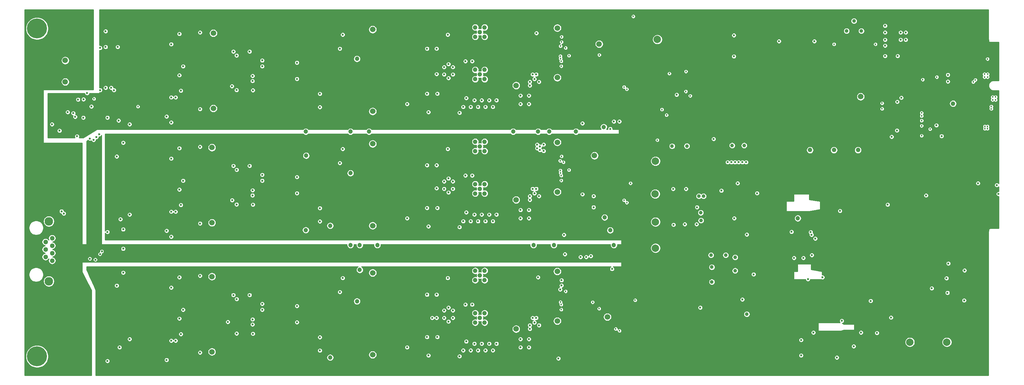
<source format=gbr>
G04 #@! TF.GenerationSoftware,KiCad,Pcbnew,(5.1.9)-1*
G04 #@! TF.CreationDate,2021-02-17T12:42:34-05:00*
G04 #@! TF.ProjectId,input_board,696e7075-745f-4626-9f61-72642e6b6963,rev?*
G04 #@! TF.SameCoordinates,Original*
G04 #@! TF.FileFunction,Copper,L2,Inr*
G04 #@! TF.FilePolarity,Positive*
%FSLAX46Y46*%
G04 Gerber Fmt 4.6, Leading zero omitted, Abs format (unit mm)*
G04 Created by KiCad (PCBNEW (5.1.9)-1) date 2021-02-17 12:42:34*
%MOMM*%
%LPD*%
G01*
G04 APERTURE LIST*
G04 #@! TA.AperFunction,ComponentPad*
%ADD10C,2.000000*%
G04 #@! TD*
G04 #@! TA.AperFunction,ComponentPad*
%ADD11C,5.000000*%
G04 #@! TD*
G04 #@! TA.AperFunction,ComponentPad*
%ADD12C,1.500000*%
G04 #@! TD*
G04 #@! TA.AperFunction,ComponentPad*
%ADD13C,2.300000*%
G04 #@! TD*
G04 #@! TA.AperFunction,ComponentPad*
%ADD14C,1.300000*%
G04 #@! TD*
G04 #@! TA.AperFunction,ComponentPad*
%ADD15R,1.300000X1.300000*%
G04 #@! TD*
G04 #@! TA.AperFunction,ComponentPad*
%ADD16C,5.400000*%
G04 #@! TD*
G04 #@! TA.AperFunction,ComponentPad*
%ADD17C,0.800000*%
G04 #@! TD*
G04 #@! TA.AperFunction,ComponentPad*
%ADD18C,0.457200*%
G04 #@! TD*
G04 #@! TA.AperFunction,ComponentPad*
%ADD19C,1.240000*%
G04 #@! TD*
G04 #@! TA.AperFunction,ViaPad*
%ADD20C,1.000000*%
G04 #@! TD*
G04 #@! TA.AperFunction,ViaPad*
%ADD21C,0.600000*%
G04 #@! TD*
G04 #@! TA.AperFunction,ViaPad*
%ADD22C,1.200000*%
G04 #@! TD*
G04 #@! TA.AperFunction,ViaPad*
%ADD23C,0.457200*%
G04 #@! TD*
G04 #@! TA.AperFunction,Conductor*
%ADD24C,0.254000*%
G04 #@! TD*
G04 #@! TA.AperFunction,Conductor*
%ADD25C,0.100000*%
G04 #@! TD*
G04 #@! TA.AperFunction,Conductor*
%ADD26C,0.150000*%
G04 #@! TD*
G04 APERTURE END LIST*
D10*
X138930000Y-128250000D03*
X138930000Y-93250000D03*
X138930000Y-62250000D03*
X185600000Y-100400000D03*
X185680000Y-115100000D03*
X185680000Y-108000000D03*
X185680000Y-91500000D03*
X186180000Y-58500000D03*
D11*
X217000000Y-89000000D03*
D12*
X26000000Y-70000000D03*
X26000000Y-64200000D03*
D13*
X21570000Y-124070000D03*
X21570000Y-107810000D03*
D14*
X22460000Y-112388000D03*
X22460000Y-114420000D03*
X22460000Y-116452000D03*
X22460000Y-118484000D03*
X20680000Y-113404000D03*
X20680000Y-115436000D03*
X20680000Y-117468000D03*
D15*
X20680000Y-119500000D03*
D10*
X264500000Y-140600000D03*
X254500000Y-140600000D03*
D16*
X18380000Y-144450000D03*
D17*
X20405000Y-144450000D03*
X19811891Y-145881891D03*
X18380000Y-146475000D03*
X16948109Y-145881891D03*
X16355000Y-144450000D03*
X16948109Y-143018109D03*
X18380000Y-142425000D03*
X19811891Y-143018109D03*
X19811891Y-54118109D03*
X18380000Y-53525000D03*
X16948109Y-54118109D03*
X16355000Y-55550000D03*
X16948109Y-56981891D03*
X18380000Y-57575000D03*
X19811891Y-56981891D03*
X20405000Y-55550000D03*
D16*
X18380000Y-55550000D03*
D18*
X157002500Y-130155000D03*
X157002500Y-128875000D03*
X157002500Y-127595000D03*
X157002500Y-126315000D03*
X157662500Y-130795000D03*
X156342500Y-130795000D03*
X157662500Y-129515000D03*
X156342500Y-129515000D03*
X157662500Y-128235000D03*
X156342500Y-128235000D03*
X157662500Y-126955000D03*
X156342500Y-126955000D03*
X157662500Y-125675000D03*
X156342500Y-125675000D03*
X157002500Y-95155000D03*
X157002500Y-93875000D03*
X157002500Y-92595000D03*
X157002500Y-91315000D03*
X157662500Y-95795000D03*
X156342500Y-95795000D03*
X157662500Y-94515000D03*
X156342500Y-94515000D03*
X157662500Y-93235000D03*
X156342500Y-93235000D03*
X157662500Y-91955000D03*
X156342500Y-91955000D03*
X157662500Y-90675000D03*
X156342500Y-90675000D03*
X157002500Y-64155000D03*
X157002500Y-62875000D03*
X157002500Y-61595000D03*
X157002500Y-60315000D03*
X157662500Y-64795000D03*
X156342500Y-64795000D03*
X157662500Y-63515000D03*
X156342500Y-63515000D03*
X157662500Y-62235000D03*
X156342500Y-62235000D03*
X157662500Y-60955000D03*
X156342500Y-60955000D03*
X157662500Y-59675000D03*
X156342500Y-59675000D03*
D12*
X172680000Y-133750000D03*
X147980000Y-137000000D03*
X159130000Y-121400000D03*
X159130000Y-134850000D03*
X65680000Y-122800000D03*
X65680000Y-143200000D03*
X109180000Y-144000000D03*
X109180000Y-121800000D03*
X169180000Y-90000000D03*
X147980000Y-102000000D03*
X159130000Y-86400000D03*
X159130000Y-99850000D03*
X65680000Y-87800000D03*
X65680000Y-108200000D03*
X109180000Y-109000000D03*
X109180000Y-86800000D03*
D19*
X136910000Y-135270000D03*
X139450000Y-132730000D03*
X139450000Y-135270000D03*
X136910000Y-132730000D03*
X138180000Y-134000000D03*
X136910000Y-123770000D03*
X139450000Y-121230000D03*
X139450000Y-123770000D03*
X136910000Y-121230000D03*
X138180000Y-122500000D03*
X136910000Y-100270000D03*
X139450000Y-97730000D03*
X139450000Y-100270000D03*
X136910000Y-97730000D03*
X138180000Y-99000000D03*
X136910000Y-88770000D03*
X139450000Y-86230000D03*
X139450000Y-88770000D03*
X136910000Y-86230000D03*
X138180000Y-87500000D03*
X136910000Y-69270000D03*
X139450000Y-66730000D03*
X139450000Y-69270000D03*
X136910000Y-66730000D03*
X138180000Y-68000000D03*
D12*
X147980000Y-71000000D03*
D11*
X186000000Y-140000000D03*
D12*
X241180000Y-74000000D03*
X66080000Y-56800000D03*
X66080000Y-77200000D03*
X109180000Y-78000000D03*
X109180000Y-55800000D03*
D19*
X136910000Y-57770000D03*
X139450000Y-55230000D03*
X139450000Y-57770000D03*
X136910000Y-55230000D03*
X138180000Y-56500000D03*
X264910000Y-77170000D03*
X267450000Y-74630000D03*
X267450000Y-77170000D03*
X264910000Y-74630000D03*
X266180000Y-75900000D03*
X232710000Y-89770000D03*
X235250000Y-87230000D03*
X235250000Y-89770000D03*
X232710000Y-87230000D03*
X233980000Y-88500000D03*
X239210000Y-89770000D03*
X241750000Y-87230000D03*
X241750000Y-89770000D03*
X239210000Y-87230000D03*
X240480000Y-88500000D03*
X226210000Y-89770000D03*
X228750000Y-87230000D03*
X228750000Y-89770000D03*
X226210000Y-87230000D03*
X227480000Y-88500000D03*
D12*
X170430000Y-59750000D03*
X159130000Y-55400000D03*
X159130000Y-68850000D03*
D20*
X197430000Y-101000000D03*
X198680000Y-101000000D03*
D21*
X222497500Y-110682500D03*
X227680000Y-110750000D03*
X227930000Y-111500000D03*
X228930000Y-112500000D03*
X223180000Y-117750000D03*
X225680000Y-117750000D03*
X209180000Y-129000000D03*
X168930000Y-101000000D03*
X196930000Y-104000000D03*
X168930000Y-104000000D03*
X165930000Y-81250000D03*
X165930000Y-100500000D03*
X159430000Y-145000000D03*
X160930000Y-111500000D03*
X193950000Y-99050000D03*
X190450000Y-99050000D03*
D20*
X210400000Y-133000000D03*
D21*
X210400000Y-111400000D03*
D22*
X147180000Y-83500000D03*
X224180000Y-107000000D03*
X91080000Y-83500000D03*
X91080000Y-110200000D03*
X97680000Y-144750000D03*
X171680000Y-82250000D03*
X171930000Y-106750000D03*
D21*
X173430000Y-82750000D03*
D22*
X173430000Y-110250000D03*
X97680000Y-109000000D03*
X91180000Y-90000000D03*
X103180000Y-83500000D03*
X108180000Y-83500000D03*
X164180000Y-83500000D03*
X156930000Y-83500000D03*
X153930000Y-83500000D03*
D20*
X197930000Y-105500000D03*
X198000000Y-107600000D03*
D21*
X193600000Y-108600000D03*
X190550000Y-108750000D03*
X196800000Y-108600000D03*
X197800000Y-131200000D03*
X207000000Y-107000000D03*
D20*
X200930000Y-124250000D03*
X200930000Y-120250000D03*
X204680000Y-117000000D03*
D22*
X174430000Y-114250000D03*
D21*
X226930000Y-123500000D03*
D22*
X105680000Y-114250000D03*
X104930000Y-63750000D03*
X103180000Y-94750000D03*
X103180000Y-114250000D03*
X104930000Y-129500000D03*
X105680000Y-121000000D03*
X110430000Y-114250000D03*
X152680000Y-114250000D03*
X158180000Y-114250000D03*
D20*
X207223340Y-121200000D03*
X200700000Y-117000000D03*
X207223340Y-117576660D03*
D21*
X258880000Y-100800000D03*
X264780000Y-68100000D03*
X264780000Y-69900000D03*
X251080000Y-75400000D03*
X252180000Y-74300000D03*
X249580000Y-84900000D03*
X261680000Y-81800000D03*
X263080000Y-84700000D03*
X206880000Y-63100000D03*
X206880000Y-57400000D03*
D23*
X160280000Y-57800000D03*
X160280000Y-59200000D03*
X159880000Y-91400000D03*
X160280000Y-90200000D03*
D21*
X160280000Y-123800000D03*
X160280000Y-125200000D03*
X173930000Y-120750000D03*
X175930000Y-80750000D03*
X174430000Y-80750000D03*
D23*
X159980000Y-60300000D03*
D21*
X159880000Y-126300000D03*
D20*
X237380000Y-56200000D03*
X241380000Y-56200000D03*
X239380000Y-53500000D03*
D21*
X251005000Y-83175000D03*
X219100000Y-59000000D03*
X228650000Y-59000000D03*
X247800000Y-56600000D03*
X247800000Y-58600000D03*
X252000000Y-56600000D03*
X252000000Y-58600000D03*
X253400000Y-58600000D03*
X253400000Y-56600000D03*
X247800000Y-54800000D03*
X247800000Y-60200000D03*
X251200000Y-63000000D03*
X247800000Y-63000000D03*
D20*
X209680000Y-87250000D03*
X206430000Y-87250000D03*
D21*
X153480000Y-56800000D03*
X153680000Y-87000000D03*
X153680000Y-88000000D03*
X154430000Y-87500000D03*
X154430000Y-88500000D03*
X153930000Y-123000000D03*
X155430000Y-88750000D03*
X155430000Y-87000000D03*
X201430000Y-85500000D03*
D20*
X190180000Y-87450000D03*
X194180000Y-87400000D03*
D21*
X228000000Y-117000000D03*
X207900000Y-97500000D03*
X205200000Y-91800000D03*
X206200000Y-91800000D03*
X207200000Y-91800000D03*
X208200000Y-91800000D03*
X209200000Y-91800000D03*
X210200000Y-91800000D03*
D23*
X177930000Y-72000000D03*
X193930000Y-67200000D03*
X175930000Y-137500000D03*
X177930000Y-102750000D03*
X177180000Y-71400000D03*
X189430000Y-67750000D03*
X174930000Y-137000000D03*
X177180000Y-102100000D03*
D21*
X129480000Y-57200000D03*
X134480000Y-74400000D03*
X54680000Y-59800000D03*
X54680000Y-74200000D03*
X55880000Y-74200000D03*
X54680000Y-81000000D03*
X124280000Y-78200000D03*
X133680000Y-76800000D03*
X132680000Y-78400000D03*
X135680000Y-76800000D03*
X137680000Y-76800000D03*
X139680000Y-76800000D03*
X141680000Y-76800000D03*
X140680000Y-75000000D03*
X138680000Y-75000000D03*
X136680000Y-75000000D03*
X142680000Y-75000000D03*
X149180000Y-76000000D03*
X149180000Y-73750000D03*
X151430000Y-76000000D03*
X151680000Y-70000000D03*
X154180000Y-70000000D03*
X152430000Y-68000000D03*
X151430000Y-73750000D03*
X151680000Y-71000000D03*
X152930000Y-69250000D03*
X153430000Y-68000000D03*
D23*
X179680000Y-52250000D03*
D21*
X43430000Y-81500000D03*
X43430000Y-106000000D03*
X43430000Y-139750000D03*
X33080000Y-76700000D03*
D23*
X45680000Y-76700000D03*
D21*
X30930000Y-74750000D03*
X31930000Y-73074990D03*
X36930000Y-60550000D03*
X24430000Y-83250000D03*
X41680000Y-86500000D03*
X41680000Y-110000000D03*
X41680000Y-115250000D03*
X41680000Y-121750000D03*
X36930000Y-71600000D03*
X38430000Y-71600000D03*
X40180000Y-60550000D03*
X29180000Y-84750000D03*
X36930000Y-56300000D03*
X30900000Y-79700000D03*
X35430000Y-60800000D03*
X39930000Y-90250000D03*
X39930000Y-125250000D03*
X39180000Y-72250000D03*
X35430000Y-72250000D03*
D23*
X33780000Y-74600000D03*
D21*
X37430000Y-79700000D03*
X53430000Y-79400000D03*
X40930000Y-107250000D03*
X40430000Y-80500000D03*
X40680000Y-142000000D03*
X272930000Y-97500000D03*
X278030000Y-98000000D03*
X278480000Y-100400000D03*
X269280000Y-121150000D03*
X269180000Y-129250000D03*
D23*
X159952953Y-63021167D03*
X162280000Y-62900000D03*
X257980000Y-69400000D03*
X261780000Y-68700000D03*
X170470835Y-62709165D03*
X160180000Y-65750000D03*
X160180000Y-64410000D03*
D21*
X191430000Y-73500000D03*
D23*
X187430000Y-77500000D03*
X160180000Y-96750000D03*
X160180000Y-95410000D03*
X160180000Y-131750000D03*
X160180000Y-130410000D03*
X178930000Y-97500000D03*
X180180000Y-129203530D03*
X275480000Y-82075000D03*
X274780000Y-82700000D03*
X275480000Y-82700000D03*
X274780000Y-82075000D03*
X276530000Y-77325000D03*
X276530000Y-76675000D03*
X276880000Y-74900000D03*
X277680000Y-74100000D03*
X277680000Y-74900000D03*
X276880000Y-74100000D03*
X271647157Y-70032843D03*
X272212843Y-69467157D03*
X275530000Y-67900000D03*
X274680000Y-68700000D03*
X275530000Y-68700000D03*
X274680000Y-67900000D03*
X257680000Y-78400000D03*
D21*
X126617500Y-59062500D03*
X125190000Y-57910000D03*
X123880000Y-59062500D03*
X125280000Y-76000000D03*
X126480000Y-75000000D03*
X123280000Y-75000000D03*
X121680000Y-76000000D03*
X116080000Y-78200000D03*
X68680000Y-59400000D03*
X70280000Y-58000000D03*
X64880000Y-61000000D03*
X66142500Y-62062500D03*
X64880000Y-73000000D03*
X66280000Y-72000000D03*
X47280000Y-74200000D03*
X56880000Y-79400000D03*
X62280000Y-79400000D03*
X56680000Y-54600000D03*
X62480000Y-54600000D03*
X47280000Y-59800000D03*
X129280000Y-76800000D03*
X130680000Y-78200000D03*
X135880000Y-72000000D03*
X151880000Y-57200000D03*
X150880000Y-58400000D03*
X150880000Y-60400000D03*
X151880000Y-59400000D03*
X147380000Y-58400000D03*
X146080000Y-57400000D03*
X144880000Y-58900000D03*
X146080000Y-65700000D03*
X147280000Y-64800000D03*
X144785608Y-64286718D03*
D20*
X254180000Y-110700000D03*
D21*
X226180000Y-99500000D03*
X228280000Y-108000000D03*
X230480000Y-106000000D03*
X229480000Y-109400000D03*
D20*
X260230000Y-99900000D03*
X262530000Y-97700000D03*
D21*
X264830000Y-99800000D03*
X266130000Y-100600000D03*
X267430000Y-101800000D03*
X264730000Y-101800000D03*
X264630000Y-97400000D03*
X265730000Y-98600000D03*
X265755000Y-96175000D03*
X264430000Y-93600000D03*
X264730000Y-110700000D03*
X227180000Y-129200000D03*
X201380000Y-93000000D03*
X264707500Y-60600000D03*
X264680000Y-59700000D03*
X194580000Y-57100000D03*
X269180000Y-119150000D03*
X269180000Y-123150000D03*
X269180000Y-127150000D03*
X269180000Y-131250000D03*
X231930000Y-116000000D03*
X76480000Y-75100000D03*
X75280000Y-76100000D03*
X150880000Y-63400000D03*
X149080000Y-65100000D03*
X149080000Y-66400000D03*
X150280000Y-67700000D03*
X263080000Y-73300000D03*
X264780000Y-70900000D03*
X258080000Y-70200000D03*
X254780000Y-75400000D03*
X253880000Y-74300000D03*
X252880000Y-83200000D03*
X260580000Y-79000000D03*
X259480000Y-80000000D03*
X262680000Y-78300000D03*
X206880000Y-59300000D03*
X206880000Y-61200000D03*
D20*
X237580000Y-62300000D03*
X239380000Y-64800000D03*
D23*
X162867500Y-56812500D03*
X163880000Y-57700000D03*
X163880000Y-59600000D03*
X162880000Y-58700000D03*
X162880000Y-60500000D03*
D20*
X190180000Y-93600000D03*
X194080000Y-93600000D03*
X204930000Y-124250000D03*
D22*
X204180000Y-120000000D03*
D20*
X200480000Y-110950000D03*
X204680000Y-111000000D03*
X194180000Y-117000000D03*
X189930000Y-117000000D03*
X187930000Y-119500000D03*
D21*
X230930000Y-112500000D03*
X230930000Y-110000000D03*
X221680000Y-120750000D03*
X91880000Y-59000000D03*
X94880000Y-60800000D03*
X94880000Y-57000000D03*
X152280000Y-79000000D03*
X156880000Y-79000000D03*
X152680000Y-81800000D03*
X148880000Y-79000000D03*
X22430000Y-77500000D03*
X35680000Y-80000000D03*
X277680000Y-104750000D03*
X277680000Y-107750000D03*
X276930000Y-80000000D03*
X275880000Y-72000000D03*
X278080000Y-62400000D03*
X278080000Y-67600000D03*
X277880000Y-84400000D03*
X278080000Y-88400000D03*
X277580000Y-89500000D03*
X278080000Y-90600000D03*
X277480000Y-91600000D03*
X278080000Y-92500000D03*
X277480000Y-93600000D03*
X278080000Y-94400000D03*
X277480000Y-95400000D03*
X278080000Y-86600000D03*
X278080000Y-102200000D03*
X274080000Y-58400000D03*
X278080000Y-75800000D03*
X132680000Y-55800000D03*
X133880000Y-57200000D03*
X132680000Y-58600000D03*
D23*
X190430000Y-72750000D03*
X192930000Y-72250000D03*
X193930000Y-73750000D03*
X189680000Y-79500000D03*
X188680000Y-77750000D03*
X184930000Y-85500000D03*
X195680000Y-74750000D03*
X187580000Y-85400000D03*
D21*
X126617500Y-90662500D03*
X125190000Y-89510000D03*
X123880000Y-90662500D03*
X125280000Y-107000000D03*
X126480000Y-106000000D03*
X121680000Y-107000000D03*
X116080000Y-109200000D03*
X68680000Y-90400000D03*
X70280000Y-89000000D03*
X64880000Y-92000000D03*
X66142500Y-93062500D03*
X64880000Y-104000000D03*
X66280000Y-103000000D03*
X47280000Y-105200000D03*
X56880000Y-110400000D03*
X62280000Y-110400000D03*
X56680000Y-85600000D03*
X62480000Y-85600000D03*
X47280000Y-90800000D03*
X129280000Y-107800000D03*
X130680000Y-109200000D03*
X135880000Y-103000000D03*
X151880000Y-88200000D03*
X150880000Y-89400000D03*
X150880000Y-91400000D03*
X151880000Y-90400000D03*
X147380000Y-89400000D03*
X146080000Y-88400000D03*
X144880000Y-89900000D03*
X146080000Y-96700000D03*
X147280000Y-95800000D03*
X144785608Y-95286718D03*
X76480000Y-106100000D03*
X75280000Y-107100000D03*
X150880000Y-94400000D03*
X149080000Y-96100000D03*
X149080000Y-97400000D03*
X150280000Y-98700000D03*
D23*
X162867500Y-87812500D03*
X163880000Y-88700000D03*
X163880000Y-90600000D03*
X162880000Y-89700000D03*
X162880000Y-91500000D03*
D21*
X94880000Y-91800000D03*
X94880000Y-88000000D03*
X152280000Y-110000000D03*
X156880000Y-110000000D03*
X148880000Y-110000000D03*
X132680000Y-86800000D03*
X133880000Y-88200000D03*
X132680000Y-89600000D03*
X126617500Y-125762500D03*
X125190000Y-124610000D03*
X123880000Y-125762500D03*
X125280000Y-142000000D03*
X126480000Y-141000000D03*
X121680000Y-142000000D03*
X116080000Y-144200000D03*
X68680000Y-125400000D03*
X70280000Y-124000000D03*
X64880000Y-127000000D03*
X66142500Y-128062500D03*
X64880000Y-139000000D03*
X66280000Y-138000000D03*
X47280000Y-140200000D03*
X56880000Y-145400000D03*
X62280000Y-145400000D03*
X56680000Y-120600000D03*
X62480000Y-120600000D03*
X47280000Y-125800000D03*
X129280000Y-142800000D03*
X130680000Y-144200000D03*
X135880000Y-138000000D03*
X151880000Y-123200000D03*
X150880000Y-124400000D03*
X150880000Y-126400000D03*
X151880000Y-125400000D03*
X147380000Y-124400000D03*
X146080000Y-123400000D03*
X144880000Y-124900000D03*
X146080000Y-131700000D03*
X147280000Y-130800000D03*
X144785608Y-130286718D03*
X76480000Y-141100000D03*
X75280000Y-142100000D03*
X150880000Y-129400000D03*
X149080000Y-131100000D03*
X149080000Y-132400000D03*
X150280000Y-133700000D03*
X162867500Y-122812500D03*
X163880000Y-123700000D03*
X163880000Y-125600000D03*
X162880000Y-124700000D03*
X162880000Y-126500000D03*
X91880000Y-125000000D03*
X94880000Y-126800000D03*
X94880000Y-123000000D03*
X103080000Y-138850000D03*
X103680000Y-141050000D03*
X102880000Y-143050000D03*
X152280000Y-145000000D03*
X156880000Y-145000000D03*
X148880000Y-145000000D03*
X132680000Y-121800000D03*
X133880000Y-123200000D03*
X132680000Y-124600000D03*
X100430000Y-108250000D03*
X100930000Y-77000000D03*
X100930000Y-73250000D03*
X100430000Y-104000000D03*
X230880000Y-130300000D03*
X232280000Y-129200000D03*
X229680000Y-129200000D03*
X261580000Y-80800000D03*
X92180000Y-55000000D03*
X99680000Y-55000000D03*
X107180000Y-55000000D03*
X114680000Y-55000000D03*
X122180000Y-55000000D03*
X97680000Y-78000000D03*
X97680000Y-56000000D03*
X112680000Y-57000000D03*
X112680000Y-76000000D03*
X92680000Y-67000000D03*
X99680000Y-67000000D03*
X107680000Y-67000000D03*
X122680000Y-86000000D03*
X70180000Y-86000000D03*
X115180000Y-86000000D03*
X100180000Y-86000000D03*
X107680000Y-86000000D03*
X121680000Y-121000000D03*
X114180000Y-121000000D03*
X99180000Y-121000000D03*
X91680000Y-121000000D03*
X107680000Y-98000000D03*
X92680000Y-98000000D03*
X99680000Y-98000000D03*
X119680000Y-135000000D03*
X117680000Y-133000000D03*
X92680000Y-133000000D03*
X107680000Y-133000000D03*
X99680000Y-133000000D03*
X84680000Y-103500000D03*
X112680000Y-107000000D03*
X112680000Y-142000000D03*
X157680000Y-67000000D03*
X150680000Y-53000000D03*
X155680000Y-56000000D03*
X155680000Y-53000000D03*
X157180000Y-87500000D03*
X158180000Y-98000000D03*
X157180000Y-122500000D03*
X157680000Y-133000000D03*
X135180000Y-79000000D03*
X138680000Y-79000000D03*
X141680000Y-79000000D03*
X134680000Y-110500000D03*
X138680000Y-110500000D03*
X142180000Y-110500000D03*
X135180000Y-145500000D03*
X138680000Y-145500000D03*
X141680000Y-145500000D03*
X149180000Y-56500000D03*
X146680000Y-68000000D03*
X144180000Y-70500000D03*
X148680000Y-87000000D03*
X146680000Y-99500000D03*
X144180000Y-102000000D03*
X149180000Y-122500000D03*
X146680000Y-134500000D03*
X144180000Y-137000000D03*
X160180000Y-104500000D03*
X160180000Y-139500000D03*
D20*
X264680000Y-57400000D03*
X264680000Y-56200000D03*
D21*
X277080000Y-78100000D03*
D20*
X252180000Y-118100000D03*
X256180000Y-118100000D03*
X254180000Y-115250000D03*
X245930000Y-118100000D03*
X241680000Y-118100000D03*
D21*
X266030000Y-111800000D03*
X267380000Y-110660000D03*
D20*
X245980000Y-107800000D03*
X241580000Y-107800000D03*
X243780000Y-110800000D03*
X251980000Y-107800000D03*
X256380000Y-107800000D03*
X207430000Y-135900000D03*
X207430000Y-137250000D03*
X241130000Y-62250000D03*
D23*
X191680000Y-76750000D03*
X192480000Y-75700000D03*
X190780000Y-78000000D03*
X184080000Y-79900000D03*
X181880000Y-84100000D03*
X186980000Y-79900000D03*
D20*
X262565000Y-115100000D03*
X264380000Y-113107500D03*
X214880000Y-137200000D03*
X214880000Y-135800000D03*
D21*
X191400000Y-120000000D03*
X193680000Y-120000000D03*
X206180000Y-109000000D03*
X200000000Y-108400000D03*
X244180000Y-115000000D03*
X256680000Y-111000000D03*
X246180000Y-110500000D03*
X258180000Y-116000000D03*
X251680000Y-115500000D03*
X260680000Y-97500000D03*
X262680000Y-96000000D03*
X264180000Y-115000000D03*
X268680000Y-134500000D03*
X237180000Y-130500000D03*
X242680000Y-130500000D03*
X196430000Y-97500000D03*
X186430000Y-96250000D03*
X197180000Y-96250000D03*
X206930000Y-124500000D03*
X207930000Y-111500000D03*
X200680000Y-102750000D03*
X204000000Y-98000000D03*
X201250000Y-96250000D03*
X209430000Y-98750000D03*
X204680000Y-102750000D03*
X188680000Y-124500000D03*
X195180000Y-124500000D03*
X97680000Y-72000000D03*
X97680000Y-62000000D03*
X103180000Y-71500000D03*
X103180000Y-78000000D03*
X93180000Y-86000000D03*
X93180000Y-94000000D03*
X95680000Y-94000000D03*
X95680000Y-87000000D03*
X101180000Y-109500000D03*
X101680000Y-103000000D03*
X99180000Y-104000000D03*
X95680000Y-127500000D03*
X95680000Y-122500000D03*
X100680000Y-138500000D03*
X100680000Y-143500000D03*
X277480000Y-82100000D03*
X254730000Y-77950000D03*
X254430000Y-77250000D03*
X254680000Y-83150000D03*
X250730000Y-82400000D03*
X253280000Y-84900000D03*
X199250000Y-99500000D03*
X201250000Y-98250000D03*
X239000000Y-143500000D03*
X236250000Y-143500000D03*
X247537500Y-136712500D03*
X248500000Y-135500000D03*
X123217500Y-140937500D03*
X123187500Y-105937500D03*
X207000000Y-54850000D03*
X219075000Y-57475000D03*
X213350000Y-62250000D03*
X222837500Y-62187500D03*
X277750000Y-64000000D03*
X224400000Y-57000000D03*
X225400000Y-58000000D03*
X17000000Y-130800000D03*
X213000000Y-93400000D03*
X213000000Y-90800000D03*
X215400000Y-93400000D03*
X261400000Y-57000000D03*
X190450000Y-105150000D03*
X193950000Y-105150000D03*
X222200000Y-129600000D03*
X212000000Y-130600000D03*
X205000000Y-130600000D03*
X205000000Y-132800000D03*
X200400000Y-132800000D03*
X200400000Y-130400000D03*
X207600000Y-147800000D03*
X219400000Y-147800000D03*
X229400000Y-147800000D03*
X239000000Y-147800000D03*
X247400000Y-147800000D03*
X228800000Y-132800000D03*
X225200000Y-137400000D03*
X238400000Y-133800000D03*
X243000000Y-133800000D03*
X239000000Y-140600000D03*
X242000000Y-141400000D03*
X227400000Y-112400000D03*
X225000000Y-112400000D03*
X219600000Y-112400000D03*
X216000000Y-112400000D03*
X247000000Y-131000000D03*
X253000000Y-131000000D03*
X258000000Y-124000000D03*
X247000000Y-124000000D03*
X251000000Y-125000000D03*
X252000000Y-113000000D03*
X248000000Y-112000000D03*
X251000000Y-102000000D03*
X273000000Y-115000000D03*
X273000000Y-119000000D03*
X273000000Y-123000000D03*
X273000000Y-127000000D03*
X212500000Y-120500000D03*
X212500000Y-118000000D03*
X212500000Y-115500000D03*
X212500000Y-112500000D03*
X208500000Y-120000000D03*
X208500000Y-116500000D03*
X208500000Y-113500000D03*
X208500000Y-108500000D03*
X200400000Y-129000000D03*
X200400000Y-125200000D03*
X196000000Y-125200000D03*
X196000000Y-129000000D03*
X196000000Y-130500000D03*
X199000000Y-125200000D03*
X199000000Y-120500000D03*
X199500000Y-112500000D03*
X196500000Y-112500000D03*
X228000000Y-98500000D03*
X231000000Y-98500000D03*
X195000000Y-107000000D03*
X195000000Y-102000000D03*
X193000000Y-102000000D03*
X191000000Y-102000000D03*
X189000000Y-102000000D03*
X189000000Y-92000000D03*
X195000000Y-92000000D03*
X193000000Y-90500000D03*
X191000000Y-90500000D03*
X189000000Y-90500000D03*
X195000000Y-90500000D03*
X189000000Y-116000000D03*
X193000000Y-114500000D03*
X195000000Y-116000000D03*
X191000000Y-114500000D03*
X189000000Y-114500000D03*
X199500000Y-115500000D03*
X205500000Y-115500000D03*
X203500000Y-114000000D03*
X201500000Y-114000000D03*
X199500000Y-114000000D03*
X205500000Y-114000000D03*
X241000000Y-106500000D03*
X247000000Y-106500000D03*
X245000000Y-105000000D03*
X243000000Y-105000000D03*
X241000000Y-105000000D03*
X247000000Y-105000000D03*
X251000000Y-106500000D03*
X251000000Y-105000000D03*
X255000000Y-105000000D03*
X253000000Y-105000000D03*
X257000000Y-105000000D03*
X257000000Y-106500000D03*
X247000000Y-119500000D03*
X247000000Y-121000000D03*
X243000000Y-121000000D03*
X245000000Y-121000000D03*
X241000000Y-121000000D03*
X241000000Y-119500000D03*
X257000000Y-119500000D03*
X251000000Y-119500000D03*
X255000000Y-121000000D03*
X253000000Y-121000000D03*
X263575000Y-60425000D03*
X230600000Y-143600000D03*
D23*
X246980000Y-77300000D03*
X246980000Y-75800000D03*
X257680000Y-79250000D03*
X257680000Y-81927500D03*
X257680000Y-80500000D03*
X257680000Y-84600000D03*
X259980000Y-82800000D03*
X159980000Y-63700000D03*
X161380000Y-60800000D03*
D21*
X75880000Y-61800000D03*
X71480000Y-61800000D03*
X76680000Y-68400000D03*
X76658982Y-69778982D03*
X56880000Y-57000000D03*
X62480000Y-77400000D03*
X126680000Y-73200000D03*
X128480000Y-68000000D03*
X130880000Y-68000000D03*
X129680000Y-69000000D03*
X123880000Y-73200000D03*
X94880000Y-76850000D03*
X94880000Y-73250000D03*
X22430000Y-81500000D03*
X28680000Y-79500000D03*
X56880000Y-68200000D03*
X79280000Y-65800000D03*
X79280000Y-64200000D03*
X62480000Y-56600000D03*
X57280000Y-72400000D03*
X126480000Y-61000000D03*
X123880000Y-61000000D03*
X129680000Y-65200000D03*
X128480000Y-66000000D03*
X130880000Y-66000000D03*
X101080000Y-57200000D03*
X100280000Y-61000000D03*
X28180000Y-78500000D03*
X57880000Y-65800000D03*
X75880000Y-92800000D03*
X71480000Y-92800000D03*
X76680000Y-99400000D03*
X76658982Y-100778982D03*
X56880000Y-88000000D03*
X62480000Y-108400000D03*
X126680000Y-104200000D03*
X128480000Y-99000000D03*
X130880000Y-99000000D03*
X129680000Y-100000000D03*
X123880000Y-104200000D03*
X94880000Y-107850000D03*
X94880000Y-104250000D03*
X56880000Y-99200000D03*
X79280000Y-96800000D03*
X79280000Y-95200000D03*
X62480000Y-87600000D03*
X57280000Y-103400000D03*
X126480000Y-92600000D03*
X123880000Y-92600000D03*
X129680000Y-96200000D03*
X128480000Y-97000000D03*
X130880000Y-97000000D03*
X101080000Y-88200000D03*
X100280000Y-92000000D03*
X57880000Y-96800000D03*
X129480000Y-88200000D03*
X134480000Y-105400000D03*
X54680000Y-90800000D03*
X54680000Y-105200000D03*
X55880000Y-105200000D03*
X54680000Y-112000000D03*
X124280000Y-109200000D03*
X133680000Y-107800000D03*
X132680000Y-109400000D03*
X135680000Y-107800000D03*
X137680000Y-107800000D03*
X139680000Y-107800000D03*
X141680000Y-107800000D03*
X140680000Y-106000000D03*
X138680000Y-106000000D03*
X136680000Y-106000000D03*
X142680000Y-106000000D03*
X149180000Y-107000000D03*
X149180000Y-104750000D03*
X151430000Y-107000000D03*
X151680000Y-101000000D03*
X154180000Y-101000000D03*
X152430000Y-99000000D03*
X151430000Y-104750000D03*
X151680000Y-102000000D03*
X152930000Y-100250000D03*
X153430000Y-99000000D03*
X75880000Y-127800000D03*
X71480000Y-127800000D03*
X76680000Y-134400000D03*
X76658982Y-135778982D03*
X56880000Y-123000000D03*
X62480000Y-143400000D03*
X126680000Y-139200000D03*
X128480000Y-134000000D03*
X130880000Y-134000000D03*
X129680000Y-135000000D03*
X123880000Y-139200000D03*
X94880000Y-142850000D03*
X94880000Y-139250000D03*
X56880000Y-134200000D03*
X125250000Y-134000000D03*
X79280000Y-131800000D03*
X79280000Y-130200000D03*
X62480000Y-122600000D03*
X57280000Y-138400000D03*
X126480000Y-127700000D03*
X123880000Y-127700000D03*
X129680000Y-131200000D03*
X128480000Y-132000000D03*
X130880000Y-132000000D03*
X101080000Y-123200000D03*
X100280000Y-127000000D03*
X57880000Y-131800000D03*
X129480000Y-123200000D03*
X134480000Y-140400000D03*
X54680000Y-125800000D03*
X54680000Y-140200000D03*
X55880000Y-140200000D03*
X124280000Y-144200000D03*
X133680000Y-142800000D03*
X132680000Y-144400000D03*
X135680000Y-142800000D03*
X137680000Y-142800000D03*
X139680000Y-142800000D03*
X141680000Y-142800000D03*
X140680000Y-141000000D03*
X138680000Y-141000000D03*
X136680000Y-141000000D03*
X142680000Y-141000000D03*
X149180000Y-142000000D03*
X149180000Y-139750000D03*
X151430000Y-142000000D03*
X151680000Y-136000000D03*
X154180000Y-136000000D03*
X152430000Y-134000000D03*
X151430000Y-139750000D03*
X151680000Y-137000000D03*
X152930000Y-135250000D03*
X153430000Y-134000000D03*
D23*
X159952953Y-94021167D03*
X162280000Y-93900000D03*
X188680000Y-79000000D03*
X193880000Y-72600000D03*
X195080000Y-73800000D03*
X186180000Y-85800000D03*
X170430000Y-131500000D03*
X168680000Y-129750000D03*
X159980000Y-94700000D03*
X160780000Y-91800000D03*
X159980000Y-129700000D03*
X161380000Y-126800000D03*
D21*
X37430000Y-110700000D03*
X53430000Y-110400000D03*
X37430000Y-145700000D03*
X53430000Y-145400000D03*
X235580000Y-105000000D03*
X213180000Y-100200000D03*
X230880000Y-123000000D03*
X212250000Y-122200000D03*
X76780000Y-72300000D03*
X72342500Y-72237500D03*
X76780000Y-103300000D03*
X72342500Y-103237500D03*
X76780000Y-138300000D03*
X72342500Y-138237500D03*
X264430000Y-123250000D03*
X32680000Y-118000000D03*
X165430000Y-117500000D03*
X32680000Y-85383943D03*
X29480000Y-74800000D03*
X264930000Y-119250000D03*
X35930000Y-116000000D03*
X168180000Y-117250000D03*
X35180000Y-84250000D03*
X260430000Y-126000000D03*
X34180000Y-118250000D03*
X33680000Y-85750000D03*
X166930000Y-117500000D03*
X26680000Y-78200000D03*
X264680000Y-127200000D03*
X35430000Y-116750000D03*
X161180000Y-116750000D03*
X34430000Y-85000000D03*
X136080000Y-64400000D03*
X134280000Y-64400000D03*
X118480000Y-76000000D03*
X126480000Y-67900000D03*
X71100000Y-71200000D03*
X88680000Y-69200000D03*
X88680000Y-64800000D03*
X72350000Y-62850000D03*
X134280000Y-95400000D03*
X136080000Y-95400000D03*
X118480000Y-107000000D03*
X126450000Y-98850000D03*
X88680000Y-100200000D03*
X71142500Y-102092500D03*
X88680000Y-95800000D03*
X72400000Y-93850000D03*
X134280000Y-130400000D03*
X136080000Y-130400000D03*
X118480000Y-142000000D03*
X126480000Y-134000000D03*
X88680000Y-135200000D03*
X70000000Y-135100000D03*
X88680000Y-130800000D03*
X72400000Y-128900000D03*
X241300000Y-138000000D03*
X228400000Y-138000000D03*
X248500000Y-103300000D03*
X249400000Y-133900000D03*
X239300000Y-141700000D03*
X243900000Y-129400000D03*
X245600000Y-138100000D03*
X236087500Y-134812500D03*
X225080000Y-140000000D03*
X225080000Y-144200000D03*
X203500000Y-99500000D03*
X234750000Y-144775000D03*
D23*
X234000000Y-59800000D03*
X245200000Y-59800000D03*
X275500000Y-63800000D03*
D21*
X25600000Y-105700000D03*
X25000000Y-105100000D03*
D24*
X33553000Y-72123000D02*
X20180000Y-72123000D01*
X20155224Y-72125440D01*
X20131399Y-72132667D01*
X20109443Y-72144403D01*
X20090197Y-72160197D01*
X20074403Y-72179443D01*
X20062667Y-72201399D01*
X20055440Y-72225224D01*
X20053000Y-72250000D01*
X20053000Y-86500000D01*
X20055440Y-86524776D01*
X20062667Y-86548601D01*
X20074403Y-86570557D01*
X20090197Y-86589803D01*
X20109443Y-86605597D01*
X20131399Y-86617333D01*
X20155224Y-86624560D01*
X20180000Y-86627000D01*
X30553000Y-86627000D01*
X30553000Y-121500000D01*
X30555440Y-121524776D01*
X30566408Y-121556796D01*
X33053000Y-126529980D01*
X33053000Y-149598000D01*
X15082000Y-149598000D01*
X15082000Y-144146942D01*
X15303000Y-144146942D01*
X15303000Y-144753058D01*
X15421248Y-145347528D01*
X15653198Y-145907506D01*
X15989938Y-146411473D01*
X16418527Y-146840062D01*
X16922494Y-147176802D01*
X17482472Y-147408752D01*
X18076942Y-147527000D01*
X18683058Y-147527000D01*
X19277528Y-147408752D01*
X19837506Y-147176802D01*
X20341473Y-146840062D01*
X20770062Y-146411473D01*
X21106802Y-145907506D01*
X21338752Y-145347528D01*
X21457000Y-144753058D01*
X21457000Y-144146942D01*
X21338752Y-143552472D01*
X21106802Y-142992494D01*
X20770062Y-142488527D01*
X20341473Y-142059938D01*
X19837506Y-141723198D01*
X19277528Y-141491248D01*
X18683058Y-141373000D01*
X18076942Y-141373000D01*
X17482472Y-141491248D01*
X16922494Y-141723198D01*
X16418527Y-142059938D01*
X15989938Y-142488527D01*
X15653198Y-142992494D01*
X15421248Y-143552472D01*
X15303000Y-144146942D01*
X15082000Y-144146942D01*
X15082000Y-122092820D01*
X16138000Y-122092820D01*
X16138000Y-122487180D01*
X16214936Y-122873962D01*
X16365850Y-123238303D01*
X16584945Y-123566201D01*
X16863799Y-123845055D01*
X17191697Y-124064150D01*
X17556038Y-124215064D01*
X17942820Y-124292000D01*
X18337180Y-124292000D01*
X18723962Y-124215064D01*
X19088303Y-124064150D01*
X19304630Y-123919604D01*
X20043000Y-123919604D01*
X20043000Y-124220396D01*
X20101681Y-124515410D01*
X20216790Y-124793306D01*
X20383901Y-125043406D01*
X20596594Y-125256099D01*
X20846694Y-125423210D01*
X21124590Y-125538319D01*
X21419604Y-125597000D01*
X21720396Y-125597000D01*
X22015410Y-125538319D01*
X22293306Y-125423210D01*
X22543406Y-125256099D01*
X22756099Y-125043406D01*
X22923210Y-124793306D01*
X23038319Y-124515410D01*
X23097000Y-124220396D01*
X23097000Y-123919604D01*
X23038319Y-123624590D01*
X22923210Y-123346694D01*
X22756099Y-123096594D01*
X22543406Y-122883901D01*
X22293306Y-122716790D01*
X22015410Y-122601681D01*
X21720396Y-122543000D01*
X21419604Y-122543000D01*
X21124590Y-122601681D01*
X20846694Y-122716790D01*
X20596594Y-122883901D01*
X20383901Y-123096594D01*
X20216790Y-123346694D01*
X20101681Y-123624590D01*
X20043000Y-123919604D01*
X19304630Y-123919604D01*
X19416201Y-123845055D01*
X19695055Y-123566201D01*
X19914150Y-123238303D01*
X20065064Y-122873962D01*
X20142000Y-122487180D01*
X20142000Y-122092820D01*
X20065064Y-121706038D01*
X19914150Y-121341697D01*
X19695055Y-121013799D01*
X19416201Y-120734945D01*
X19088303Y-120515850D01*
X18723962Y-120364936D01*
X18337180Y-120288000D01*
X17942820Y-120288000D01*
X17556038Y-120364936D01*
X17191697Y-120515850D01*
X16863799Y-120734945D01*
X16584945Y-121013799D01*
X16365850Y-121341697D01*
X16214936Y-121706038D01*
X16138000Y-122092820D01*
X15082000Y-122092820D01*
X15082000Y-113302849D01*
X19653000Y-113302849D01*
X19653000Y-113505151D01*
X19692467Y-113703565D01*
X19769885Y-113890467D01*
X19882277Y-114058674D01*
X20025326Y-114201723D01*
X20193533Y-114314115D01*
X20380435Y-114391533D01*
X20523548Y-114420000D01*
X20380435Y-114448467D01*
X20193533Y-114525885D01*
X20025326Y-114638277D01*
X19882277Y-114781326D01*
X19769885Y-114949533D01*
X19692467Y-115136435D01*
X19653000Y-115334849D01*
X19653000Y-115537151D01*
X19692467Y-115735565D01*
X19769885Y-115922467D01*
X19882277Y-116090674D01*
X20025326Y-116233723D01*
X20193533Y-116346115D01*
X20380435Y-116423533D01*
X20523548Y-116452000D01*
X20380435Y-116480467D01*
X20193533Y-116557885D01*
X20025326Y-116670277D01*
X19882277Y-116813326D01*
X19769885Y-116981533D01*
X19692467Y-117168435D01*
X19653000Y-117366849D01*
X19653000Y-117569151D01*
X19692467Y-117767565D01*
X19769885Y-117954467D01*
X19882277Y-118122674D01*
X20025326Y-118265723D01*
X20193533Y-118378115D01*
X20380435Y-118455533D01*
X20578849Y-118495000D01*
X20781151Y-118495000D01*
X20979565Y-118455533D01*
X21166467Y-118378115D01*
X21334674Y-118265723D01*
X21477723Y-118122674D01*
X21531203Y-118042636D01*
X21472467Y-118184435D01*
X21433000Y-118382849D01*
X21433000Y-118585151D01*
X21472467Y-118783565D01*
X21549885Y-118970467D01*
X21662277Y-119138674D01*
X21805326Y-119281723D01*
X21973533Y-119394115D01*
X22160435Y-119471533D01*
X22358849Y-119511000D01*
X22561151Y-119511000D01*
X22759565Y-119471533D01*
X22946467Y-119394115D01*
X23114674Y-119281723D01*
X23257723Y-119138674D01*
X23370115Y-118970467D01*
X23447533Y-118783565D01*
X23487000Y-118585151D01*
X23487000Y-118382849D01*
X23447533Y-118184435D01*
X23370115Y-117997533D01*
X23257723Y-117829326D01*
X23114674Y-117686277D01*
X22946467Y-117573885D01*
X22759565Y-117496467D01*
X22616452Y-117468000D01*
X22759565Y-117439533D01*
X22946467Y-117362115D01*
X23114674Y-117249723D01*
X23257723Y-117106674D01*
X23370115Y-116938467D01*
X23447533Y-116751565D01*
X23487000Y-116553151D01*
X23487000Y-116350849D01*
X23447533Y-116152435D01*
X23370115Y-115965533D01*
X23257723Y-115797326D01*
X23114674Y-115654277D01*
X22946467Y-115541885D01*
X22759565Y-115464467D01*
X22616452Y-115436000D01*
X22759565Y-115407533D01*
X22946467Y-115330115D01*
X23114674Y-115217723D01*
X23257723Y-115074674D01*
X23370115Y-114906467D01*
X23447533Y-114719565D01*
X23487000Y-114521151D01*
X23487000Y-114318849D01*
X23447533Y-114120435D01*
X23370115Y-113933533D01*
X23257723Y-113765326D01*
X23114674Y-113622277D01*
X22946467Y-113509885D01*
X22759565Y-113432467D01*
X22616452Y-113404000D01*
X22759565Y-113375533D01*
X22946467Y-113298115D01*
X23114674Y-113185723D01*
X23257723Y-113042674D01*
X23370115Y-112874467D01*
X23447533Y-112687565D01*
X23487000Y-112489151D01*
X23487000Y-112286849D01*
X23447533Y-112088435D01*
X23370115Y-111901533D01*
X23257723Y-111733326D01*
X23114674Y-111590277D01*
X22946467Y-111477885D01*
X22759565Y-111400467D01*
X22561151Y-111361000D01*
X22358849Y-111361000D01*
X22160435Y-111400467D01*
X21973533Y-111477885D01*
X21805326Y-111590277D01*
X21662277Y-111733326D01*
X21549885Y-111901533D01*
X21472467Y-112088435D01*
X21433000Y-112286849D01*
X21433000Y-112489151D01*
X21472467Y-112687565D01*
X21531203Y-112829364D01*
X21477723Y-112749326D01*
X21334674Y-112606277D01*
X21166467Y-112493885D01*
X20979565Y-112416467D01*
X20781151Y-112377000D01*
X20578849Y-112377000D01*
X20380435Y-112416467D01*
X20193533Y-112493885D01*
X20025326Y-112606277D01*
X19882277Y-112749326D01*
X19769885Y-112917533D01*
X19692467Y-113104435D01*
X19653000Y-113302849D01*
X15082000Y-113302849D01*
X15082000Y-109392820D01*
X16138000Y-109392820D01*
X16138000Y-109787180D01*
X16214936Y-110173962D01*
X16365850Y-110538303D01*
X16584945Y-110866201D01*
X16863799Y-111145055D01*
X17191697Y-111364150D01*
X17556038Y-111515064D01*
X17942820Y-111592000D01*
X18337180Y-111592000D01*
X18723962Y-111515064D01*
X19088303Y-111364150D01*
X19416201Y-111145055D01*
X19695055Y-110866201D01*
X19914150Y-110538303D01*
X20065064Y-110173962D01*
X20142000Y-109787180D01*
X20142000Y-109392820D01*
X20065064Y-109006038D01*
X19914150Y-108641697D01*
X19695055Y-108313799D01*
X19416201Y-108034945D01*
X19088303Y-107815850D01*
X18723962Y-107664936D01*
X18697157Y-107659604D01*
X20043000Y-107659604D01*
X20043000Y-107960396D01*
X20101681Y-108255410D01*
X20216790Y-108533306D01*
X20383901Y-108783406D01*
X20596594Y-108996099D01*
X20846694Y-109163210D01*
X21124590Y-109278319D01*
X21419604Y-109337000D01*
X21720396Y-109337000D01*
X22015410Y-109278319D01*
X22293306Y-109163210D01*
X22543406Y-108996099D01*
X22756099Y-108783406D01*
X22923210Y-108533306D01*
X23038319Y-108255410D01*
X23097000Y-107960396D01*
X23097000Y-107659604D01*
X23038319Y-107364590D01*
X22923210Y-107086694D01*
X22756099Y-106836594D01*
X22543406Y-106623901D01*
X22293306Y-106456790D01*
X22015410Y-106341681D01*
X21720396Y-106283000D01*
X21419604Y-106283000D01*
X21124590Y-106341681D01*
X20846694Y-106456790D01*
X20596594Y-106623901D01*
X20383901Y-106836594D01*
X20216790Y-107086694D01*
X20101681Y-107364590D01*
X20043000Y-107659604D01*
X18697157Y-107659604D01*
X18337180Y-107588000D01*
X17942820Y-107588000D01*
X17556038Y-107664936D01*
X17191697Y-107815850D01*
X16863799Y-108034945D01*
X16584945Y-108313799D01*
X16365850Y-108641697D01*
X16214936Y-109006038D01*
X16138000Y-109392820D01*
X15082000Y-109392820D01*
X15082000Y-105033321D01*
X24323000Y-105033321D01*
X24323000Y-105166679D01*
X24349016Y-105297474D01*
X24400050Y-105420680D01*
X24474140Y-105531563D01*
X24568437Y-105625860D01*
X24679320Y-105699950D01*
X24802526Y-105750984D01*
X24924712Y-105775288D01*
X24949016Y-105897474D01*
X25000050Y-106020680D01*
X25074140Y-106131563D01*
X25168437Y-106225860D01*
X25279320Y-106299950D01*
X25402526Y-106350984D01*
X25533321Y-106377000D01*
X25666679Y-106377000D01*
X25797474Y-106350984D01*
X25920680Y-106299950D01*
X26031563Y-106225860D01*
X26125860Y-106131563D01*
X26199950Y-106020680D01*
X26250984Y-105897474D01*
X26277000Y-105766679D01*
X26277000Y-105633321D01*
X26250984Y-105502526D01*
X26199950Y-105379320D01*
X26125860Y-105268437D01*
X26031563Y-105174140D01*
X25920680Y-105100050D01*
X25797474Y-105049016D01*
X25675288Y-105024712D01*
X25650984Y-104902526D01*
X25599950Y-104779320D01*
X25525860Y-104668437D01*
X25431563Y-104574140D01*
X25320680Y-104500050D01*
X25197474Y-104449016D01*
X25066679Y-104423000D01*
X24933321Y-104423000D01*
X24802526Y-104449016D01*
X24679320Y-104500050D01*
X24568437Y-104574140D01*
X24474140Y-104668437D01*
X24400050Y-104779320D01*
X24349016Y-104902526D01*
X24323000Y-105033321D01*
X15082000Y-105033321D01*
X15082000Y-69889000D01*
X24873000Y-69889000D01*
X24873000Y-70111000D01*
X24916310Y-70328734D01*
X25001266Y-70533835D01*
X25124602Y-70718421D01*
X25281579Y-70875398D01*
X25466165Y-70998734D01*
X25671266Y-71083690D01*
X25889000Y-71127000D01*
X26111000Y-71127000D01*
X26328734Y-71083690D01*
X26533835Y-70998734D01*
X26718421Y-70875398D01*
X26875398Y-70718421D01*
X26998734Y-70533835D01*
X27083690Y-70328734D01*
X27127000Y-70111000D01*
X27127000Y-69889000D01*
X27083690Y-69671266D01*
X26998734Y-69466165D01*
X26875398Y-69281579D01*
X26718421Y-69124602D01*
X26533835Y-69001266D01*
X26328734Y-68916310D01*
X26111000Y-68873000D01*
X25889000Y-68873000D01*
X25671266Y-68916310D01*
X25466165Y-69001266D01*
X25281579Y-69124602D01*
X25124602Y-69281579D01*
X25001266Y-69466165D01*
X24916310Y-69671266D01*
X24873000Y-69889000D01*
X15082000Y-69889000D01*
X15082000Y-64089000D01*
X24873000Y-64089000D01*
X24873000Y-64311000D01*
X24916310Y-64528734D01*
X25001266Y-64733835D01*
X25124602Y-64918421D01*
X25281579Y-65075398D01*
X25466165Y-65198734D01*
X25671266Y-65283690D01*
X25889000Y-65327000D01*
X26111000Y-65327000D01*
X26328734Y-65283690D01*
X26533835Y-65198734D01*
X26718421Y-65075398D01*
X26875398Y-64918421D01*
X26998734Y-64733835D01*
X27083690Y-64528734D01*
X27127000Y-64311000D01*
X27127000Y-64089000D01*
X27083690Y-63871266D01*
X26998734Y-63666165D01*
X26875398Y-63481579D01*
X26718421Y-63324602D01*
X26533835Y-63201266D01*
X26328734Y-63116310D01*
X26111000Y-63073000D01*
X25889000Y-63073000D01*
X25671266Y-63116310D01*
X25466165Y-63201266D01*
X25281579Y-63324602D01*
X25124602Y-63481579D01*
X25001266Y-63666165D01*
X24916310Y-63871266D01*
X24873000Y-64089000D01*
X15082000Y-64089000D01*
X15082000Y-55246942D01*
X15303000Y-55246942D01*
X15303000Y-55853058D01*
X15421248Y-56447528D01*
X15653198Y-57007506D01*
X15989938Y-57511473D01*
X16418527Y-57940062D01*
X16922494Y-58276802D01*
X17482472Y-58508752D01*
X18076942Y-58627000D01*
X18683058Y-58627000D01*
X19277528Y-58508752D01*
X19837506Y-58276802D01*
X20341473Y-57940062D01*
X20770062Y-57511473D01*
X21106802Y-57007506D01*
X21338752Y-56447528D01*
X21457000Y-55853058D01*
X21457000Y-55246942D01*
X21338752Y-54652472D01*
X21106802Y-54092494D01*
X20770062Y-53588527D01*
X20341473Y-53159938D01*
X19837506Y-52823198D01*
X19277528Y-52591248D01*
X18683058Y-52473000D01*
X18076942Y-52473000D01*
X17482472Y-52591248D01*
X16922494Y-52823198D01*
X16418527Y-53159938D01*
X15989938Y-53588527D01*
X15653198Y-54092494D01*
X15421248Y-54652472D01*
X15303000Y-55246942D01*
X15082000Y-55246942D01*
X15082000Y-50402000D01*
X33553000Y-50402000D01*
X33553000Y-72123000D01*
G04 #@! TA.AperFunction,Conductor*
D25*
G36*
X33553000Y-72123000D02*
G01*
X20180000Y-72123000D01*
X20155224Y-72125440D01*
X20131399Y-72132667D01*
X20109443Y-72144403D01*
X20090197Y-72160197D01*
X20074403Y-72179443D01*
X20062667Y-72201399D01*
X20055440Y-72225224D01*
X20053000Y-72250000D01*
X20053000Y-86500000D01*
X20055440Y-86524776D01*
X20062667Y-86548601D01*
X20074403Y-86570557D01*
X20090197Y-86589803D01*
X20109443Y-86605597D01*
X20131399Y-86617333D01*
X20155224Y-86624560D01*
X20180000Y-86627000D01*
X30553000Y-86627000D01*
X30553000Y-121500000D01*
X30555440Y-121524776D01*
X30566408Y-121556796D01*
X33053000Y-126529980D01*
X33053000Y-149598000D01*
X15082000Y-149598000D01*
X15082000Y-144146942D01*
X15303000Y-144146942D01*
X15303000Y-144753058D01*
X15421248Y-145347528D01*
X15653198Y-145907506D01*
X15989938Y-146411473D01*
X16418527Y-146840062D01*
X16922494Y-147176802D01*
X17482472Y-147408752D01*
X18076942Y-147527000D01*
X18683058Y-147527000D01*
X19277528Y-147408752D01*
X19837506Y-147176802D01*
X20341473Y-146840062D01*
X20770062Y-146411473D01*
X21106802Y-145907506D01*
X21338752Y-145347528D01*
X21457000Y-144753058D01*
X21457000Y-144146942D01*
X21338752Y-143552472D01*
X21106802Y-142992494D01*
X20770062Y-142488527D01*
X20341473Y-142059938D01*
X19837506Y-141723198D01*
X19277528Y-141491248D01*
X18683058Y-141373000D01*
X18076942Y-141373000D01*
X17482472Y-141491248D01*
X16922494Y-141723198D01*
X16418527Y-142059938D01*
X15989938Y-142488527D01*
X15653198Y-142992494D01*
X15421248Y-143552472D01*
X15303000Y-144146942D01*
X15082000Y-144146942D01*
X15082000Y-122092820D01*
X16138000Y-122092820D01*
X16138000Y-122487180D01*
X16214936Y-122873962D01*
X16365850Y-123238303D01*
X16584945Y-123566201D01*
X16863799Y-123845055D01*
X17191697Y-124064150D01*
X17556038Y-124215064D01*
X17942820Y-124292000D01*
X18337180Y-124292000D01*
X18723962Y-124215064D01*
X19088303Y-124064150D01*
X19304630Y-123919604D01*
X20043000Y-123919604D01*
X20043000Y-124220396D01*
X20101681Y-124515410D01*
X20216790Y-124793306D01*
X20383901Y-125043406D01*
X20596594Y-125256099D01*
X20846694Y-125423210D01*
X21124590Y-125538319D01*
X21419604Y-125597000D01*
X21720396Y-125597000D01*
X22015410Y-125538319D01*
X22293306Y-125423210D01*
X22543406Y-125256099D01*
X22756099Y-125043406D01*
X22923210Y-124793306D01*
X23038319Y-124515410D01*
X23097000Y-124220396D01*
X23097000Y-123919604D01*
X23038319Y-123624590D01*
X22923210Y-123346694D01*
X22756099Y-123096594D01*
X22543406Y-122883901D01*
X22293306Y-122716790D01*
X22015410Y-122601681D01*
X21720396Y-122543000D01*
X21419604Y-122543000D01*
X21124590Y-122601681D01*
X20846694Y-122716790D01*
X20596594Y-122883901D01*
X20383901Y-123096594D01*
X20216790Y-123346694D01*
X20101681Y-123624590D01*
X20043000Y-123919604D01*
X19304630Y-123919604D01*
X19416201Y-123845055D01*
X19695055Y-123566201D01*
X19914150Y-123238303D01*
X20065064Y-122873962D01*
X20142000Y-122487180D01*
X20142000Y-122092820D01*
X20065064Y-121706038D01*
X19914150Y-121341697D01*
X19695055Y-121013799D01*
X19416201Y-120734945D01*
X19088303Y-120515850D01*
X18723962Y-120364936D01*
X18337180Y-120288000D01*
X17942820Y-120288000D01*
X17556038Y-120364936D01*
X17191697Y-120515850D01*
X16863799Y-120734945D01*
X16584945Y-121013799D01*
X16365850Y-121341697D01*
X16214936Y-121706038D01*
X16138000Y-122092820D01*
X15082000Y-122092820D01*
X15082000Y-113302849D01*
X19653000Y-113302849D01*
X19653000Y-113505151D01*
X19692467Y-113703565D01*
X19769885Y-113890467D01*
X19882277Y-114058674D01*
X20025326Y-114201723D01*
X20193533Y-114314115D01*
X20380435Y-114391533D01*
X20523548Y-114420000D01*
X20380435Y-114448467D01*
X20193533Y-114525885D01*
X20025326Y-114638277D01*
X19882277Y-114781326D01*
X19769885Y-114949533D01*
X19692467Y-115136435D01*
X19653000Y-115334849D01*
X19653000Y-115537151D01*
X19692467Y-115735565D01*
X19769885Y-115922467D01*
X19882277Y-116090674D01*
X20025326Y-116233723D01*
X20193533Y-116346115D01*
X20380435Y-116423533D01*
X20523548Y-116452000D01*
X20380435Y-116480467D01*
X20193533Y-116557885D01*
X20025326Y-116670277D01*
X19882277Y-116813326D01*
X19769885Y-116981533D01*
X19692467Y-117168435D01*
X19653000Y-117366849D01*
X19653000Y-117569151D01*
X19692467Y-117767565D01*
X19769885Y-117954467D01*
X19882277Y-118122674D01*
X20025326Y-118265723D01*
X20193533Y-118378115D01*
X20380435Y-118455533D01*
X20578849Y-118495000D01*
X20781151Y-118495000D01*
X20979565Y-118455533D01*
X21166467Y-118378115D01*
X21334674Y-118265723D01*
X21477723Y-118122674D01*
X21531203Y-118042636D01*
X21472467Y-118184435D01*
X21433000Y-118382849D01*
X21433000Y-118585151D01*
X21472467Y-118783565D01*
X21549885Y-118970467D01*
X21662277Y-119138674D01*
X21805326Y-119281723D01*
X21973533Y-119394115D01*
X22160435Y-119471533D01*
X22358849Y-119511000D01*
X22561151Y-119511000D01*
X22759565Y-119471533D01*
X22946467Y-119394115D01*
X23114674Y-119281723D01*
X23257723Y-119138674D01*
X23370115Y-118970467D01*
X23447533Y-118783565D01*
X23487000Y-118585151D01*
X23487000Y-118382849D01*
X23447533Y-118184435D01*
X23370115Y-117997533D01*
X23257723Y-117829326D01*
X23114674Y-117686277D01*
X22946467Y-117573885D01*
X22759565Y-117496467D01*
X22616452Y-117468000D01*
X22759565Y-117439533D01*
X22946467Y-117362115D01*
X23114674Y-117249723D01*
X23257723Y-117106674D01*
X23370115Y-116938467D01*
X23447533Y-116751565D01*
X23487000Y-116553151D01*
X23487000Y-116350849D01*
X23447533Y-116152435D01*
X23370115Y-115965533D01*
X23257723Y-115797326D01*
X23114674Y-115654277D01*
X22946467Y-115541885D01*
X22759565Y-115464467D01*
X22616452Y-115436000D01*
X22759565Y-115407533D01*
X22946467Y-115330115D01*
X23114674Y-115217723D01*
X23257723Y-115074674D01*
X23370115Y-114906467D01*
X23447533Y-114719565D01*
X23487000Y-114521151D01*
X23487000Y-114318849D01*
X23447533Y-114120435D01*
X23370115Y-113933533D01*
X23257723Y-113765326D01*
X23114674Y-113622277D01*
X22946467Y-113509885D01*
X22759565Y-113432467D01*
X22616452Y-113404000D01*
X22759565Y-113375533D01*
X22946467Y-113298115D01*
X23114674Y-113185723D01*
X23257723Y-113042674D01*
X23370115Y-112874467D01*
X23447533Y-112687565D01*
X23487000Y-112489151D01*
X23487000Y-112286849D01*
X23447533Y-112088435D01*
X23370115Y-111901533D01*
X23257723Y-111733326D01*
X23114674Y-111590277D01*
X22946467Y-111477885D01*
X22759565Y-111400467D01*
X22561151Y-111361000D01*
X22358849Y-111361000D01*
X22160435Y-111400467D01*
X21973533Y-111477885D01*
X21805326Y-111590277D01*
X21662277Y-111733326D01*
X21549885Y-111901533D01*
X21472467Y-112088435D01*
X21433000Y-112286849D01*
X21433000Y-112489151D01*
X21472467Y-112687565D01*
X21531203Y-112829364D01*
X21477723Y-112749326D01*
X21334674Y-112606277D01*
X21166467Y-112493885D01*
X20979565Y-112416467D01*
X20781151Y-112377000D01*
X20578849Y-112377000D01*
X20380435Y-112416467D01*
X20193533Y-112493885D01*
X20025326Y-112606277D01*
X19882277Y-112749326D01*
X19769885Y-112917533D01*
X19692467Y-113104435D01*
X19653000Y-113302849D01*
X15082000Y-113302849D01*
X15082000Y-109392820D01*
X16138000Y-109392820D01*
X16138000Y-109787180D01*
X16214936Y-110173962D01*
X16365850Y-110538303D01*
X16584945Y-110866201D01*
X16863799Y-111145055D01*
X17191697Y-111364150D01*
X17556038Y-111515064D01*
X17942820Y-111592000D01*
X18337180Y-111592000D01*
X18723962Y-111515064D01*
X19088303Y-111364150D01*
X19416201Y-111145055D01*
X19695055Y-110866201D01*
X19914150Y-110538303D01*
X20065064Y-110173962D01*
X20142000Y-109787180D01*
X20142000Y-109392820D01*
X20065064Y-109006038D01*
X19914150Y-108641697D01*
X19695055Y-108313799D01*
X19416201Y-108034945D01*
X19088303Y-107815850D01*
X18723962Y-107664936D01*
X18697157Y-107659604D01*
X20043000Y-107659604D01*
X20043000Y-107960396D01*
X20101681Y-108255410D01*
X20216790Y-108533306D01*
X20383901Y-108783406D01*
X20596594Y-108996099D01*
X20846694Y-109163210D01*
X21124590Y-109278319D01*
X21419604Y-109337000D01*
X21720396Y-109337000D01*
X22015410Y-109278319D01*
X22293306Y-109163210D01*
X22543406Y-108996099D01*
X22756099Y-108783406D01*
X22923210Y-108533306D01*
X23038319Y-108255410D01*
X23097000Y-107960396D01*
X23097000Y-107659604D01*
X23038319Y-107364590D01*
X22923210Y-107086694D01*
X22756099Y-106836594D01*
X22543406Y-106623901D01*
X22293306Y-106456790D01*
X22015410Y-106341681D01*
X21720396Y-106283000D01*
X21419604Y-106283000D01*
X21124590Y-106341681D01*
X20846694Y-106456790D01*
X20596594Y-106623901D01*
X20383901Y-106836594D01*
X20216790Y-107086694D01*
X20101681Y-107364590D01*
X20043000Y-107659604D01*
X18697157Y-107659604D01*
X18337180Y-107588000D01*
X17942820Y-107588000D01*
X17556038Y-107664936D01*
X17191697Y-107815850D01*
X16863799Y-108034945D01*
X16584945Y-108313799D01*
X16365850Y-108641697D01*
X16214936Y-109006038D01*
X16138000Y-109392820D01*
X15082000Y-109392820D01*
X15082000Y-105033321D01*
X24323000Y-105033321D01*
X24323000Y-105166679D01*
X24349016Y-105297474D01*
X24400050Y-105420680D01*
X24474140Y-105531563D01*
X24568437Y-105625860D01*
X24679320Y-105699950D01*
X24802526Y-105750984D01*
X24924712Y-105775288D01*
X24949016Y-105897474D01*
X25000050Y-106020680D01*
X25074140Y-106131563D01*
X25168437Y-106225860D01*
X25279320Y-106299950D01*
X25402526Y-106350984D01*
X25533321Y-106377000D01*
X25666679Y-106377000D01*
X25797474Y-106350984D01*
X25920680Y-106299950D01*
X26031563Y-106225860D01*
X26125860Y-106131563D01*
X26199950Y-106020680D01*
X26250984Y-105897474D01*
X26277000Y-105766679D01*
X26277000Y-105633321D01*
X26250984Y-105502526D01*
X26199950Y-105379320D01*
X26125860Y-105268437D01*
X26031563Y-105174140D01*
X25920680Y-105100050D01*
X25797474Y-105049016D01*
X25675288Y-105024712D01*
X25650984Y-104902526D01*
X25599950Y-104779320D01*
X25525860Y-104668437D01*
X25431563Y-104574140D01*
X25320680Y-104500050D01*
X25197474Y-104449016D01*
X25066679Y-104423000D01*
X24933321Y-104423000D01*
X24802526Y-104449016D01*
X24679320Y-104500050D01*
X24568437Y-104574140D01*
X24474140Y-104668437D01*
X24400050Y-104779320D01*
X24349016Y-104902526D01*
X24323000Y-105033321D01*
X15082000Y-105033321D01*
X15082000Y-69889000D01*
X24873000Y-69889000D01*
X24873000Y-70111000D01*
X24916310Y-70328734D01*
X25001266Y-70533835D01*
X25124602Y-70718421D01*
X25281579Y-70875398D01*
X25466165Y-70998734D01*
X25671266Y-71083690D01*
X25889000Y-71127000D01*
X26111000Y-71127000D01*
X26328734Y-71083690D01*
X26533835Y-70998734D01*
X26718421Y-70875398D01*
X26875398Y-70718421D01*
X26998734Y-70533835D01*
X27083690Y-70328734D01*
X27127000Y-70111000D01*
X27127000Y-69889000D01*
X27083690Y-69671266D01*
X26998734Y-69466165D01*
X26875398Y-69281579D01*
X26718421Y-69124602D01*
X26533835Y-69001266D01*
X26328734Y-68916310D01*
X26111000Y-68873000D01*
X25889000Y-68873000D01*
X25671266Y-68916310D01*
X25466165Y-69001266D01*
X25281579Y-69124602D01*
X25124602Y-69281579D01*
X25001266Y-69466165D01*
X24916310Y-69671266D01*
X24873000Y-69889000D01*
X15082000Y-69889000D01*
X15082000Y-64089000D01*
X24873000Y-64089000D01*
X24873000Y-64311000D01*
X24916310Y-64528734D01*
X25001266Y-64733835D01*
X25124602Y-64918421D01*
X25281579Y-65075398D01*
X25466165Y-65198734D01*
X25671266Y-65283690D01*
X25889000Y-65327000D01*
X26111000Y-65327000D01*
X26328734Y-65283690D01*
X26533835Y-65198734D01*
X26718421Y-65075398D01*
X26875398Y-64918421D01*
X26998734Y-64733835D01*
X27083690Y-64528734D01*
X27127000Y-64311000D01*
X27127000Y-64089000D01*
X27083690Y-63871266D01*
X26998734Y-63666165D01*
X26875398Y-63481579D01*
X26718421Y-63324602D01*
X26533835Y-63201266D01*
X26328734Y-63116310D01*
X26111000Y-63073000D01*
X25889000Y-63073000D01*
X25671266Y-63116310D01*
X25466165Y-63201266D01*
X25281579Y-63324602D01*
X25124602Y-63481579D01*
X25001266Y-63666165D01*
X24916310Y-63871266D01*
X24873000Y-64089000D01*
X15082000Y-64089000D01*
X15082000Y-55246942D01*
X15303000Y-55246942D01*
X15303000Y-55853058D01*
X15421248Y-56447528D01*
X15653198Y-57007506D01*
X15989938Y-57511473D01*
X16418527Y-57940062D01*
X16922494Y-58276802D01*
X17482472Y-58508752D01*
X18076942Y-58627000D01*
X18683058Y-58627000D01*
X19277528Y-58508752D01*
X19837506Y-58276802D01*
X20341473Y-57940062D01*
X20770062Y-57511473D01*
X21106802Y-57007506D01*
X21338752Y-56447528D01*
X21457000Y-55853058D01*
X21457000Y-55246942D01*
X21338752Y-54652472D01*
X21106802Y-54092494D01*
X20770062Y-53588527D01*
X20341473Y-53159938D01*
X19837506Y-52823198D01*
X19277528Y-52591248D01*
X18683058Y-52473000D01*
X18076942Y-52473000D01*
X17482472Y-52591248D01*
X16922494Y-52823198D01*
X16418527Y-53159938D01*
X15989938Y-53588527D01*
X15653198Y-54092494D01*
X15421248Y-54652472D01*
X15303000Y-55246942D01*
X15082000Y-55246942D01*
X15082000Y-50402000D01*
X33553000Y-50402000D01*
X33553000Y-72123000D01*
G37*
G04 #@! TD.AperFunction*
D24*
X275778000Y-58469265D02*
X275776654Y-58478015D01*
X275778000Y-58508778D01*
X275778000Y-58519746D01*
X275778863Y-58528512D01*
X275779248Y-58537302D01*
X275780798Y-58548149D01*
X275783817Y-58578805D01*
X275786388Y-58587279D01*
X275811070Y-58760056D01*
X275809178Y-58766293D01*
X275800934Y-58850000D01*
X275809178Y-58933707D01*
X275833595Y-59014196D01*
X275873245Y-59088376D01*
X275926605Y-59153395D01*
X275991624Y-59206755D01*
X276065804Y-59246405D01*
X276146293Y-59270822D01*
X276209022Y-59277000D01*
X278553000Y-59277000D01*
X278553000Y-69623000D01*
X277159022Y-69623000D01*
X277137385Y-69625131D01*
X277125068Y-69625131D01*
X277119139Y-69625754D01*
X276934887Y-69646421D01*
X276896998Y-69654474D01*
X276859070Y-69661984D01*
X276853378Y-69663746D01*
X276853372Y-69663747D01*
X276853366Y-69663749D01*
X276676645Y-69719808D01*
X276641040Y-69735068D01*
X276605291Y-69749803D01*
X276600046Y-69752638D01*
X276437572Y-69841959D01*
X276405609Y-69863845D01*
X276373404Y-69885242D01*
X276368809Y-69889042D01*
X276226780Y-70008220D01*
X276199710Y-70035863D01*
X276172242Y-70063140D01*
X276168473Y-70067760D01*
X276052297Y-70212255D01*
X276031088Y-70244665D01*
X276009465Y-70276723D01*
X276006665Y-70281987D01*
X275920766Y-70446296D01*
X275906247Y-70482232D01*
X275891271Y-70517858D01*
X275889550Y-70523557D01*
X275889548Y-70523563D01*
X275889548Y-70523565D01*
X275837200Y-70701429D01*
X275829942Y-70739473D01*
X275822167Y-70777354D01*
X275821584Y-70783288D01*
X275804780Y-70967932D01*
X275805051Y-71006671D01*
X275804781Y-71045333D01*
X275805362Y-71051267D01*
X275824743Y-71235659D01*
X275832533Y-71273610D01*
X275839777Y-71311582D01*
X275841498Y-71317284D01*
X275841500Y-71317293D01*
X275841504Y-71317301D01*
X275896326Y-71494407D01*
X275911334Y-71530111D01*
X275925821Y-71565967D01*
X275928615Y-71571222D01*
X275928619Y-71571231D01*
X275928624Y-71571238D01*
X276016804Y-71734324D01*
X276038445Y-71766409D01*
X276059638Y-71798794D01*
X276063406Y-71803414D01*
X276181590Y-71946273D01*
X276209057Y-71973549D01*
X276236127Y-72001192D01*
X276240721Y-72004993D01*
X276384401Y-72122176D01*
X276416648Y-72143601D01*
X276448568Y-72165457D01*
X276453813Y-72168293D01*
X276617518Y-72255337D01*
X276653300Y-72270085D01*
X276688872Y-72285331D01*
X276694568Y-72287095D01*
X276872062Y-72340683D01*
X276910065Y-72348208D01*
X276947879Y-72356245D01*
X276953808Y-72356869D01*
X277137865Y-72374916D01*
X277159022Y-72377000D01*
X278553000Y-72377000D01*
X278553000Y-97565577D01*
X278461563Y-97474140D01*
X278350680Y-97400050D01*
X278227474Y-97349016D01*
X278096679Y-97323000D01*
X277963321Y-97323000D01*
X277832526Y-97349016D01*
X277709320Y-97400050D01*
X277598437Y-97474140D01*
X277504140Y-97568437D01*
X277430050Y-97679320D01*
X277379016Y-97802526D01*
X277353000Y-97933321D01*
X277353000Y-98066679D01*
X277379016Y-98197474D01*
X277430050Y-98320680D01*
X277504140Y-98431563D01*
X277598437Y-98525860D01*
X277709320Y-98599950D01*
X277832526Y-98650984D01*
X277963321Y-98677000D01*
X278096679Y-98677000D01*
X278227474Y-98650984D01*
X278350680Y-98599950D01*
X278461563Y-98525860D01*
X278553000Y-98434423D01*
X278553000Y-99724257D01*
X278546679Y-99723000D01*
X278413321Y-99723000D01*
X278282526Y-99749016D01*
X278159320Y-99800050D01*
X278048437Y-99874140D01*
X277954140Y-99968437D01*
X277880050Y-100079320D01*
X277829016Y-100202526D01*
X277803000Y-100333321D01*
X277803000Y-100466679D01*
X277829016Y-100597474D01*
X277880050Y-100720680D01*
X277954140Y-100831563D01*
X278048437Y-100925860D01*
X278159320Y-100999950D01*
X278282526Y-101050984D01*
X278413321Y-101077000D01*
X278546679Y-101077000D01*
X278553000Y-101075743D01*
X278553000Y-109723000D01*
X276209022Y-109723000D01*
X276146293Y-109729178D01*
X276065804Y-109753595D01*
X275991624Y-109793245D01*
X275926605Y-109846605D01*
X275873245Y-109911624D01*
X275833595Y-109985804D01*
X275809178Y-110066293D01*
X275800934Y-110150000D01*
X275809178Y-110233707D01*
X275811070Y-110239944D01*
X275786387Y-110412725D01*
X275783818Y-110421194D01*
X275780800Y-110451831D01*
X275779248Y-110462698D01*
X275778863Y-110471504D01*
X275778001Y-110480253D01*
X275778001Y-110491199D01*
X275776654Y-110521985D01*
X275778001Y-110530742D01*
X275778000Y-149598000D01*
X34307000Y-149598000D01*
X34307000Y-145633321D01*
X36753000Y-145633321D01*
X36753000Y-145766679D01*
X36779016Y-145897474D01*
X36830050Y-146020680D01*
X36904140Y-146131563D01*
X36998437Y-146225860D01*
X37109320Y-146299950D01*
X37232526Y-146350984D01*
X37363321Y-146377000D01*
X37496679Y-146377000D01*
X37627474Y-146350984D01*
X37750680Y-146299950D01*
X37861563Y-146225860D01*
X37955860Y-146131563D01*
X38029950Y-146020680D01*
X38080984Y-145897474D01*
X38107000Y-145766679D01*
X38107000Y-145633321D01*
X38080984Y-145502526D01*
X38029950Y-145379320D01*
X37999215Y-145333321D01*
X52753000Y-145333321D01*
X52753000Y-145466679D01*
X52779016Y-145597474D01*
X52830050Y-145720680D01*
X52904140Y-145831563D01*
X52998437Y-145925860D01*
X53109320Y-145999950D01*
X53232526Y-146050984D01*
X53363321Y-146077000D01*
X53496679Y-146077000D01*
X53627474Y-146050984D01*
X53750680Y-145999950D01*
X53861563Y-145925860D01*
X53955860Y-145831563D01*
X54029950Y-145720680D01*
X54080984Y-145597474D01*
X54107000Y-145466679D01*
X54107000Y-145333321D01*
X54080984Y-145202526D01*
X54029950Y-145079320D01*
X53955860Y-144968437D01*
X53861563Y-144874140D01*
X53750680Y-144800050D01*
X53627474Y-144749016D01*
X53496679Y-144723000D01*
X53363321Y-144723000D01*
X53232526Y-144749016D01*
X53109320Y-144800050D01*
X52998437Y-144874140D01*
X52904140Y-144968437D01*
X52830050Y-145079320D01*
X52779016Y-145202526D01*
X52753000Y-145333321D01*
X37999215Y-145333321D01*
X37955860Y-145268437D01*
X37861563Y-145174140D01*
X37750680Y-145100050D01*
X37627474Y-145049016D01*
X37496679Y-145023000D01*
X37363321Y-145023000D01*
X37232526Y-145049016D01*
X37109320Y-145100050D01*
X36998437Y-145174140D01*
X36904140Y-145268437D01*
X36830050Y-145379320D01*
X36779016Y-145502526D01*
X36753000Y-145633321D01*
X34307000Y-145633321D01*
X34307000Y-144653774D01*
X96703000Y-144653774D01*
X96703000Y-144846226D01*
X96740546Y-145034980D01*
X96814194Y-145212783D01*
X96921115Y-145372801D01*
X97057199Y-145508885D01*
X97217217Y-145615806D01*
X97395020Y-145689454D01*
X97583774Y-145727000D01*
X97776226Y-145727000D01*
X97964980Y-145689454D01*
X98142783Y-145615806D01*
X98302801Y-145508885D01*
X98438885Y-145372801D01*
X98545806Y-145212783D01*
X98619454Y-145034980D01*
X98657000Y-144846226D01*
X98657000Y-144653774D01*
X98619454Y-144465020D01*
X98545806Y-144287217D01*
X98438885Y-144127199D01*
X98302801Y-143991115D01*
X98149976Y-143889000D01*
X108053000Y-143889000D01*
X108053000Y-144111000D01*
X108096310Y-144328734D01*
X108181266Y-144533835D01*
X108304602Y-144718421D01*
X108461579Y-144875398D01*
X108646165Y-144998734D01*
X108851266Y-145083690D01*
X109069000Y-145127000D01*
X109291000Y-145127000D01*
X109508734Y-145083690D01*
X109713835Y-144998734D01*
X109898421Y-144875398D01*
X110055398Y-144718421D01*
X110178734Y-144533835D01*
X110263690Y-144328734D01*
X110302560Y-144133321D01*
X123603000Y-144133321D01*
X123603000Y-144266679D01*
X123629016Y-144397474D01*
X123680050Y-144520680D01*
X123754140Y-144631563D01*
X123848437Y-144725860D01*
X123959320Y-144799950D01*
X124082526Y-144850984D01*
X124213321Y-144877000D01*
X124346679Y-144877000D01*
X124477474Y-144850984D01*
X124600680Y-144799950D01*
X124711563Y-144725860D01*
X124805860Y-144631563D01*
X124879950Y-144520680D01*
X124930984Y-144397474D01*
X124943744Y-144333321D01*
X132003000Y-144333321D01*
X132003000Y-144466679D01*
X132029016Y-144597474D01*
X132080050Y-144720680D01*
X132154140Y-144831563D01*
X132248437Y-144925860D01*
X132359320Y-144999950D01*
X132482526Y-145050984D01*
X132613321Y-145077000D01*
X132746679Y-145077000D01*
X132877474Y-145050984D01*
X133000680Y-144999950D01*
X133100396Y-144933321D01*
X158753000Y-144933321D01*
X158753000Y-145066679D01*
X158779016Y-145197474D01*
X158830050Y-145320680D01*
X158904140Y-145431563D01*
X158998437Y-145525860D01*
X159109320Y-145599950D01*
X159232526Y-145650984D01*
X159363321Y-145677000D01*
X159496679Y-145677000D01*
X159627474Y-145650984D01*
X159750680Y-145599950D01*
X159861563Y-145525860D01*
X159955860Y-145431563D01*
X160029950Y-145320680D01*
X160080984Y-145197474D01*
X160107000Y-145066679D01*
X160107000Y-144933321D01*
X160080984Y-144802526D01*
X160029950Y-144679320D01*
X159955860Y-144568437D01*
X159861563Y-144474140D01*
X159750680Y-144400050D01*
X159627474Y-144349016D01*
X159496679Y-144323000D01*
X159363321Y-144323000D01*
X159232526Y-144349016D01*
X159109320Y-144400050D01*
X158998437Y-144474140D01*
X158904140Y-144568437D01*
X158830050Y-144679320D01*
X158779016Y-144802526D01*
X158753000Y-144933321D01*
X133100396Y-144933321D01*
X133111563Y-144925860D01*
X133205860Y-144831563D01*
X133279950Y-144720680D01*
X133330984Y-144597474D01*
X133357000Y-144466679D01*
X133357000Y-144333321D01*
X133330984Y-144202526D01*
X133302319Y-144133321D01*
X224403000Y-144133321D01*
X224403000Y-144266679D01*
X224429016Y-144397474D01*
X224480050Y-144520680D01*
X224554140Y-144631563D01*
X224648437Y-144725860D01*
X224759320Y-144799950D01*
X224882526Y-144850984D01*
X225013321Y-144877000D01*
X225146679Y-144877000D01*
X225277474Y-144850984D01*
X225400680Y-144799950D01*
X225511563Y-144725860D01*
X225529102Y-144708321D01*
X234073000Y-144708321D01*
X234073000Y-144841679D01*
X234099016Y-144972474D01*
X234150050Y-145095680D01*
X234224140Y-145206563D01*
X234318437Y-145300860D01*
X234429320Y-145374950D01*
X234552526Y-145425984D01*
X234683321Y-145452000D01*
X234816679Y-145452000D01*
X234947474Y-145425984D01*
X235070680Y-145374950D01*
X235181563Y-145300860D01*
X235275860Y-145206563D01*
X235349950Y-145095680D01*
X235400984Y-144972474D01*
X235427000Y-144841679D01*
X235427000Y-144708321D01*
X235400984Y-144577526D01*
X235349950Y-144454320D01*
X235275860Y-144343437D01*
X235181563Y-144249140D01*
X235070680Y-144175050D01*
X234947474Y-144124016D01*
X234816679Y-144098000D01*
X234683321Y-144098000D01*
X234552526Y-144124016D01*
X234429320Y-144175050D01*
X234318437Y-144249140D01*
X234224140Y-144343437D01*
X234150050Y-144454320D01*
X234099016Y-144577526D01*
X234073000Y-144708321D01*
X225529102Y-144708321D01*
X225605860Y-144631563D01*
X225679950Y-144520680D01*
X225730984Y-144397474D01*
X225757000Y-144266679D01*
X225757000Y-144133321D01*
X225730984Y-144002526D01*
X225679950Y-143879320D01*
X225605860Y-143768437D01*
X225511563Y-143674140D01*
X225400680Y-143600050D01*
X225277474Y-143549016D01*
X225146679Y-143523000D01*
X225013321Y-143523000D01*
X224882526Y-143549016D01*
X224759320Y-143600050D01*
X224648437Y-143674140D01*
X224554140Y-143768437D01*
X224480050Y-143879320D01*
X224429016Y-144002526D01*
X224403000Y-144133321D01*
X133302319Y-144133321D01*
X133279950Y-144079320D01*
X133205860Y-143968437D01*
X133111563Y-143874140D01*
X133000680Y-143800050D01*
X132877474Y-143749016D01*
X132746679Y-143723000D01*
X132613321Y-143723000D01*
X132482526Y-143749016D01*
X132359320Y-143800050D01*
X132248437Y-143874140D01*
X132154140Y-143968437D01*
X132080050Y-144079320D01*
X132029016Y-144202526D01*
X132003000Y-144333321D01*
X124943744Y-144333321D01*
X124957000Y-144266679D01*
X124957000Y-144133321D01*
X124930984Y-144002526D01*
X124879950Y-143879320D01*
X124805860Y-143768437D01*
X124711563Y-143674140D01*
X124600680Y-143600050D01*
X124477474Y-143549016D01*
X124346679Y-143523000D01*
X124213321Y-143523000D01*
X124082526Y-143549016D01*
X123959320Y-143600050D01*
X123848437Y-143674140D01*
X123754140Y-143768437D01*
X123680050Y-143879320D01*
X123629016Y-144002526D01*
X123603000Y-144133321D01*
X110302560Y-144133321D01*
X110307000Y-144111000D01*
X110307000Y-143889000D01*
X110263690Y-143671266D01*
X110178734Y-143466165D01*
X110055398Y-143281579D01*
X109898421Y-143124602D01*
X109713835Y-143001266D01*
X109508734Y-142916310D01*
X109291000Y-142873000D01*
X109069000Y-142873000D01*
X108851266Y-142916310D01*
X108646165Y-143001266D01*
X108461579Y-143124602D01*
X108304602Y-143281579D01*
X108181266Y-143466165D01*
X108096310Y-143671266D01*
X108053000Y-143889000D01*
X98149976Y-143889000D01*
X98142783Y-143884194D01*
X97964980Y-143810546D01*
X97776226Y-143773000D01*
X97583774Y-143773000D01*
X97395020Y-143810546D01*
X97217217Y-143884194D01*
X97057199Y-143991115D01*
X96921115Y-144127199D01*
X96814194Y-144287217D01*
X96740546Y-144465020D01*
X96703000Y-144653774D01*
X34307000Y-144653774D01*
X34307000Y-143333321D01*
X61803000Y-143333321D01*
X61803000Y-143466679D01*
X61829016Y-143597474D01*
X61880050Y-143720680D01*
X61954140Y-143831563D01*
X62048437Y-143925860D01*
X62159320Y-143999950D01*
X62282526Y-144050984D01*
X62413321Y-144077000D01*
X62546679Y-144077000D01*
X62677474Y-144050984D01*
X62800680Y-143999950D01*
X62911563Y-143925860D01*
X63005860Y-143831563D01*
X63079950Y-143720680D01*
X63130984Y-143597474D01*
X63157000Y-143466679D01*
X63157000Y-143333321D01*
X63130984Y-143202526D01*
X63083960Y-143089000D01*
X64553000Y-143089000D01*
X64553000Y-143311000D01*
X64596310Y-143528734D01*
X64681266Y-143733835D01*
X64804602Y-143918421D01*
X64961579Y-144075398D01*
X65146165Y-144198734D01*
X65351266Y-144283690D01*
X65569000Y-144327000D01*
X65791000Y-144327000D01*
X66008734Y-144283690D01*
X66213835Y-144198734D01*
X66398421Y-144075398D01*
X66555398Y-143918421D01*
X66678734Y-143733835D01*
X66763690Y-143528734D01*
X66807000Y-143311000D01*
X66807000Y-143089000D01*
X66763690Y-142871266D01*
X66727262Y-142783321D01*
X94203000Y-142783321D01*
X94203000Y-142916679D01*
X94229016Y-143047474D01*
X94280050Y-143170680D01*
X94354140Y-143281563D01*
X94448437Y-143375860D01*
X94559320Y-143449950D01*
X94682526Y-143500984D01*
X94813321Y-143527000D01*
X94946679Y-143527000D01*
X95077474Y-143500984D01*
X95200680Y-143449950D01*
X95311563Y-143375860D01*
X95405860Y-143281563D01*
X95479950Y-143170680D01*
X95530984Y-143047474D01*
X95557000Y-142916679D01*
X95557000Y-142783321D01*
X95547055Y-142733321D01*
X133003000Y-142733321D01*
X133003000Y-142866679D01*
X133029016Y-142997474D01*
X133080050Y-143120680D01*
X133154140Y-143231563D01*
X133248437Y-143325860D01*
X133359320Y-143399950D01*
X133482526Y-143450984D01*
X133613321Y-143477000D01*
X133746679Y-143477000D01*
X133877474Y-143450984D01*
X134000680Y-143399950D01*
X134111563Y-143325860D01*
X134205860Y-143231563D01*
X134279950Y-143120680D01*
X134330984Y-142997474D01*
X134357000Y-142866679D01*
X134357000Y-142733321D01*
X135003000Y-142733321D01*
X135003000Y-142866679D01*
X135029016Y-142997474D01*
X135080050Y-143120680D01*
X135154140Y-143231563D01*
X135248437Y-143325860D01*
X135359320Y-143399950D01*
X135482526Y-143450984D01*
X135613321Y-143477000D01*
X135746679Y-143477000D01*
X135877474Y-143450984D01*
X136000680Y-143399950D01*
X136111563Y-143325860D01*
X136205860Y-143231563D01*
X136279950Y-143120680D01*
X136330984Y-142997474D01*
X136357000Y-142866679D01*
X136357000Y-142733321D01*
X137003000Y-142733321D01*
X137003000Y-142866679D01*
X137029016Y-142997474D01*
X137080050Y-143120680D01*
X137154140Y-143231563D01*
X137248437Y-143325860D01*
X137359320Y-143399950D01*
X137482526Y-143450984D01*
X137613321Y-143477000D01*
X137746679Y-143477000D01*
X137877474Y-143450984D01*
X138000680Y-143399950D01*
X138111563Y-143325860D01*
X138205860Y-143231563D01*
X138279950Y-143120680D01*
X138330984Y-142997474D01*
X138357000Y-142866679D01*
X138357000Y-142733321D01*
X139003000Y-142733321D01*
X139003000Y-142866679D01*
X139029016Y-142997474D01*
X139080050Y-143120680D01*
X139154140Y-143231563D01*
X139248437Y-143325860D01*
X139359320Y-143399950D01*
X139482526Y-143450984D01*
X139613321Y-143477000D01*
X139746679Y-143477000D01*
X139877474Y-143450984D01*
X140000680Y-143399950D01*
X140111563Y-143325860D01*
X140205860Y-143231563D01*
X140279950Y-143120680D01*
X140330984Y-142997474D01*
X140357000Y-142866679D01*
X140357000Y-142733321D01*
X141003000Y-142733321D01*
X141003000Y-142866679D01*
X141029016Y-142997474D01*
X141080050Y-143120680D01*
X141154140Y-143231563D01*
X141248437Y-143325860D01*
X141359320Y-143399950D01*
X141482526Y-143450984D01*
X141613321Y-143477000D01*
X141746679Y-143477000D01*
X141877474Y-143450984D01*
X142000680Y-143399950D01*
X142111563Y-143325860D01*
X142205860Y-143231563D01*
X142279950Y-143120680D01*
X142330984Y-142997474D01*
X142357000Y-142866679D01*
X142357000Y-142733321D01*
X142330984Y-142602526D01*
X142279950Y-142479320D01*
X142205860Y-142368437D01*
X142111563Y-142274140D01*
X142000680Y-142200050D01*
X141877474Y-142149016D01*
X141746679Y-142123000D01*
X141613321Y-142123000D01*
X141482526Y-142149016D01*
X141359320Y-142200050D01*
X141248437Y-142274140D01*
X141154140Y-142368437D01*
X141080050Y-142479320D01*
X141029016Y-142602526D01*
X141003000Y-142733321D01*
X140357000Y-142733321D01*
X140330984Y-142602526D01*
X140279950Y-142479320D01*
X140205860Y-142368437D01*
X140111563Y-142274140D01*
X140000680Y-142200050D01*
X139877474Y-142149016D01*
X139746679Y-142123000D01*
X139613321Y-142123000D01*
X139482526Y-142149016D01*
X139359320Y-142200050D01*
X139248437Y-142274140D01*
X139154140Y-142368437D01*
X139080050Y-142479320D01*
X139029016Y-142602526D01*
X139003000Y-142733321D01*
X138357000Y-142733321D01*
X138330984Y-142602526D01*
X138279950Y-142479320D01*
X138205860Y-142368437D01*
X138111563Y-142274140D01*
X138000680Y-142200050D01*
X137877474Y-142149016D01*
X137746679Y-142123000D01*
X137613321Y-142123000D01*
X137482526Y-142149016D01*
X137359320Y-142200050D01*
X137248437Y-142274140D01*
X137154140Y-142368437D01*
X137080050Y-142479320D01*
X137029016Y-142602526D01*
X137003000Y-142733321D01*
X136357000Y-142733321D01*
X136330984Y-142602526D01*
X136279950Y-142479320D01*
X136205860Y-142368437D01*
X136111563Y-142274140D01*
X136000680Y-142200050D01*
X135877474Y-142149016D01*
X135746679Y-142123000D01*
X135613321Y-142123000D01*
X135482526Y-142149016D01*
X135359320Y-142200050D01*
X135248437Y-142274140D01*
X135154140Y-142368437D01*
X135080050Y-142479320D01*
X135029016Y-142602526D01*
X135003000Y-142733321D01*
X134357000Y-142733321D01*
X134330984Y-142602526D01*
X134279950Y-142479320D01*
X134205860Y-142368437D01*
X134111563Y-142274140D01*
X134000680Y-142200050D01*
X133877474Y-142149016D01*
X133746679Y-142123000D01*
X133613321Y-142123000D01*
X133482526Y-142149016D01*
X133359320Y-142200050D01*
X133248437Y-142274140D01*
X133154140Y-142368437D01*
X133080050Y-142479320D01*
X133029016Y-142602526D01*
X133003000Y-142733321D01*
X95547055Y-142733321D01*
X95530984Y-142652526D01*
X95479950Y-142529320D01*
X95405860Y-142418437D01*
X95311563Y-142324140D01*
X95200680Y-142250050D01*
X95077474Y-142199016D01*
X94946679Y-142173000D01*
X94813321Y-142173000D01*
X94682526Y-142199016D01*
X94559320Y-142250050D01*
X94448437Y-142324140D01*
X94354140Y-142418437D01*
X94280050Y-142529320D01*
X94229016Y-142652526D01*
X94203000Y-142783321D01*
X66727262Y-142783321D01*
X66678734Y-142666165D01*
X66555398Y-142481579D01*
X66398421Y-142324602D01*
X66213835Y-142201266D01*
X66008734Y-142116310D01*
X65791000Y-142073000D01*
X65569000Y-142073000D01*
X65351266Y-142116310D01*
X65146165Y-142201266D01*
X64961579Y-142324602D01*
X64804602Y-142481579D01*
X64681266Y-142666165D01*
X64596310Y-142871266D01*
X64553000Y-143089000D01*
X63083960Y-143089000D01*
X63079950Y-143079320D01*
X63005860Y-142968437D01*
X62911563Y-142874140D01*
X62800680Y-142800050D01*
X62677474Y-142749016D01*
X62546679Y-142723000D01*
X62413321Y-142723000D01*
X62282526Y-142749016D01*
X62159320Y-142800050D01*
X62048437Y-142874140D01*
X61954140Y-142968437D01*
X61880050Y-143079320D01*
X61829016Y-143202526D01*
X61803000Y-143333321D01*
X34307000Y-143333321D01*
X34307000Y-141933321D01*
X40003000Y-141933321D01*
X40003000Y-142066679D01*
X40029016Y-142197474D01*
X40080050Y-142320680D01*
X40154140Y-142431563D01*
X40248437Y-142525860D01*
X40359320Y-142599950D01*
X40482526Y-142650984D01*
X40613321Y-142677000D01*
X40746679Y-142677000D01*
X40877474Y-142650984D01*
X41000680Y-142599950D01*
X41111563Y-142525860D01*
X41205860Y-142431563D01*
X41279950Y-142320680D01*
X41330984Y-142197474D01*
X41357000Y-142066679D01*
X41357000Y-141933321D01*
X117803000Y-141933321D01*
X117803000Y-142066679D01*
X117829016Y-142197474D01*
X117880050Y-142320680D01*
X117954140Y-142431563D01*
X118048437Y-142525860D01*
X118159320Y-142599950D01*
X118282526Y-142650984D01*
X118413321Y-142677000D01*
X118546679Y-142677000D01*
X118677474Y-142650984D01*
X118800680Y-142599950D01*
X118911563Y-142525860D01*
X119005860Y-142431563D01*
X119079950Y-142320680D01*
X119130984Y-142197474D01*
X119157000Y-142066679D01*
X119157000Y-141933321D01*
X148503000Y-141933321D01*
X148503000Y-142066679D01*
X148529016Y-142197474D01*
X148580050Y-142320680D01*
X148654140Y-142431563D01*
X148748437Y-142525860D01*
X148859320Y-142599950D01*
X148982526Y-142650984D01*
X149113321Y-142677000D01*
X149246679Y-142677000D01*
X149377474Y-142650984D01*
X149500680Y-142599950D01*
X149611563Y-142525860D01*
X149705860Y-142431563D01*
X149779950Y-142320680D01*
X149830984Y-142197474D01*
X149857000Y-142066679D01*
X149857000Y-141933321D01*
X150753000Y-141933321D01*
X150753000Y-142066679D01*
X150779016Y-142197474D01*
X150830050Y-142320680D01*
X150904140Y-142431563D01*
X150998437Y-142525860D01*
X151109320Y-142599950D01*
X151232526Y-142650984D01*
X151363321Y-142677000D01*
X151496679Y-142677000D01*
X151627474Y-142650984D01*
X151750680Y-142599950D01*
X151861563Y-142525860D01*
X151955860Y-142431563D01*
X152029950Y-142320680D01*
X152080984Y-142197474D01*
X152107000Y-142066679D01*
X152107000Y-141933321D01*
X152080984Y-141802526D01*
X152029950Y-141679320D01*
X151999215Y-141633321D01*
X238623000Y-141633321D01*
X238623000Y-141766679D01*
X238649016Y-141897474D01*
X238700050Y-142020680D01*
X238774140Y-142131563D01*
X238868437Y-142225860D01*
X238979320Y-142299950D01*
X239102526Y-142350984D01*
X239233321Y-142377000D01*
X239366679Y-142377000D01*
X239497474Y-142350984D01*
X239620680Y-142299950D01*
X239731563Y-142225860D01*
X239825860Y-142131563D01*
X239899950Y-142020680D01*
X239950984Y-141897474D01*
X239977000Y-141766679D01*
X239977000Y-141633321D01*
X239950984Y-141502526D01*
X239899950Y-141379320D01*
X239825860Y-141268437D01*
X239731563Y-141174140D01*
X239620680Y-141100050D01*
X239497474Y-141049016D01*
X239366679Y-141023000D01*
X239233321Y-141023000D01*
X239102526Y-141049016D01*
X238979320Y-141100050D01*
X238868437Y-141174140D01*
X238774140Y-141268437D01*
X238700050Y-141379320D01*
X238649016Y-141502526D01*
X238623000Y-141633321D01*
X151999215Y-141633321D01*
X151955860Y-141568437D01*
X151861563Y-141474140D01*
X151750680Y-141400050D01*
X151627474Y-141349016D01*
X151496679Y-141323000D01*
X151363321Y-141323000D01*
X151232526Y-141349016D01*
X151109320Y-141400050D01*
X150998437Y-141474140D01*
X150904140Y-141568437D01*
X150830050Y-141679320D01*
X150779016Y-141802526D01*
X150753000Y-141933321D01*
X149857000Y-141933321D01*
X149830984Y-141802526D01*
X149779950Y-141679320D01*
X149705860Y-141568437D01*
X149611563Y-141474140D01*
X149500680Y-141400050D01*
X149377474Y-141349016D01*
X149246679Y-141323000D01*
X149113321Y-141323000D01*
X148982526Y-141349016D01*
X148859320Y-141400050D01*
X148748437Y-141474140D01*
X148654140Y-141568437D01*
X148580050Y-141679320D01*
X148529016Y-141802526D01*
X148503000Y-141933321D01*
X119157000Y-141933321D01*
X119130984Y-141802526D01*
X119079950Y-141679320D01*
X119005860Y-141568437D01*
X118911563Y-141474140D01*
X118800680Y-141400050D01*
X118677474Y-141349016D01*
X118546679Y-141323000D01*
X118413321Y-141323000D01*
X118282526Y-141349016D01*
X118159320Y-141400050D01*
X118048437Y-141474140D01*
X117954140Y-141568437D01*
X117880050Y-141679320D01*
X117829016Y-141802526D01*
X117803000Y-141933321D01*
X41357000Y-141933321D01*
X41330984Y-141802526D01*
X41279950Y-141679320D01*
X41205860Y-141568437D01*
X41111563Y-141474140D01*
X41000680Y-141400050D01*
X40877474Y-141349016D01*
X40746679Y-141323000D01*
X40613321Y-141323000D01*
X40482526Y-141349016D01*
X40359320Y-141400050D01*
X40248437Y-141474140D01*
X40154140Y-141568437D01*
X40080050Y-141679320D01*
X40029016Y-141802526D01*
X40003000Y-141933321D01*
X34307000Y-141933321D01*
X34307000Y-139683321D01*
X42753000Y-139683321D01*
X42753000Y-139816679D01*
X42779016Y-139947474D01*
X42830050Y-140070680D01*
X42904140Y-140181563D01*
X42998437Y-140275860D01*
X43109320Y-140349950D01*
X43232526Y-140400984D01*
X43363321Y-140427000D01*
X43496679Y-140427000D01*
X43627474Y-140400984D01*
X43750680Y-140349950D01*
X43861563Y-140275860D01*
X43955860Y-140181563D01*
X43988094Y-140133321D01*
X54003000Y-140133321D01*
X54003000Y-140266679D01*
X54029016Y-140397474D01*
X54080050Y-140520680D01*
X54154140Y-140631563D01*
X54248437Y-140725860D01*
X54359320Y-140799950D01*
X54482526Y-140850984D01*
X54613321Y-140877000D01*
X54746679Y-140877000D01*
X54877474Y-140850984D01*
X55000680Y-140799950D01*
X55111563Y-140725860D01*
X55205860Y-140631563D01*
X55279950Y-140520680D01*
X55280000Y-140520559D01*
X55280050Y-140520680D01*
X55354140Y-140631563D01*
X55448437Y-140725860D01*
X55559320Y-140799950D01*
X55682526Y-140850984D01*
X55813321Y-140877000D01*
X55946679Y-140877000D01*
X56077474Y-140850984D01*
X56200680Y-140799950D01*
X56311563Y-140725860D01*
X56405860Y-140631563D01*
X56479950Y-140520680D01*
X56530984Y-140397474D01*
X56543744Y-140333321D01*
X133803000Y-140333321D01*
X133803000Y-140466679D01*
X133829016Y-140597474D01*
X133880050Y-140720680D01*
X133954140Y-140831563D01*
X134048437Y-140925860D01*
X134159320Y-140999950D01*
X134282526Y-141050984D01*
X134413321Y-141077000D01*
X134546679Y-141077000D01*
X134677474Y-141050984D01*
X134800680Y-140999950D01*
X134900396Y-140933321D01*
X136003000Y-140933321D01*
X136003000Y-141066679D01*
X136029016Y-141197474D01*
X136080050Y-141320680D01*
X136154140Y-141431563D01*
X136248437Y-141525860D01*
X136359320Y-141599950D01*
X136482526Y-141650984D01*
X136613321Y-141677000D01*
X136746679Y-141677000D01*
X136877474Y-141650984D01*
X137000680Y-141599950D01*
X137111563Y-141525860D01*
X137205860Y-141431563D01*
X137279950Y-141320680D01*
X137330984Y-141197474D01*
X137357000Y-141066679D01*
X137357000Y-140933321D01*
X138003000Y-140933321D01*
X138003000Y-141066679D01*
X138029016Y-141197474D01*
X138080050Y-141320680D01*
X138154140Y-141431563D01*
X138248437Y-141525860D01*
X138359320Y-141599950D01*
X138482526Y-141650984D01*
X138613321Y-141677000D01*
X138746679Y-141677000D01*
X138877474Y-141650984D01*
X139000680Y-141599950D01*
X139111563Y-141525860D01*
X139205860Y-141431563D01*
X139279950Y-141320680D01*
X139330984Y-141197474D01*
X139357000Y-141066679D01*
X139357000Y-140933321D01*
X140003000Y-140933321D01*
X140003000Y-141066679D01*
X140029016Y-141197474D01*
X140080050Y-141320680D01*
X140154140Y-141431563D01*
X140248437Y-141525860D01*
X140359320Y-141599950D01*
X140482526Y-141650984D01*
X140613321Y-141677000D01*
X140746679Y-141677000D01*
X140877474Y-141650984D01*
X141000680Y-141599950D01*
X141111563Y-141525860D01*
X141205860Y-141431563D01*
X141279950Y-141320680D01*
X141330984Y-141197474D01*
X141357000Y-141066679D01*
X141357000Y-140933321D01*
X142003000Y-140933321D01*
X142003000Y-141066679D01*
X142029016Y-141197474D01*
X142080050Y-141320680D01*
X142154140Y-141431563D01*
X142248437Y-141525860D01*
X142359320Y-141599950D01*
X142482526Y-141650984D01*
X142613321Y-141677000D01*
X142746679Y-141677000D01*
X142877474Y-141650984D01*
X143000680Y-141599950D01*
X143111563Y-141525860D01*
X143205860Y-141431563D01*
X143279950Y-141320680D01*
X143330984Y-141197474D01*
X143357000Y-141066679D01*
X143357000Y-140933321D01*
X143330984Y-140802526D01*
X143279950Y-140679320D01*
X143205860Y-140568437D01*
X143111563Y-140474140D01*
X143000680Y-140400050D01*
X142877474Y-140349016D01*
X142746679Y-140323000D01*
X142613321Y-140323000D01*
X142482526Y-140349016D01*
X142359320Y-140400050D01*
X142248437Y-140474140D01*
X142154140Y-140568437D01*
X142080050Y-140679320D01*
X142029016Y-140802526D01*
X142003000Y-140933321D01*
X141357000Y-140933321D01*
X141330984Y-140802526D01*
X141279950Y-140679320D01*
X141205860Y-140568437D01*
X141111563Y-140474140D01*
X141000680Y-140400050D01*
X140877474Y-140349016D01*
X140746679Y-140323000D01*
X140613321Y-140323000D01*
X140482526Y-140349016D01*
X140359320Y-140400050D01*
X140248437Y-140474140D01*
X140154140Y-140568437D01*
X140080050Y-140679320D01*
X140029016Y-140802526D01*
X140003000Y-140933321D01*
X139357000Y-140933321D01*
X139330984Y-140802526D01*
X139279950Y-140679320D01*
X139205860Y-140568437D01*
X139111563Y-140474140D01*
X139000680Y-140400050D01*
X138877474Y-140349016D01*
X138746679Y-140323000D01*
X138613321Y-140323000D01*
X138482526Y-140349016D01*
X138359320Y-140400050D01*
X138248437Y-140474140D01*
X138154140Y-140568437D01*
X138080050Y-140679320D01*
X138029016Y-140802526D01*
X138003000Y-140933321D01*
X137357000Y-140933321D01*
X137330984Y-140802526D01*
X137279950Y-140679320D01*
X137205860Y-140568437D01*
X137111563Y-140474140D01*
X137000680Y-140400050D01*
X136877474Y-140349016D01*
X136746679Y-140323000D01*
X136613321Y-140323000D01*
X136482526Y-140349016D01*
X136359320Y-140400050D01*
X136248437Y-140474140D01*
X136154140Y-140568437D01*
X136080050Y-140679320D01*
X136029016Y-140802526D01*
X136003000Y-140933321D01*
X134900396Y-140933321D01*
X134911563Y-140925860D01*
X135005860Y-140831563D01*
X135079950Y-140720680D01*
X135130984Y-140597474D01*
X135157000Y-140466679D01*
X135157000Y-140333321D01*
X135130984Y-140202526D01*
X135079950Y-140079320D01*
X135005860Y-139968437D01*
X134911563Y-139874140D01*
X134800680Y-139800050D01*
X134677474Y-139749016D01*
X134546679Y-139723000D01*
X134413321Y-139723000D01*
X134282526Y-139749016D01*
X134159320Y-139800050D01*
X134048437Y-139874140D01*
X133954140Y-139968437D01*
X133880050Y-140079320D01*
X133829016Y-140202526D01*
X133803000Y-140333321D01*
X56543744Y-140333321D01*
X56557000Y-140266679D01*
X56557000Y-140133321D01*
X56530984Y-140002526D01*
X56479950Y-139879320D01*
X56405860Y-139768437D01*
X56311563Y-139674140D01*
X56200680Y-139600050D01*
X56077474Y-139549016D01*
X55946679Y-139523000D01*
X55813321Y-139523000D01*
X55682526Y-139549016D01*
X55559320Y-139600050D01*
X55448437Y-139674140D01*
X55354140Y-139768437D01*
X55280050Y-139879320D01*
X55280000Y-139879441D01*
X55279950Y-139879320D01*
X55205860Y-139768437D01*
X55111563Y-139674140D01*
X55000680Y-139600050D01*
X54877474Y-139549016D01*
X54746679Y-139523000D01*
X54613321Y-139523000D01*
X54482526Y-139549016D01*
X54359320Y-139600050D01*
X54248437Y-139674140D01*
X54154140Y-139768437D01*
X54080050Y-139879320D01*
X54029016Y-140002526D01*
X54003000Y-140133321D01*
X43988094Y-140133321D01*
X44029950Y-140070680D01*
X44080984Y-139947474D01*
X44107000Y-139816679D01*
X44107000Y-139683321D01*
X44080984Y-139552526D01*
X44029950Y-139429320D01*
X43955860Y-139318437D01*
X43861563Y-139224140D01*
X43800474Y-139183321D01*
X94203000Y-139183321D01*
X94203000Y-139316679D01*
X94229016Y-139447474D01*
X94280050Y-139570680D01*
X94354140Y-139681563D01*
X94448437Y-139775860D01*
X94559320Y-139849950D01*
X94682526Y-139900984D01*
X94813321Y-139927000D01*
X94946679Y-139927000D01*
X95077474Y-139900984D01*
X95200680Y-139849950D01*
X95311563Y-139775860D01*
X95405860Y-139681563D01*
X95479950Y-139570680D01*
X95530984Y-139447474D01*
X95557000Y-139316679D01*
X95557000Y-139183321D01*
X95547055Y-139133321D01*
X123203000Y-139133321D01*
X123203000Y-139266679D01*
X123229016Y-139397474D01*
X123280050Y-139520680D01*
X123354140Y-139631563D01*
X123448437Y-139725860D01*
X123559320Y-139799950D01*
X123682526Y-139850984D01*
X123813321Y-139877000D01*
X123946679Y-139877000D01*
X124077474Y-139850984D01*
X124200680Y-139799950D01*
X124311563Y-139725860D01*
X124405860Y-139631563D01*
X124479950Y-139520680D01*
X124530984Y-139397474D01*
X124557000Y-139266679D01*
X124557000Y-139133321D01*
X126003000Y-139133321D01*
X126003000Y-139266679D01*
X126029016Y-139397474D01*
X126080050Y-139520680D01*
X126154140Y-139631563D01*
X126248437Y-139725860D01*
X126359320Y-139799950D01*
X126482526Y-139850984D01*
X126613321Y-139877000D01*
X126746679Y-139877000D01*
X126877474Y-139850984D01*
X127000680Y-139799950D01*
X127111563Y-139725860D01*
X127154102Y-139683321D01*
X148503000Y-139683321D01*
X148503000Y-139816679D01*
X148529016Y-139947474D01*
X148580050Y-140070680D01*
X148654140Y-140181563D01*
X148748437Y-140275860D01*
X148859320Y-140349950D01*
X148982526Y-140400984D01*
X149113321Y-140427000D01*
X149246679Y-140427000D01*
X149377474Y-140400984D01*
X149500680Y-140349950D01*
X149611563Y-140275860D01*
X149705860Y-140181563D01*
X149779950Y-140070680D01*
X149830984Y-139947474D01*
X149857000Y-139816679D01*
X149857000Y-139683321D01*
X150753000Y-139683321D01*
X150753000Y-139816679D01*
X150779016Y-139947474D01*
X150830050Y-140070680D01*
X150904140Y-140181563D01*
X150998437Y-140275860D01*
X151109320Y-140349950D01*
X151232526Y-140400984D01*
X151363321Y-140427000D01*
X151496679Y-140427000D01*
X151627474Y-140400984D01*
X151750680Y-140349950D01*
X151861563Y-140275860D01*
X151955860Y-140181563D01*
X152029950Y-140070680D01*
X152080984Y-139947474D01*
X152083799Y-139933321D01*
X224403000Y-139933321D01*
X224403000Y-140066679D01*
X224429016Y-140197474D01*
X224480050Y-140320680D01*
X224554140Y-140431563D01*
X224648437Y-140525860D01*
X224759320Y-140599950D01*
X224882526Y-140650984D01*
X225013321Y-140677000D01*
X225146679Y-140677000D01*
X225277474Y-140650984D01*
X225400680Y-140599950D01*
X225511563Y-140525860D01*
X225573046Y-140464377D01*
X253123000Y-140464377D01*
X253123000Y-140735623D01*
X253175917Y-141001656D01*
X253279718Y-141252254D01*
X253430414Y-141477787D01*
X253622213Y-141669586D01*
X253847746Y-141820282D01*
X254098344Y-141924083D01*
X254364377Y-141977000D01*
X254635623Y-141977000D01*
X254901656Y-141924083D01*
X255152254Y-141820282D01*
X255377787Y-141669586D01*
X255569586Y-141477787D01*
X255720282Y-141252254D01*
X255824083Y-141001656D01*
X255877000Y-140735623D01*
X255877000Y-140464377D01*
X263123000Y-140464377D01*
X263123000Y-140735623D01*
X263175917Y-141001656D01*
X263279718Y-141252254D01*
X263430414Y-141477787D01*
X263622213Y-141669586D01*
X263847746Y-141820282D01*
X264098344Y-141924083D01*
X264364377Y-141977000D01*
X264635623Y-141977000D01*
X264901656Y-141924083D01*
X265152254Y-141820282D01*
X265377787Y-141669586D01*
X265569586Y-141477787D01*
X265720282Y-141252254D01*
X265824083Y-141001656D01*
X265877000Y-140735623D01*
X265877000Y-140464377D01*
X265824083Y-140198344D01*
X265720282Y-139947746D01*
X265569586Y-139722213D01*
X265377787Y-139530414D01*
X265152254Y-139379718D01*
X264901656Y-139275917D01*
X264635623Y-139223000D01*
X264364377Y-139223000D01*
X264098344Y-139275917D01*
X263847746Y-139379718D01*
X263622213Y-139530414D01*
X263430414Y-139722213D01*
X263279718Y-139947746D01*
X263175917Y-140198344D01*
X263123000Y-140464377D01*
X255877000Y-140464377D01*
X255824083Y-140198344D01*
X255720282Y-139947746D01*
X255569586Y-139722213D01*
X255377787Y-139530414D01*
X255152254Y-139379718D01*
X254901656Y-139275917D01*
X254635623Y-139223000D01*
X254364377Y-139223000D01*
X254098344Y-139275917D01*
X253847746Y-139379718D01*
X253622213Y-139530414D01*
X253430414Y-139722213D01*
X253279718Y-139947746D01*
X253175917Y-140198344D01*
X253123000Y-140464377D01*
X225573046Y-140464377D01*
X225605860Y-140431563D01*
X225679950Y-140320680D01*
X225730984Y-140197474D01*
X225757000Y-140066679D01*
X225757000Y-139933321D01*
X225730984Y-139802526D01*
X225679950Y-139679320D01*
X225605860Y-139568437D01*
X225511563Y-139474140D01*
X225400680Y-139400050D01*
X225277474Y-139349016D01*
X225146679Y-139323000D01*
X225013321Y-139323000D01*
X224882526Y-139349016D01*
X224759320Y-139400050D01*
X224648437Y-139474140D01*
X224554140Y-139568437D01*
X224480050Y-139679320D01*
X224429016Y-139802526D01*
X224403000Y-139933321D01*
X152083799Y-139933321D01*
X152107000Y-139816679D01*
X152107000Y-139683321D01*
X152080984Y-139552526D01*
X152029950Y-139429320D01*
X151955860Y-139318437D01*
X151861563Y-139224140D01*
X151750680Y-139150050D01*
X151627474Y-139099016D01*
X151496679Y-139073000D01*
X151363321Y-139073000D01*
X151232526Y-139099016D01*
X151109320Y-139150050D01*
X150998437Y-139224140D01*
X150904140Y-139318437D01*
X150830050Y-139429320D01*
X150779016Y-139552526D01*
X150753000Y-139683321D01*
X149857000Y-139683321D01*
X149830984Y-139552526D01*
X149779950Y-139429320D01*
X149705860Y-139318437D01*
X149611563Y-139224140D01*
X149500680Y-139150050D01*
X149377474Y-139099016D01*
X149246679Y-139073000D01*
X149113321Y-139073000D01*
X148982526Y-139099016D01*
X148859320Y-139150050D01*
X148748437Y-139224140D01*
X148654140Y-139318437D01*
X148580050Y-139429320D01*
X148529016Y-139552526D01*
X148503000Y-139683321D01*
X127154102Y-139683321D01*
X127205860Y-139631563D01*
X127279950Y-139520680D01*
X127330984Y-139397474D01*
X127357000Y-139266679D01*
X127357000Y-139133321D01*
X127330984Y-139002526D01*
X127279950Y-138879320D01*
X127205860Y-138768437D01*
X127111563Y-138674140D01*
X127000680Y-138600050D01*
X126877474Y-138549016D01*
X126746679Y-138523000D01*
X126613321Y-138523000D01*
X126482526Y-138549016D01*
X126359320Y-138600050D01*
X126248437Y-138674140D01*
X126154140Y-138768437D01*
X126080050Y-138879320D01*
X126029016Y-139002526D01*
X126003000Y-139133321D01*
X124557000Y-139133321D01*
X124530984Y-139002526D01*
X124479950Y-138879320D01*
X124405860Y-138768437D01*
X124311563Y-138674140D01*
X124200680Y-138600050D01*
X124077474Y-138549016D01*
X123946679Y-138523000D01*
X123813321Y-138523000D01*
X123682526Y-138549016D01*
X123559320Y-138600050D01*
X123448437Y-138674140D01*
X123354140Y-138768437D01*
X123280050Y-138879320D01*
X123229016Y-139002526D01*
X123203000Y-139133321D01*
X95547055Y-139133321D01*
X95530984Y-139052526D01*
X95479950Y-138929320D01*
X95405860Y-138818437D01*
X95311563Y-138724140D01*
X95200680Y-138650050D01*
X95077474Y-138599016D01*
X94946679Y-138573000D01*
X94813321Y-138573000D01*
X94682526Y-138599016D01*
X94559320Y-138650050D01*
X94448437Y-138724140D01*
X94354140Y-138818437D01*
X94280050Y-138929320D01*
X94229016Y-139052526D01*
X94203000Y-139183321D01*
X43800474Y-139183321D01*
X43750680Y-139150050D01*
X43627474Y-139099016D01*
X43496679Y-139073000D01*
X43363321Y-139073000D01*
X43232526Y-139099016D01*
X43109320Y-139150050D01*
X42998437Y-139224140D01*
X42904140Y-139318437D01*
X42830050Y-139429320D01*
X42779016Y-139552526D01*
X42753000Y-139683321D01*
X34307000Y-139683321D01*
X34307000Y-138333321D01*
X56603000Y-138333321D01*
X56603000Y-138466679D01*
X56629016Y-138597474D01*
X56680050Y-138720680D01*
X56754140Y-138831563D01*
X56848437Y-138925860D01*
X56959320Y-138999950D01*
X57082526Y-139050984D01*
X57213321Y-139077000D01*
X57346679Y-139077000D01*
X57477474Y-139050984D01*
X57600680Y-138999950D01*
X57711563Y-138925860D01*
X57805860Y-138831563D01*
X57879950Y-138720680D01*
X57930984Y-138597474D01*
X57957000Y-138466679D01*
X57957000Y-138333321D01*
X57930984Y-138202526D01*
X57917852Y-138170821D01*
X71665500Y-138170821D01*
X71665500Y-138304179D01*
X71691516Y-138434974D01*
X71742550Y-138558180D01*
X71816640Y-138669063D01*
X71910937Y-138763360D01*
X72021820Y-138837450D01*
X72145026Y-138888484D01*
X72275821Y-138914500D01*
X72409179Y-138914500D01*
X72539974Y-138888484D01*
X72663180Y-138837450D01*
X72774063Y-138763360D01*
X72868360Y-138669063D01*
X72942450Y-138558180D01*
X72993484Y-138434974D01*
X73019500Y-138304179D01*
X73019500Y-138233321D01*
X76103000Y-138233321D01*
X76103000Y-138366679D01*
X76129016Y-138497474D01*
X76180050Y-138620680D01*
X76254140Y-138731563D01*
X76348437Y-138825860D01*
X76459320Y-138899950D01*
X76582526Y-138950984D01*
X76713321Y-138977000D01*
X76846679Y-138977000D01*
X76977474Y-138950984D01*
X77100680Y-138899950D01*
X77211563Y-138825860D01*
X77305860Y-138731563D01*
X77379950Y-138620680D01*
X77430984Y-138497474D01*
X77457000Y-138366679D01*
X77457000Y-138233321D01*
X77430984Y-138102526D01*
X77379950Y-137979320D01*
X77305860Y-137868437D01*
X77211563Y-137774140D01*
X77100680Y-137700050D01*
X76977474Y-137649016D01*
X76846679Y-137623000D01*
X76713321Y-137623000D01*
X76582526Y-137649016D01*
X76459320Y-137700050D01*
X76348437Y-137774140D01*
X76254140Y-137868437D01*
X76180050Y-137979320D01*
X76129016Y-138102526D01*
X76103000Y-138233321D01*
X73019500Y-138233321D01*
X73019500Y-138170821D01*
X72993484Y-138040026D01*
X72942450Y-137916820D01*
X72868360Y-137805937D01*
X72774063Y-137711640D01*
X72663180Y-137637550D01*
X72539974Y-137586516D01*
X72409179Y-137560500D01*
X72275821Y-137560500D01*
X72145026Y-137586516D01*
X72021820Y-137637550D01*
X71910937Y-137711640D01*
X71816640Y-137805937D01*
X71742550Y-137916820D01*
X71691516Y-138040026D01*
X71665500Y-138170821D01*
X57917852Y-138170821D01*
X57879950Y-138079320D01*
X57805860Y-137968437D01*
X57711563Y-137874140D01*
X57600680Y-137800050D01*
X57477474Y-137749016D01*
X57346679Y-137723000D01*
X57213321Y-137723000D01*
X57082526Y-137749016D01*
X56959320Y-137800050D01*
X56848437Y-137874140D01*
X56754140Y-137968437D01*
X56680050Y-138079320D01*
X56629016Y-138202526D01*
X56603000Y-138333321D01*
X34307000Y-138333321D01*
X34307000Y-136889000D01*
X146853000Y-136889000D01*
X146853000Y-137111000D01*
X146896310Y-137328734D01*
X146981266Y-137533835D01*
X147104602Y-137718421D01*
X147261579Y-137875398D01*
X147446165Y-137998734D01*
X147651266Y-138083690D01*
X147869000Y-138127000D01*
X148091000Y-138127000D01*
X148308734Y-138083690D01*
X148513835Y-137998734D01*
X148698421Y-137875398D01*
X148855398Y-137718421D01*
X148978734Y-137533835D01*
X149063690Y-137328734D01*
X149107000Y-137111000D01*
X149107000Y-136889000D01*
X149063690Y-136671266D01*
X148978734Y-136466165D01*
X148855398Y-136281579D01*
X148698421Y-136124602D01*
X148513835Y-136001266D01*
X148349803Y-135933321D01*
X151003000Y-135933321D01*
X151003000Y-136066679D01*
X151029016Y-136197474D01*
X151080050Y-136320680D01*
X151154140Y-136431563D01*
X151222577Y-136500000D01*
X151154140Y-136568437D01*
X151080050Y-136679320D01*
X151029016Y-136802526D01*
X151003000Y-136933321D01*
X151003000Y-137066679D01*
X151029016Y-137197474D01*
X151080050Y-137320680D01*
X151154140Y-137431563D01*
X151248437Y-137525860D01*
X151359320Y-137599950D01*
X151482526Y-137650984D01*
X151613321Y-137677000D01*
X151746679Y-137677000D01*
X151877474Y-137650984D01*
X152000680Y-137599950D01*
X152111563Y-137525860D01*
X152205860Y-137431563D01*
X152279950Y-137320680D01*
X152330984Y-137197474D01*
X152357000Y-137066679D01*
X152357000Y-136940354D01*
X174324400Y-136940354D01*
X174324400Y-137059646D01*
X174347673Y-137176647D01*
X174393324Y-137286859D01*
X174459600Y-137386047D01*
X174543953Y-137470400D01*
X174643141Y-137536676D01*
X174753353Y-137582327D01*
X174870354Y-137605600D01*
X174989646Y-137605600D01*
X175106647Y-137582327D01*
X175216859Y-137536676D01*
X175316047Y-137470400D01*
X175324400Y-137462047D01*
X175324400Y-137559646D01*
X175347673Y-137676647D01*
X175393324Y-137786859D01*
X175459600Y-137886047D01*
X175543953Y-137970400D01*
X175643141Y-138036676D01*
X175753353Y-138082327D01*
X175870354Y-138105600D01*
X175989646Y-138105600D01*
X176106647Y-138082327D01*
X176216859Y-138036676D01*
X176316047Y-137970400D01*
X176353126Y-137933321D01*
X227723000Y-137933321D01*
X227723000Y-138066679D01*
X227749016Y-138197474D01*
X227800050Y-138320680D01*
X227874140Y-138431563D01*
X227968437Y-138525860D01*
X228079320Y-138599950D01*
X228202526Y-138650984D01*
X228333321Y-138677000D01*
X228466679Y-138677000D01*
X228597474Y-138650984D01*
X228720680Y-138599950D01*
X228831563Y-138525860D01*
X228925860Y-138431563D01*
X228999950Y-138320680D01*
X229050984Y-138197474D01*
X229077000Y-138066679D01*
X229077000Y-137933321D01*
X240623000Y-137933321D01*
X240623000Y-138066679D01*
X240649016Y-138197474D01*
X240700050Y-138320680D01*
X240774140Y-138431563D01*
X240868437Y-138525860D01*
X240979320Y-138599950D01*
X241102526Y-138650984D01*
X241233321Y-138677000D01*
X241366679Y-138677000D01*
X241497474Y-138650984D01*
X241620680Y-138599950D01*
X241731563Y-138525860D01*
X241825860Y-138431563D01*
X241899950Y-138320680D01*
X241950984Y-138197474D01*
X241977000Y-138066679D01*
X241977000Y-138033321D01*
X244923000Y-138033321D01*
X244923000Y-138166679D01*
X244949016Y-138297474D01*
X245000050Y-138420680D01*
X245074140Y-138531563D01*
X245168437Y-138625860D01*
X245279320Y-138699950D01*
X245402526Y-138750984D01*
X245533321Y-138777000D01*
X245666679Y-138777000D01*
X245797474Y-138750984D01*
X245920680Y-138699950D01*
X246031563Y-138625860D01*
X246125860Y-138531563D01*
X246199950Y-138420680D01*
X246250984Y-138297474D01*
X246277000Y-138166679D01*
X246277000Y-138033321D01*
X246250984Y-137902526D01*
X246199950Y-137779320D01*
X246125860Y-137668437D01*
X246031563Y-137574140D01*
X245920680Y-137500050D01*
X245797474Y-137449016D01*
X245666679Y-137423000D01*
X245533321Y-137423000D01*
X245402526Y-137449016D01*
X245279320Y-137500050D01*
X245168437Y-137574140D01*
X245074140Y-137668437D01*
X245000050Y-137779320D01*
X244949016Y-137902526D01*
X244923000Y-138033321D01*
X241977000Y-138033321D01*
X241977000Y-137933321D01*
X241950984Y-137802526D01*
X241899950Y-137679320D01*
X241825860Y-137568437D01*
X241731563Y-137474140D01*
X241620680Y-137400050D01*
X241497474Y-137349016D01*
X241366679Y-137323000D01*
X241233321Y-137323000D01*
X241102526Y-137349016D01*
X240979320Y-137400050D01*
X240868437Y-137474140D01*
X240774140Y-137568437D01*
X240700050Y-137679320D01*
X240649016Y-137802526D01*
X240623000Y-137933321D01*
X229077000Y-137933321D01*
X229050984Y-137802526D01*
X228999950Y-137679320D01*
X228925860Y-137568437D01*
X228831563Y-137474140D01*
X228720680Y-137400050D01*
X228597474Y-137349016D01*
X228466679Y-137323000D01*
X228333321Y-137323000D01*
X228202526Y-137349016D01*
X228079320Y-137400050D01*
X227968437Y-137474140D01*
X227874140Y-137568437D01*
X227800050Y-137679320D01*
X227749016Y-137802526D01*
X227723000Y-137933321D01*
X176353126Y-137933321D01*
X176400400Y-137886047D01*
X176466676Y-137786859D01*
X176512327Y-137676647D01*
X176535600Y-137559646D01*
X176535600Y-137440354D01*
X176512327Y-137323353D01*
X176466676Y-137213141D01*
X176400400Y-137113953D01*
X176316047Y-137029600D01*
X176216859Y-136963324D01*
X176106647Y-136917673D01*
X175989646Y-136894400D01*
X175870354Y-136894400D01*
X175753353Y-136917673D01*
X175643141Y-136963324D01*
X175543953Y-137029600D01*
X175535600Y-137037953D01*
X175535600Y-136940354D01*
X175512327Y-136823353D01*
X175466676Y-136713141D01*
X175400400Y-136613953D01*
X175316047Y-136529600D01*
X175216859Y-136463324D01*
X175106647Y-136417673D01*
X174989646Y-136394400D01*
X174870354Y-136394400D01*
X174753353Y-136417673D01*
X174643141Y-136463324D01*
X174543953Y-136529600D01*
X174459600Y-136613953D01*
X174393324Y-136713141D01*
X174347673Y-136823353D01*
X174324400Y-136940354D01*
X152357000Y-136940354D01*
X152357000Y-136933321D01*
X152330984Y-136802526D01*
X152279950Y-136679320D01*
X152205860Y-136568437D01*
X152137423Y-136500000D01*
X152205860Y-136431563D01*
X152279950Y-136320680D01*
X152330984Y-136197474D01*
X152357000Y-136066679D01*
X152357000Y-135933321D01*
X153503000Y-135933321D01*
X153503000Y-136066679D01*
X153529016Y-136197474D01*
X153580050Y-136320680D01*
X153654140Y-136431563D01*
X153748437Y-136525860D01*
X153859320Y-136599950D01*
X153982526Y-136650984D01*
X154113321Y-136677000D01*
X154246679Y-136677000D01*
X154377474Y-136650984D01*
X154500680Y-136599950D01*
X154611563Y-136525860D01*
X154705860Y-136431563D01*
X154779950Y-136320680D01*
X154830984Y-136197474D01*
X154857000Y-136066679D01*
X154857000Y-135933321D01*
X154830984Y-135802526D01*
X154779950Y-135679320D01*
X154705860Y-135568437D01*
X154611563Y-135474140D01*
X154500680Y-135400050D01*
X154377474Y-135349016D01*
X154246679Y-135323000D01*
X154113321Y-135323000D01*
X153982526Y-135349016D01*
X153859320Y-135400050D01*
X153748437Y-135474140D01*
X153654140Y-135568437D01*
X153580050Y-135679320D01*
X153529016Y-135802526D01*
X153503000Y-135933321D01*
X152357000Y-135933321D01*
X152330984Y-135802526D01*
X152279950Y-135679320D01*
X152205860Y-135568437D01*
X152111563Y-135474140D01*
X152000680Y-135400050D01*
X151877474Y-135349016D01*
X151746679Y-135323000D01*
X151613321Y-135323000D01*
X151482526Y-135349016D01*
X151359320Y-135400050D01*
X151248437Y-135474140D01*
X151154140Y-135568437D01*
X151080050Y-135679320D01*
X151029016Y-135802526D01*
X151003000Y-135933321D01*
X148349803Y-135933321D01*
X148308734Y-135916310D01*
X148091000Y-135873000D01*
X147869000Y-135873000D01*
X147651266Y-135916310D01*
X147446165Y-136001266D01*
X147261579Y-136124602D01*
X147104602Y-136281579D01*
X146981266Y-136466165D01*
X146896310Y-136671266D01*
X146853000Y-136889000D01*
X34307000Y-136889000D01*
X34307000Y-135033321D01*
X69323000Y-135033321D01*
X69323000Y-135166679D01*
X69349016Y-135297474D01*
X69400050Y-135420680D01*
X69474140Y-135531563D01*
X69568437Y-135625860D01*
X69679320Y-135699950D01*
X69802526Y-135750984D01*
X69933321Y-135777000D01*
X70066679Y-135777000D01*
X70197474Y-135750984D01*
X70290857Y-135712303D01*
X75981982Y-135712303D01*
X75981982Y-135845661D01*
X76007998Y-135976456D01*
X76059032Y-136099662D01*
X76133122Y-136210545D01*
X76227419Y-136304842D01*
X76338302Y-136378932D01*
X76461508Y-136429966D01*
X76592303Y-136455982D01*
X76725661Y-136455982D01*
X76856456Y-136429966D01*
X76979662Y-136378932D01*
X77090545Y-136304842D01*
X77184842Y-136210545D01*
X77258932Y-136099662D01*
X77309966Y-135976456D01*
X77335982Y-135845661D01*
X77335982Y-135712303D01*
X77309966Y-135581508D01*
X77258932Y-135458302D01*
X77184842Y-135347419D01*
X77090545Y-135253122D01*
X76979662Y-135179032D01*
X76869307Y-135133321D01*
X88003000Y-135133321D01*
X88003000Y-135266679D01*
X88029016Y-135397474D01*
X88080050Y-135520680D01*
X88154140Y-135631563D01*
X88248437Y-135725860D01*
X88359320Y-135799950D01*
X88482526Y-135850984D01*
X88613321Y-135877000D01*
X88746679Y-135877000D01*
X88877474Y-135850984D01*
X89000680Y-135799950D01*
X89111563Y-135725860D01*
X89205860Y-135631563D01*
X89279950Y-135520680D01*
X89330984Y-135397474D01*
X89357000Y-135266679D01*
X89357000Y-135133321D01*
X89330984Y-135002526D01*
X89302319Y-134933321D01*
X129003000Y-134933321D01*
X129003000Y-135066679D01*
X129029016Y-135197474D01*
X129080050Y-135320680D01*
X129154140Y-135431563D01*
X129248437Y-135525860D01*
X129359320Y-135599950D01*
X129482526Y-135650984D01*
X129613321Y-135677000D01*
X129746679Y-135677000D01*
X129877474Y-135650984D01*
X130000680Y-135599950D01*
X130111563Y-135525860D01*
X130205860Y-135431563D01*
X130279950Y-135320680D01*
X130330984Y-135197474D01*
X130357000Y-135066679D01*
X130357000Y-134933321D01*
X130330984Y-134802526D01*
X130279950Y-134679320D01*
X130205860Y-134568437D01*
X130111563Y-134474140D01*
X130000680Y-134400050D01*
X129877474Y-134349016D01*
X129746679Y-134323000D01*
X129613321Y-134323000D01*
X129482526Y-134349016D01*
X129359320Y-134400050D01*
X129248437Y-134474140D01*
X129154140Y-134568437D01*
X129080050Y-134679320D01*
X129029016Y-134802526D01*
X129003000Y-134933321D01*
X89302319Y-134933321D01*
X89279950Y-134879320D01*
X89205860Y-134768437D01*
X89111563Y-134674140D01*
X89000680Y-134600050D01*
X88877474Y-134549016D01*
X88746679Y-134523000D01*
X88613321Y-134523000D01*
X88482526Y-134549016D01*
X88359320Y-134600050D01*
X88248437Y-134674140D01*
X88154140Y-134768437D01*
X88080050Y-134879320D01*
X88029016Y-135002526D01*
X88003000Y-135133321D01*
X76869307Y-135133321D01*
X76856456Y-135127998D01*
X76725661Y-135101982D01*
X76592303Y-135101982D01*
X76461508Y-135127998D01*
X76338302Y-135179032D01*
X76227419Y-135253122D01*
X76133122Y-135347419D01*
X76059032Y-135458302D01*
X76007998Y-135581508D01*
X75981982Y-135712303D01*
X70290857Y-135712303D01*
X70320680Y-135699950D01*
X70431563Y-135625860D01*
X70525860Y-135531563D01*
X70599950Y-135420680D01*
X70650984Y-135297474D01*
X70677000Y-135166679D01*
X70677000Y-135033321D01*
X70650984Y-134902526D01*
X70599950Y-134779320D01*
X70525860Y-134668437D01*
X70431563Y-134574140D01*
X70320680Y-134500050D01*
X70197474Y-134449016D01*
X70066679Y-134423000D01*
X69933321Y-134423000D01*
X69802526Y-134449016D01*
X69679320Y-134500050D01*
X69568437Y-134574140D01*
X69474140Y-134668437D01*
X69400050Y-134779320D01*
X69349016Y-134902526D01*
X69323000Y-135033321D01*
X34307000Y-135033321D01*
X34307000Y-134133321D01*
X56203000Y-134133321D01*
X56203000Y-134266679D01*
X56229016Y-134397474D01*
X56280050Y-134520680D01*
X56354140Y-134631563D01*
X56448437Y-134725860D01*
X56559320Y-134799950D01*
X56682526Y-134850984D01*
X56813321Y-134877000D01*
X56946679Y-134877000D01*
X57077474Y-134850984D01*
X57200680Y-134799950D01*
X57311563Y-134725860D01*
X57405860Y-134631563D01*
X57479950Y-134520680D01*
X57530984Y-134397474D01*
X57543744Y-134333321D01*
X76003000Y-134333321D01*
X76003000Y-134466679D01*
X76029016Y-134597474D01*
X76080050Y-134720680D01*
X76154140Y-134831563D01*
X76248437Y-134925860D01*
X76359320Y-134999950D01*
X76482526Y-135050984D01*
X76613321Y-135077000D01*
X76746679Y-135077000D01*
X76877474Y-135050984D01*
X77000680Y-134999950D01*
X77111563Y-134925860D01*
X77205860Y-134831563D01*
X77279950Y-134720680D01*
X77330984Y-134597474D01*
X77357000Y-134466679D01*
X77357000Y-134333321D01*
X77330984Y-134202526D01*
X77279950Y-134079320D01*
X77205860Y-133968437D01*
X77170744Y-133933321D01*
X124573000Y-133933321D01*
X124573000Y-134066679D01*
X124599016Y-134197474D01*
X124650050Y-134320680D01*
X124724140Y-134431563D01*
X124818437Y-134525860D01*
X124929320Y-134599950D01*
X125052526Y-134650984D01*
X125183321Y-134677000D01*
X125316679Y-134677000D01*
X125447474Y-134650984D01*
X125570680Y-134599950D01*
X125681563Y-134525860D01*
X125775860Y-134431563D01*
X125849950Y-134320680D01*
X125865000Y-134284346D01*
X125880050Y-134320680D01*
X125954140Y-134431563D01*
X126048437Y-134525860D01*
X126159320Y-134599950D01*
X126282526Y-134650984D01*
X126413321Y-134677000D01*
X126546679Y-134677000D01*
X126677474Y-134650984D01*
X126800680Y-134599950D01*
X126911563Y-134525860D01*
X127005860Y-134431563D01*
X127079950Y-134320680D01*
X127130984Y-134197474D01*
X127157000Y-134066679D01*
X127157000Y-133933321D01*
X127803000Y-133933321D01*
X127803000Y-134066679D01*
X127829016Y-134197474D01*
X127880050Y-134320680D01*
X127954140Y-134431563D01*
X128048437Y-134525860D01*
X128159320Y-134599950D01*
X128282526Y-134650984D01*
X128413321Y-134677000D01*
X128546679Y-134677000D01*
X128677474Y-134650984D01*
X128800680Y-134599950D01*
X128911563Y-134525860D01*
X129005860Y-134431563D01*
X129079950Y-134320680D01*
X129130984Y-134197474D01*
X129157000Y-134066679D01*
X129157000Y-133933321D01*
X130203000Y-133933321D01*
X130203000Y-134066679D01*
X130229016Y-134197474D01*
X130280050Y-134320680D01*
X130354140Y-134431563D01*
X130448437Y-134525860D01*
X130559320Y-134599950D01*
X130682526Y-134650984D01*
X130813321Y-134677000D01*
X130946679Y-134677000D01*
X131077474Y-134650984D01*
X131200680Y-134599950D01*
X131311563Y-134525860D01*
X131405860Y-134431563D01*
X131479950Y-134320680D01*
X131530984Y-134197474D01*
X131557000Y-134066679D01*
X131557000Y-133933321D01*
X131530984Y-133802526D01*
X131479950Y-133679320D01*
X131405860Y-133568437D01*
X131311563Y-133474140D01*
X131200680Y-133400050D01*
X131077474Y-133349016D01*
X130946679Y-133323000D01*
X130813321Y-133323000D01*
X130682526Y-133349016D01*
X130559320Y-133400050D01*
X130448437Y-133474140D01*
X130354140Y-133568437D01*
X130280050Y-133679320D01*
X130229016Y-133802526D01*
X130203000Y-133933321D01*
X129157000Y-133933321D01*
X129130984Y-133802526D01*
X129079950Y-133679320D01*
X129005860Y-133568437D01*
X128911563Y-133474140D01*
X128800680Y-133400050D01*
X128677474Y-133349016D01*
X128546679Y-133323000D01*
X128413321Y-133323000D01*
X128282526Y-133349016D01*
X128159320Y-133400050D01*
X128048437Y-133474140D01*
X127954140Y-133568437D01*
X127880050Y-133679320D01*
X127829016Y-133802526D01*
X127803000Y-133933321D01*
X127157000Y-133933321D01*
X127130984Y-133802526D01*
X127079950Y-133679320D01*
X127005860Y-133568437D01*
X126911563Y-133474140D01*
X126800680Y-133400050D01*
X126677474Y-133349016D01*
X126546679Y-133323000D01*
X126413321Y-133323000D01*
X126282526Y-133349016D01*
X126159320Y-133400050D01*
X126048437Y-133474140D01*
X125954140Y-133568437D01*
X125880050Y-133679320D01*
X125865000Y-133715654D01*
X125849950Y-133679320D01*
X125775860Y-133568437D01*
X125681563Y-133474140D01*
X125570680Y-133400050D01*
X125447474Y-133349016D01*
X125316679Y-133323000D01*
X125183321Y-133323000D01*
X125052526Y-133349016D01*
X124929320Y-133400050D01*
X124818437Y-133474140D01*
X124724140Y-133568437D01*
X124650050Y-133679320D01*
X124599016Y-133802526D01*
X124573000Y-133933321D01*
X77170744Y-133933321D01*
X77111563Y-133874140D01*
X77000680Y-133800050D01*
X76877474Y-133749016D01*
X76746679Y-133723000D01*
X76613321Y-133723000D01*
X76482526Y-133749016D01*
X76359320Y-133800050D01*
X76248437Y-133874140D01*
X76154140Y-133968437D01*
X76080050Y-134079320D01*
X76029016Y-134202526D01*
X76003000Y-134333321D01*
X57543744Y-134333321D01*
X57557000Y-134266679D01*
X57557000Y-134133321D01*
X57530984Y-134002526D01*
X57479950Y-133879320D01*
X57405860Y-133768437D01*
X57311563Y-133674140D01*
X57200680Y-133600050D01*
X57077474Y-133549016D01*
X56946679Y-133523000D01*
X56813321Y-133523000D01*
X56682526Y-133549016D01*
X56559320Y-133600050D01*
X56448437Y-133674140D01*
X56354140Y-133768437D01*
X56280050Y-133879320D01*
X56229016Y-134002526D01*
X56203000Y-134133321D01*
X34307000Y-134133321D01*
X34307000Y-131733321D01*
X57203000Y-131733321D01*
X57203000Y-131866679D01*
X57229016Y-131997474D01*
X57280050Y-132120680D01*
X57354140Y-132231563D01*
X57448437Y-132325860D01*
X57559320Y-132399950D01*
X57682526Y-132450984D01*
X57813321Y-132477000D01*
X57946679Y-132477000D01*
X58077474Y-132450984D01*
X58200680Y-132399950D01*
X58311563Y-132325860D01*
X58405860Y-132231563D01*
X58479950Y-132120680D01*
X58530984Y-131997474D01*
X58557000Y-131866679D01*
X58557000Y-131733321D01*
X78603000Y-131733321D01*
X78603000Y-131866679D01*
X78629016Y-131997474D01*
X78680050Y-132120680D01*
X78754140Y-132231563D01*
X78848437Y-132325860D01*
X78959320Y-132399950D01*
X79082526Y-132450984D01*
X79213321Y-132477000D01*
X79346679Y-132477000D01*
X79477474Y-132450984D01*
X79600680Y-132399950D01*
X79711563Y-132325860D01*
X79805860Y-132231563D01*
X79879950Y-132120680D01*
X79930984Y-131997474D01*
X79943744Y-131933321D01*
X127803000Y-131933321D01*
X127803000Y-132066679D01*
X127829016Y-132197474D01*
X127880050Y-132320680D01*
X127954140Y-132431563D01*
X128048437Y-132525860D01*
X128159320Y-132599950D01*
X128282526Y-132650984D01*
X128413321Y-132677000D01*
X128546679Y-132677000D01*
X128677474Y-132650984D01*
X128800680Y-132599950D01*
X128911563Y-132525860D01*
X129005860Y-132431563D01*
X129079950Y-132320680D01*
X129130984Y-132197474D01*
X129157000Y-132066679D01*
X129157000Y-131933321D01*
X130203000Y-131933321D01*
X130203000Y-132066679D01*
X130229016Y-132197474D01*
X130280050Y-132320680D01*
X130354140Y-132431563D01*
X130448437Y-132525860D01*
X130559320Y-132599950D01*
X130682526Y-132650984D01*
X130813321Y-132677000D01*
X130946679Y-132677000D01*
X131077474Y-132650984D01*
X131123778Y-132631804D01*
X135913000Y-132631804D01*
X135913000Y-132828196D01*
X135951314Y-133020814D01*
X136026470Y-133202257D01*
X136135580Y-133365550D01*
X136274450Y-133504420D01*
X136437743Y-133613530D01*
X136619186Y-133688686D01*
X136811804Y-133727000D01*
X137008196Y-133727000D01*
X137200814Y-133688686D01*
X137235810Y-133674190D01*
X137221314Y-133709186D01*
X137183000Y-133901804D01*
X137183000Y-134098196D01*
X137221314Y-134290814D01*
X137235810Y-134325810D01*
X137200814Y-134311314D01*
X137008196Y-134273000D01*
X136811804Y-134273000D01*
X136619186Y-134311314D01*
X136437743Y-134386470D01*
X136274450Y-134495580D01*
X136135580Y-134634450D01*
X136026470Y-134797743D01*
X135951314Y-134979186D01*
X135913000Y-135171804D01*
X135913000Y-135368196D01*
X135951314Y-135560814D01*
X136026470Y-135742257D01*
X136135580Y-135905550D01*
X136274450Y-136044420D01*
X136437743Y-136153530D01*
X136619186Y-136228686D01*
X136811804Y-136267000D01*
X137008196Y-136267000D01*
X137200814Y-136228686D01*
X137382257Y-136153530D01*
X137545550Y-136044420D01*
X137684420Y-135905550D01*
X137793530Y-135742257D01*
X137868686Y-135560814D01*
X137907000Y-135368196D01*
X137907000Y-135171804D01*
X137868686Y-134979186D01*
X137854190Y-134944190D01*
X137889186Y-134958686D01*
X138081804Y-134997000D01*
X138278196Y-134997000D01*
X138470814Y-134958686D01*
X138505810Y-134944190D01*
X138491314Y-134979186D01*
X138453000Y-135171804D01*
X138453000Y-135368196D01*
X138491314Y-135560814D01*
X138566470Y-135742257D01*
X138675580Y-135905550D01*
X138814450Y-136044420D01*
X138977743Y-136153530D01*
X139159186Y-136228686D01*
X139351804Y-136267000D01*
X139548196Y-136267000D01*
X139740814Y-136228686D01*
X139922257Y-136153530D01*
X140085550Y-136044420D01*
X140224420Y-135905550D01*
X140333530Y-135742257D01*
X140408686Y-135560814D01*
X140447000Y-135368196D01*
X140447000Y-135171804D01*
X140408686Y-134979186D01*
X140333530Y-134797743D01*
X140224420Y-134634450D01*
X140085550Y-134495580D01*
X139922257Y-134386470D01*
X139740814Y-134311314D01*
X139548196Y-134273000D01*
X139351804Y-134273000D01*
X139159186Y-134311314D01*
X139124190Y-134325810D01*
X139138686Y-134290814D01*
X139177000Y-134098196D01*
X139177000Y-133933321D01*
X151753000Y-133933321D01*
X151753000Y-134066679D01*
X151779016Y-134197474D01*
X151830050Y-134320680D01*
X151904140Y-134431563D01*
X151998437Y-134525860D01*
X152109320Y-134599950D01*
X152232526Y-134650984D01*
X152363321Y-134677000D01*
X152496679Y-134677000D01*
X152599635Y-134656521D01*
X152498437Y-134724140D01*
X152404140Y-134818437D01*
X152330050Y-134929320D01*
X152279016Y-135052526D01*
X152253000Y-135183321D01*
X152253000Y-135316679D01*
X152279016Y-135447474D01*
X152330050Y-135570680D01*
X152404140Y-135681563D01*
X152498437Y-135775860D01*
X152609320Y-135849950D01*
X152732526Y-135900984D01*
X152863321Y-135927000D01*
X152996679Y-135927000D01*
X153127474Y-135900984D01*
X153250680Y-135849950D01*
X153361563Y-135775860D01*
X153455860Y-135681563D01*
X153529950Y-135570680D01*
X153580984Y-135447474D01*
X153607000Y-135316679D01*
X153607000Y-135183321D01*
X153580984Y-135052526D01*
X153529950Y-134929320D01*
X153455860Y-134818437D01*
X153376423Y-134739000D01*
X158003000Y-134739000D01*
X158003000Y-134961000D01*
X158046310Y-135178734D01*
X158131266Y-135383835D01*
X158254602Y-135568421D01*
X158411579Y-135725398D01*
X158596165Y-135848734D01*
X158801266Y-135933690D01*
X159019000Y-135977000D01*
X159241000Y-135977000D01*
X159458734Y-135933690D01*
X159663835Y-135848734D01*
X159848421Y-135725398D01*
X160005398Y-135568421D01*
X160117932Y-135400000D01*
X229673000Y-135400000D01*
X229673000Y-137400000D01*
X229675440Y-137424776D01*
X229682667Y-137448601D01*
X229694403Y-137470557D01*
X229710197Y-137489803D01*
X229729443Y-137505597D01*
X229751399Y-137517333D01*
X229775224Y-137524560D01*
X229800000Y-137527000D01*
X235800000Y-137527000D01*
X235830802Y-137523208D01*
X236615634Y-137327000D01*
X239400000Y-137327000D01*
X239424776Y-137324560D01*
X239448601Y-137317333D01*
X239470557Y-137305597D01*
X239489803Y-137289803D01*
X239505597Y-137270557D01*
X239517333Y-137248601D01*
X239524560Y-137224776D01*
X239527000Y-137200000D01*
X239527000Y-135800000D01*
X239524560Y-135775224D01*
X239517333Y-135751399D01*
X239505597Y-135729443D01*
X239489803Y-135710197D01*
X239470557Y-135694403D01*
X239448601Y-135682667D01*
X239424776Y-135675440D01*
X239400000Y-135673000D01*
X236629980Y-135673000D01*
X236232016Y-135474018D01*
X236284974Y-135463484D01*
X236408180Y-135412450D01*
X236519063Y-135338360D01*
X236613360Y-135244063D01*
X236687450Y-135133180D01*
X236738484Y-135009974D01*
X236764500Y-134879179D01*
X236764500Y-134745821D01*
X236738484Y-134615026D01*
X236687450Y-134491820D01*
X236613360Y-134380937D01*
X236519063Y-134286640D01*
X236408180Y-134212550D01*
X236284974Y-134161516D01*
X236154179Y-134135500D01*
X236020821Y-134135500D01*
X235890026Y-134161516D01*
X235766820Y-134212550D01*
X235655937Y-134286640D01*
X235561640Y-134380937D01*
X235487550Y-134491820D01*
X235436516Y-134615026D01*
X235410500Y-134745821D01*
X235410500Y-134879179D01*
X235436516Y-135009974D01*
X235487550Y-135133180D01*
X235561640Y-135244063D01*
X235590577Y-135273000D01*
X229800000Y-135273000D01*
X229775224Y-135275440D01*
X229751399Y-135282667D01*
X229729443Y-135294403D01*
X229710197Y-135310197D01*
X229694403Y-135329443D01*
X229682667Y-135351399D01*
X229675440Y-135375224D01*
X229673000Y-135400000D01*
X160117932Y-135400000D01*
X160128734Y-135383835D01*
X160213690Y-135178734D01*
X160257000Y-134961000D01*
X160257000Y-134739000D01*
X160213690Y-134521266D01*
X160128734Y-134316165D01*
X160005398Y-134131579D01*
X159848421Y-133974602D01*
X159663835Y-133851266D01*
X159458734Y-133766310D01*
X159241000Y-133723000D01*
X159019000Y-133723000D01*
X158801266Y-133766310D01*
X158596165Y-133851266D01*
X158411579Y-133974602D01*
X158254602Y-134131579D01*
X158131266Y-134316165D01*
X158046310Y-134521266D01*
X158003000Y-134739000D01*
X153376423Y-134739000D01*
X153361563Y-134724140D01*
X153260365Y-134656521D01*
X153363321Y-134677000D01*
X153496679Y-134677000D01*
X153627474Y-134650984D01*
X153750680Y-134599950D01*
X153861563Y-134525860D01*
X153955860Y-134431563D01*
X154029950Y-134320680D01*
X154080984Y-134197474D01*
X154107000Y-134066679D01*
X154107000Y-133933321D01*
X154080984Y-133802526D01*
X154029950Y-133679320D01*
X154003009Y-133639000D01*
X171553000Y-133639000D01*
X171553000Y-133861000D01*
X171596310Y-134078734D01*
X171681266Y-134283835D01*
X171804602Y-134468421D01*
X171961579Y-134625398D01*
X172146165Y-134748734D01*
X172351266Y-134833690D01*
X172569000Y-134877000D01*
X172791000Y-134877000D01*
X173008734Y-134833690D01*
X173213835Y-134748734D01*
X173398421Y-134625398D01*
X173555398Y-134468421D01*
X173678734Y-134283835D01*
X173763690Y-134078734D01*
X173807000Y-133861000D01*
X173807000Y-133639000D01*
X173763690Y-133421266D01*
X173678734Y-133216165D01*
X173555398Y-133031579D01*
X173437442Y-132913623D01*
X209523000Y-132913623D01*
X209523000Y-133086377D01*
X209556703Y-133255811D01*
X209622813Y-133415415D01*
X209718790Y-133559055D01*
X209840945Y-133681210D01*
X209984585Y-133777187D01*
X210144189Y-133843297D01*
X210313623Y-133877000D01*
X210486377Y-133877000D01*
X210655811Y-133843297D01*
X210679895Y-133833321D01*
X248723000Y-133833321D01*
X248723000Y-133966679D01*
X248749016Y-134097474D01*
X248800050Y-134220680D01*
X248874140Y-134331563D01*
X248968437Y-134425860D01*
X249079320Y-134499950D01*
X249202526Y-134550984D01*
X249333321Y-134577000D01*
X249466679Y-134577000D01*
X249597474Y-134550984D01*
X249720680Y-134499950D01*
X249831563Y-134425860D01*
X249925860Y-134331563D01*
X249999950Y-134220680D01*
X250050984Y-134097474D01*
X250077000Y-133966679D01*
X250077000Y-133833321D01*
X250050984Y-133702526D01*
X249999950Y-133579320D01*
X249925860Y-133468437D01*
X249831563Y-133374140D01*
X249720680Y-133300050D01*
X249597474Y-133249016D01*
X249466679Y-133223000D01*
X249333321Y-133223000D01*
X249202526Y-133249016D01*
X249079320Y-133300050D01*
X248968437Y-133374140D01*
X248874140Y-133468437D01*
X248800050Y-133579320D01*
X248749016Y-133702526D01*
X248723000Y-133833321D01*
X210679895Y-133833321D01*
X210815415Y-133777187D01*
X210959055Y-133681210D01*
X211081210Y-133559055D01*
X211177187Y-133415415D01*
X211243297Y-133255811D01*
X211277000Y-133086377D01*
X211277000Y-132913623D01*
X211243297Y-132744189D01*
X211177187Y-132584585D01*
X211081210Y-132440945D01*
X210959055Y-132318790D01*
X210815415Y-132222813D01*
X210655811Y-132156703D01*
X210486377Y-132123000D01*
X210313623Y-132123000D01*
X210144189Y-132156703D01*
X209984585Y-132222813D01*
X209840945Y-132318790D01*
X209718790Y-132440945D01*
X209622813Y-132584585D01*
X209556703Y-132744189D01*
X209523000Y-132913623D01*
X173437442Y-132913623D01*
X173398421Y-132874602D01*
X173213835Y-132751266D01*
X173008734Y-132666310D01*
X172791000Y-132623000D01*
X172569000Y-132623000D01*
X172351266Y-132666310D01*
X172146165Y-132751266D01*
X171961579Y-132874602D01*
X171804602Y-133031579D01*
X171681266Y-133216165D01*
X171596310Y-133421266D01*
X171553000Y-133639000D01*
X154003009Y-133639000D01*
X153955860Y-133568437D01*
X153861563Y-133474140D01*
X153750680Y-133400050D01*
X153627474Y-133349016D01*
X153496679Y-133323000D01*
X153363321Y-133323000D01*
X153232526Y-133349016D01*
X153109320Y-133400050D01*
X152998437Y-133474140D01*
X152930000Y-133542577D01*
X152861563Y-133474140D01*
X152750680Y-133400050D01*
X152627474Y-133349016D01*
X152496679Y-133323000D01*
X152363321Y-133323000D01*
X152232526Y-133349016D01*
X152109320Y-133400050D01*
X151998437Y-133474140D01*
X151904140Y-133568437D01*
X151830050Y-133679320D01*
X151779016Y-133802526D01*
X151753000Y-133933321D01*
X139177000Y-133933321D01*
X139177000Y-133901804D01*
X139138686Y-133709186D01*
X139124190Y-133674190D01*
X139159186Y-133688686D01*
X139351804Y-133727000D01*
X139548196Y-133727000D01*
X139740814Y-133688686D01*
X139922257Y-133613530D01*
X140085550Y-133504420D01*
X140224420Y-133365550D01*
X140333530Y-133202257D01*
X140408686Y-133020814D01*
X140447000Y-132828196D01*
X140447000Y-132631804D01*
X140408686Y-132439186D01*
X140333530Y-132257743D01*
X140224420Y-132094450D01*
X140085550Y-131955580D01*
X139922257Y-131846470D01*
X139740814Y-131771314D01*
X139548196Y-131733000D01*
X139351804Y-131733000D01*
X139159186Y-131771314D01*
X138977743Y-131846470D01*
X138814450Y-131955580D01*
X138675580Y-132094450D01*
X138566470Y-132257743D01*
X138491314Y-132439186D01*
X138453000Y-132631804D01*
X138453000Y-132828196D01*
X138491314Y-133020814D01*
X138505810Y-133055810D01*
X138470814Y-133041314D01*
X138278196Y-133003000D01*
X138081804Y-133003000D01*
X137889186Y-133041314D01*
X137854190Y-133055810D01*
X137868686Y-133020814D01*
X137907000Y-132828196D01*
X137907000Y-132631804D01*
X137868686Y-132439186D01*
X137793530Y-132257743D01*
X137684420Y-132094450D01*
X137545550Y-131955580D01*
X137382257Y-131846470D01*
X137200814Y-131771314D01*
X137008196Y-131733000D01*
X136811804Y-131733000D01*
X136619186Y-131771314D01*
X136437743Y-131846470D01*
X136274450Y-131955580D01*
X136135580Y-132094450D01*
X136026470Y-132257743D01*
X135951314Y-132439186D01*
X135913000Y-132631804D01*
X131123778Y-132631804D01*
X131200680Y-132599950D01*
X131311563Y-132525860D01*
X131405860Y-132431563D01*
X131479950Y-132320680D01*
X131530984Y-132197474D01*
X131557000Y-132066679D01*
X131557000Y-131933321D01*
X131530984Y-131802526D01*
X131484521Y-131690354D01*
X159574400Y-131690354D01*
X159574400Y-131809646D01*
X159597673Y-131926647D01*
X159643324Y-132036859D01*
X159709600Y-132136047D01*
X159793953Y-132220400D01*
X159893141Y-132286676D01*
X160003353Y-132332327D01*
X160120354Y-132355600D01*
X160239646Y-132355600D01*
X160356647Y-132332327D01*
X160466859Y-132286676D01*
X160566047Y-132220400D01*
X160650400Y-132136047D01*
X160716676Y-132036859D01*
X160762327Y-131926647D01*
X160785600Y-131809646D01*
X160785600Y-131690354D01*
X160762327Y-131573353D01*
X160716676Y-131463141D01*
X160701451Y-131440354D01*
X169824400Y-131440354D01*
X169824400Y-131559646D01*
X169847673Y-131676647D01*
X169893324Y-131786859D01*
X169959600Y-131886047D01*
X170043953Y-131970400D01*
X170143141Y-132036676D01*
X170253353Y-132082327D01*
X170370354Y-132105600D01*
X170489646Y-132105600D01*
X170606647Y-132082327D01*
X170716859Y-132036676D01*
X170816047Y-131970400D01*
X170900400Y-131886047D01*
X170966676Y-131786859D01*
X171012327Y-131676647D01*
X171035600Y-131559646D01*
X171035600Y-131440354D01*
X171012327Y-131323353D01*
X170966676Y-131213141D01*
X170913342Y-131133321D01*
X197123000Y-131133321D01*
X197123000Y-131266679D01*
X197149016Y-131397474D01*
X197200050Y-131520680D01*
X197274140Y-131631563D01*
X197368437Y-131725860D01*
X197479320Y-131799950D01*
X197602526Y-131850984D01*
X197733321Y-131877000D01*
X197866679Y-131877000D01*
X197997474Y-131850984D01*
X198120680Y-131799950D01*
X198231563Y-131725860D01*
X198325860Y-131631563D01*
X198399950Y-131520680D01*
X198450984Y-131397474D01*
X198477000Y-131266679D01*
X198477000Y-131133321D01*
X198450984Y-131002526D01*
X198399950Y-130879320D01*
X198325860Y-130768437D01*
X198231563Y-130674140D01*
X198120680Y-130600050D01*
X197997474Y-130549016D01*
X197866679Y-130523000D01*
X197733321Y-130523000D01*
X197602526Y-130549016D01*
X197479320Y-130600050D01*
X197368437Y-130674140D01*
X197274140Y-130768437D01*
X197200050Y-130879320D01*
X197149016Y-131002526D01*
X197123000Y-131133321D01*
X170913342Y-131133321D01*
X170900400Y-131113953D01*
X170816047Y-131029600D01*
X170716859Y-130963324D01*
X170606647Y-130917673D01*
X170489646Y-130894400D01*
X170370354Y-130894400D01*
X170253353Y-130917673D01*
X170143141Y-130963324D01*
X170043953Y-131029600D01*
X169959600Y-131113953D01*
X169893324Y-131213141D01*
X169847673Y-131323353D01*
X169824400Y-131440354D01*
X160701451Y-131440354D01*
X160650400Y-131363953D01*
X160566047Y-131279600D01*
X160466859Y-131213324D01*
X160356647Y-131167673D01*
X160239646Y-131144400D01*
X160120354Y-131144400D01*
X160003353Y-131167673D01*
X159893141Y-131213324D01*
X159793953Y-131279600D01*
X159709600Y-131363953D01*
X159643324Y-131463141D01*
X159597673Y-131573353D01*
X159574400Y-131690354D01*
X131484521Y-131690354D01*
X131479950Y-131679320D01*
X131405860Y-131568437D01*
X131311563Y-131474140D01*
X131200680Y-131400050D01*
X131077474Y-131349016D01*
X130946679Y-131323000D01*
X130813321Y-131323000D01*
X130682526Y-131349016D01*
X130559320Y-131400050D01*
X130448437Y-131474140D01*
X130354140Y-131568437D01*
X130280050Y-131679320D01*
X130229016Y-131802526D01*
X130203000Y-131933321D01*
X129157000Y-131933321D01*
X129130984Y-131802526D01*
X129079950Y-131679320D01*
X129005860Y-131568437D01*
X128911563Y-131474140D01*
X128800680Y-131400050D01*
X128677474Y-131349016D01*
X128546679Y-131323000D01*
X128413321Y-131323000D01*
X128282526Y-131349016D01*
X128159320Y-131400050D01*
X128048437Y-131474140D01*
X127954140Y-131568437D01*
X127880050Y-131679320D01*
X127829016Y-131802526D01*
X127803000Y-131933321D01*
X79943744Y-131933321D01*
X79957000Y-131866679D01*
X79957000Y-131733321D01*
X79930984Y-131602526D01*
X79879950Y-131479320D01*
X79805860Y-131368437D01*
X79711563Y-131274140D01*
X79600680Y-131200050D01*
X79477474Y-131149016D01*
X79346679Y-131123000D01*
X79213321Y-131123000D01*
X79082526Y-131149016D01*
X78959320Y-131200050D01*
X78848437Y-131274140D01*
X78754140Y-131368437D01*
X78680050Y-131479320D01*
X78629016Y-131602526D01*
X78603000Y-131733321D01*
X58557000Y-131733321D01*
X58530984Y-131602526D01*
X58479950Y-131479320D01*
X58405860Y-131368437D01*
X58311563Y-131274140D01*
X58200680Y-131200050D01*
X58077474Y-131149016D01*
X57946679Y-131123000D01*
X57813321Y-131123000D01*
X57682526Y-131149016D01*
X57559320Y-131200050D01*
X57448437Y-131274140D01*
X57354140Y-131368437D01*
X57280050Y-131479320D01*
X57229016Y-131602526D01*
X57203000Y-131733321D01*
X34307000Y-131733321D01*
X34307000Y-130133321D01*
X78603000Y-130133321D01*
X78603000Y-130266679D01*
X78629016Y-130397474D01*
X78680050Y-130520680D01*
X78754140Y-130631563D01*
X78848437Y-130725860D01*
X78959320Y-130799950D01*
X79082526Y-130850984D01*
X79213321Y-130877000D01*
X79346679Y-130877000D01*
X79477474Y-130850984D01*
X79600680Y-130799950D01*
X79700396Y-130733321D01*
X88003000Y-130733321D01*
X88003000Y-130866679D01*
X88029016Y-130997474D01*
X88080050Y-131120680D01*
X88154140Y-131231563D01*
X88248437Y-131325860D01*
X88359320Y-131399950D01*
X88482526Y-131450984D01*
X88613321Y-131477000D01*
X88746679Y-131477000D01*
X88877474Y-131450984D01*
X89000680Y-131399950D01*
X89111563Y-131325860D01*
X89205860Y-131231563D01*
X89271503Y-131133321D01*
X129003000Y-131133321D01*
X129003000Y-131266679D01*
X129029016Y-131397474D01*
X129080050Y-131520680D01*
X129154140Y-131631563D01*
X129248437Y-131725860D01*
X129359320Y-131799950D01*
X129482526Y-131850984D01*
X129613321Y-131877000D01*
X129746679Y-131877000D01*
X129877474Y-131850984D01*
X130000680Y-131799950D01*
X130111563Y-131725860D01*
X130205860Y-131631563D01*
X130279950Y-131520680D01*
X130330984Y-131397474D01*
X130357000Y-131266679D01*
X130357000Y-131133321D01*
X130330984Y-131002526D01*
X130279950Y-130879320D01*
X130205860Y-130768437D01*
X130111563Y-130674140D01*
X130000680Y-130600050D01*
X129877474Y-130549016D01*
X129746679Y-130523000D01*
X129613321Y-130523000D01*
X129482526Y-130549016D01*
X129359320Y-130600050D01*
X129248437Y-130674140D01*
X129154140Y-130768437D01*
X129080050Y-130879320D01*
X129029016Y-131002526D01*
X129003000Y-131133321D01*
X89271503Y-131133321D01*
X89279950Y-131120680D01*
X89330984Y-130997474D01*
X89357000Y-130866679D01*
X89357000Y-130733321D01*
X89330984Y-130602526D01*
X89279950Y-130479320D01*
X89205860Y-130368437D01*
X89111563Y-130274140D01*
X89000680Y-130200050D01*
X88877474Y-130149016D01*
X88746679Y-130123000D01*
X88613321Y-130123000D01*
X88482526Y-130149016D01*
X88359320Y-130200050D01*
X88248437Y-130274140D01*
X88154140Y-130368437D01*
X88080050Y-130479320D01*
X88029016Y-130602526D01*
X88003000Y-130733321D01*
X79700396Y-130733321D01*
X79711563Y-130725860D01*
X79805860Y-130631563D01*
X79879950Y-130520680D01*
X79930984Y-130397474D01*
X79957000Y-130266679D01*
X79957000Y-130133321D01*
X79930984Y-130002526D01*
X79879950Y-129879320D01*
X79805860Y-129768437D01*
X79711563Y-129674140D01*
X79600680Y-129600050D01*
X79477474Y-129549016D01*
X79346679Y-129523000D01*
X79213321Y-129523000D01*
X79082526Y-129549016D01*
X78959320Y-129600050D01*
X78848437Y-129674140D01*
X78754140Y-129768437D01*
X78680050Y-129879320D01*
X78629016Y-130002526D01*
X78603000Y-130133321D01*
X34307000Y-130133321D01*
X34307000Y-128833321D01*
X71723000Y-128833321D01*
X71723000Y-128966679D01*
X71749016Y-129097474D01*
X71800050Y-129220680D01*
X71874140Y-129331563D01*
X71968437Y-129425860D01*
X72079320Y-129499950D01*
X72202526Y-129550984D01*
X72333321Y-129577000D01*
X72466679Y-129577000D01*
X72597474Y-129550984D01*
X72720680Y-129499950D01*
X72831563Y-129425860D01*
X72853649Y-129403774D01*
X103953000Y-129403774D01*
X103953000Y-129596226D01*
X103990546Y-129784980D01*
X104064194Y-129962783D01*
X104171115Y-130122801D01*
X104307199Y-130258885D01*
X104467217Y-130365806D01*
X104645020Y-130439454D01*
X104833774Y-130477000D01*
X105026226Y-130477000D01*
X105214980Y-130439454D01*
X105392783Y-130365806D01*
X105441400Y-130333321D01*
X133603000Y-130333321D01*
X133603000Y-130466679D01*
X133629016Y-130597474D01*
X133680050Y-130720680D01*
X133754140Y-130831563D01*
X133848437Y-130925860D01*
X133959320Y-130999950D01*
X134082526Y-131050984D01*
X134213321Y-131077000D01*
X134346679Y-131077000D01*
X134477474Y-131050984D01*
X134600680Y-130999950D01*
X134711563Y-130925860D01*
X134805860Y-130831563D01*
X134879950Y-130720680D01*
X134930984Y-130597474D01*
X134957000Y-130466679D01*
X134957000Y-130333321D01*
X135403000Y-130333321D01*
X135403000Y-130466679D01*
X135429016Y-130597474D01*
X135480050Y-130720680D01*
X135554140Y-130831563D01*
X135648437Y-130925860D01*
X135759320Y-130999950D01*
X135882526Y-131050984D01*
X136013321Y-131077000D01*
X136146679Y-131077000D01*
X136277474Y-131050984D01*
X136400680Y-130999950D01*
X136511563Y-130925860D01*
X136605860Y-130831563D01*
X136679950Y-130720680D01*
X136730984Y-130597474D01*
X136757000Y-130466679D01*
X136757000Y-130333321D01*
X136730984Y-130202526D01*
X136679950Y-130079320D01*
X136605860Y-129968437D01*
X136511563Y-129874140D01*
X136400680Y-129800050D01*
X136277474Y-129749016D01*
X136146679Y-129723000D01*
X136013321Y-129723000D01*
X135882526Y-129749016D01*
X135759320Y-129800050D01*
X135648437Y-129874140D01*
X135554140Y-129968437D01*
X135480050Y-130079320D01*
X135429016Y-130202526D01*
X135403000Y-130333321D01*
X134957000Y-130333321D01*
X134930984Y-130202526D01*
X134879950Y-130079320D01*
X134805860Y-129968437D01*
X134711563Y-129874140D01*
X134600680Y-129800050D01*
X134477474Y-129749016D01*
X134346679Y-129723000D01*
X134213321Y-129723000D01*
X134082526Y-129749016D01*
X133959320Y-129800050D01*
X133848437Y-129874140D01*
X133754140Y-129968437D01*
X133680050Y-130079320D01*
X133629016Y-130202526D01*
X133603000Y-130333321D01*
X105441400Y-130333321D01*
X105552801Y-130258885D01*
X105688885Y-130122801D01*
X105795806Y-129962783D01*
X105869454Y-129784980D01*
X105898222Y-129640354D01*
X159374400Y-129640354D01*
X159374400Y-129759646D01*
X159397673Y-129876647D01*
X159443324Y-129986859D01*
X159509600Y-130086047D01*
X159593953Y-130170400D01*
X159617290Y-130185993D01*
X159597673Y-130233353D01*
X159574400Y-130350354D01*
X159574400Y-130469646D01*
X159597673Y-130586647D01*
X159643324Y-130696859D01*
X159709600Y-130796047D01*
X159793953Y-130880400D01*
X159893141Y-130946676D01*
X160003353Y-130992327D01*
X160120354Y-131015600D01*
X160239646Y-131015600D01*
X160356647Y-130992327D01*
X160466859Y-130946676D01*
X160566047Y-130880400D01*
X160650400Y-130796047D01*
X160716676Y-130696859D01*
X160762327Y-130586647D01*
X160785600Y-130469646D01*
X160785600Y-130350354D01*
X160762327Y-130233353D01*
X160716676Y-130123141D01*
X160650400Y-130023953D01*
X160566047Y-129939600D01*
X160542710Y-129924007D01*
X160562327Y-129876647D01*
X160585600Y-129759646D01*
X160585600Y-129690354D01*
X168074400Y-129690354D01*
X168074400Y-129809646D01*
X168097673Y-129926647D01*
X168143324Y-130036859D01*
X168209600Y-130136047D01*
X168293953Y-130220400D01*
X168393141Y-130286676D01*
X168503353Y-130332327D01*
X168620354Y-130355600D01*
X168739646Y-130355600D01*
X168856647Y-130332327D01*
X168966859Y-130286676D01*
X169066047Y-130220400D01*
X169150400Y-130136047D01*
X169216676Y-130036859D01*
X169262327Y-129926647D01*
X169285600Y-129809646D01*
X169285600Y-129690354D01*
X169262327Y-129573353D01*
X169216676Y-129463141D01*
X169150400Y-129363953D01*
X169066047Y-129279600D01*
X168966859Y-129213324D01*
X168856647Y-129167673D01*
X168739646Y-129144400D01*
X168620354Y-129144400D01*
X168503353Y-129167673D01*
X168393141Y-129213324D01*
X168293953Y-129279600D01*
X168209600Y-129363953D01*
X168143324Y-129463141D01*
X168097673Y-129573353D01*
X168074400Y-129690354D01*
X160585600Y-129690354D01*
X160585600Y-129640354D01*
X160562327Y-129523353D01*
X160516676Y-129413141D01*
X160450400Y-129313953D01*
X160366047Y-129229600D01*
X160266859Y-129163324D01*
X160219927Y-129143884D01*
X179574400Y-129143884D01*
X179574400Y-129263176D01*
X179597673Y-129380177D01*
X179643324Y-129490389D01*
X179709600Y-129589577D01*
X179793953Y-129673930D01*
X179893141Y-129740206D01*
X180003353Y-129785857D01*
X180120354Y-129809130D01*
X180239646Y-129809130D01*
X180356647Y-129785857D01*
X180466859Y-129740206D01*
X180566047Y-129673930D01*
X180650400Y-129589577D01*
X180716676Y-129490389D01*
X180762327Y-129380177D01*
X180785600Y-129263176D01*
X180785600Y-129143884D01*
X180762327Y-129026883D01*
X180723573Y-128933321D01*
X208503000Y-128933321D01*
X208503000Y-129066679D01*
X208529016Y-129197474D01*
X208580050Y-129320680D01*
X208654140Y-129431563D01*
X208748437Y-129525860D01*
X208859320Y-129599950D01*
X208982526Y-129650984D01*
X209113321Y-129677000D01*
X209246679Y-129677000D01*
X209377474Y-129650984D01*
X209500680Y-129599950D01*
X209611563Y-129525860D01*
X209705860Y-129431563D01*
X209771503Y-129333321D01*
X243223000Y-129333321D01*
X243223000Y-129466679D01*
X243249016Y-129597474D01*
X243300050Y-129720680D01*
X243374140Y-129831563D01*
X243468437Y-129925860D01*
X243579320Y-129999950D01*
X243702526Y-130050984D01*
X243833321Y-130077000D01*
X243966679Y-130077000D01*
X244097474Y-130050984D01*
X244220680Y-129999950D01*
X244331563Y-129925860D01*
X244425860Y-129831563D01*
X244499950Y-129720680D01*
X244550984Y-129597474D01*
X244577000Y-129466679D01*
X244577000Y-129333321D01*
X244550984Y-129202526D01*
X244543029Y-129183321D01*
X268503000Y-129183321D01*
X268503000Y-129316679D01*
X268529016Y-129447474D01*
X268580050Y-129570680D01*
X268654140Y-129681563D01*
X268748437Y-129775860D01*
X268859320Y-129849950D01*
X268982526Y-129900984D01*
X269113321Y-129927000D01*
X269246679Y-129927000D01*
X269377474Y-129900984D01*
X269500680Y-129849950D01*
X269611563Y-129775860D01*
X269705860Y-129681563D01*
X269779950Y-129570680D01*
X269830984Y-129447474D01*
X269857000Y-129316679D01*
X269857000Y-129183321D01*
X269830984Y-129052526D01*
X269779950Y-128929320D01*
X269705860Y-128818437D01*
X269611563Y-128724140D01*
X269500680Y-128650050D01*
X269377474Y-128599016D01*
X269246679Y-128573000D01*
X269113321Y-128573000D01*
X268982526Y-128599016D01*
X268859320Y-128650050D01*
X268748437Y-128724140D01*
X268654140Y-128818437D01*
X268580050Y-128929320D01*
X268529016Y-129052526D01*
X268503000Y-129183321D01*
X244543029Y-129183321D01*
X244499950Y-129079320D01*
X244425860Y-128968437D01*
X244331563Y-128874140D01*
X244220680Y-128800050D01*
X244097474Y-128749016D01*
X243966679Y-128723000D01*
X243833321Y-128723000D01*
X243702526Y-128749016D01*
X243579320Y-128800050D01*
X243468437Y-128874140D01*
X243374140Y-128968437D01*
X243300050Y-129079320D01*
X243249016Y-129202526D01*
X243223000Y-129333321D01*
X209771503Y-129333321D01*
X209779950Y-129320680D01*
X209830984Y-129197474D01*
X209857000Y-129066679D01*
X209857000Y-128933321D01*
X209830984Y-128802526D01*
X209779950Y-128679320D01*
X209705860Y-128568437D01*
X209611563Y-128474140D01*
X209500680Y-128400050D01*
X209377474Y-128349016D01*
X209246679Y-128323000D01*
X209113321Y-128323000D01*
X208982526Y-128349016D01*
X208859320Y-128400050D01*
X208748437Y-128474140D01*
X208654140Y-128568437D01*
X208580050Y-128679320D01*
X208529016Y-128802526D01*
X208503000Y-128933321D01*
X180723573Y-128933321D01*
X180716676Y-128916671D01*
X180650400Y-128817483D01*
X180566047Y-128733130D01*
X180466859Y-128666854D01*
X180356647Y-128621203D01*
X180239646Y-128597930D01*
X180120354Y-128597930D01*
X180003353Y-128621203D01*
X179893141Y-128666854D01*
X179793953Y-128733130D01*
X179709600Y-128817483D01*
X179643324Y-128916671D01*
X179597673Y-129026883D01*
X179574400Y-129143884D01*
X160219927Y-129143884D01*
X160156647Y-129117673D01*
X160039646Y-129094400D01*
X159920354Y-129094400D01*
X159803353Y-129117673D01*
X159693141Y-129163324D01*
X159593953Y-129229600D01*
X159509600Y-129313953D01*
X159443324Y-129413141D01*
X159397673Y-129523353D01*
X159374400Y-129640354D01*
X105898222Y-129640354D01*
X105907000Y-129596226D01*
X105907000Y-129403774D01*
X105869454Y-129215020D01*
X105795806Y-129037217D01*
X105688885Y-128877199D01*
X105552801Y-128741115D01*
X105392783Y-128634194D01*
X105214980Y-128560546D01*
X105026226Y-128523000D01*
X104833774Y-128523000D01*
X104645020Y-128560546D01*
X104467217Y-128634194D01*
X104307199Y-128741115D01*
X104171115Y-128877199D01*
X104064194Y-129037217D01*
X103990546Y-129215020D01*
X103953000Y-129403774D01*
X72853649Y-129403774D01*
X72925860Y-129331563D01*
X72999950Y-129220680D01*
X73050984Y-129097474D01*
X73077000Y-128966679D01*
X73077000Y-128833321D01*
X73050984Y-128702526D01*
X72999950Y-128579320D01*
X72925860Y-128468437D01*
X72831563Y-128374140D01*
X72720680Y-128300050D01*
X72597474Y-128249016D01*
X72466679Y-128223000D01*
X72333321Y-128223000D01*
X72202526Y-128249016D01*
X72079320Y-128300050D01*
X71968437Y-128374140D01*
X71874140Y-128468437D01*
X71800050Y-128579320D01*
X71749016Y-128702526D01*
X71723000Y-128833321D01*
X34307000Y-128833321D01*
X34307000Y-127733321D01*
X70803000Y-127733321D01*
X70803000Y-127866679D01*
X70829016Y-127997474D01*
X70880050Y-128120680D01*
X70954140Y-128231563D01*
X71048437Y-128325860D01*
X71159320Y-128399950D01*
X71282526Y-128450984D01*
X71413321Y-128477000D01*
X71546679Y-128477000D01*
X71677474Y-128450984D01*
X71800680Y-128399950D01*
X71911563Y-128325860D01*
X72005860Y-128231563D01*
X72079950Y-128120680D01*
X72130984Y-127997474D01*
X72157000Y-127866679D01*
X72157000Y-127733321D01*
X75203000Y-127733321D01*
X75203000Y-127866679D01*
X75229016Y-127997474D01*
X75280050Y-128120680D01*
X75354140Y-128231563D01*
X75448437Y-128325860D01*
X75559320Y-128399950D01*
X75682526Y-128450984D01*
X75813321Y-128477000D01*
X75946679Y-128477000D01*
X76077474Y-128450984D01*
X76200680Y-128399950D01*
X76311563Y-128325860D01*
X76405860Y-128231563D01*
X76479950Y-128120680D01*
X76530984Y-127997474D01*
X76557000Y-127866679D01*
X76557000Y-127733321D01*
X76530984Y-127602526D01*
X76479950Y-127479320D01*
X76405860Y-127368437D01*
X76311563Y-127274140D01*
X76200680Y-127200050D01*
X76077474Y-127149016D01*
X75946679Y-127123000D01*
X75813321Y-127123000D01*
X75682526Y-127149016D01*
X75559320Y-127200050D01*
X75448437Y-127274140D01*
X75354140Y-127368437D01*
X75280050Y-127479320D01*
X75229016Y-127602526D01*
X75203000Y-127733321D01*
X72157000Y-127733321D01*
X72130984Y-127602526D01*
X72079950Y-127479320D01*
X72005860Y-127368437D01*
X71911563Y-127274140D01*
X71800680Y-127200050D01*
X71677474Y-127149016D01*
X71546679Y-127123000D01*
X71413321Y-127123000D01*
X71282526Y-127149016D01*
X71159320Y-127200050D01*
X71048437Y-127274140D01*
X70954140Y-127368437D01*
X70880050Y-127479320D01*
X70829016Y-127602526D01*
X70803000Y-127733321D01*
X34307000Y-127733321D01*
X34307000Y-126933321D01*
X99603000Y-126933321D01*
X99603000Y-127066679D01*
X99629016Y-127197474D01*
X99680050Y-127320680D01*
X99754140Y-127431563D01*
X99848437Y-127525860D01*
X99959320Y-127599950D01*
X100082526Y-127650984D01*
X100213321Y-127677000D01*
X100346679Y-127677000D01*
X100477474Y-127650984D01*
X100520115Y-127633321D01*
X123203000Y-127633321D01*
X123203000Y-127766679D01*
X123229016Y-127897474D01*
X123280050Y-128020680D01*
X123354140Y-128131563D01*
X123448437Y-128225860D01*
X123559320Y-128299950D01*
X123682526Y-128350984D01*
X123813321Y-128377000D01*
X123946679Y-128377000D01*
X124077474Y-128350984D01*
X124200680Y-128299950D01*
X124311563Y-128225860D01*
X124405860Y-128131563D01*
X124479950Y-128020680D01*
X124530984Y-127897474D01*
X124557000Y-127766679D01*
X124557000Y-127633321D01*
X125803000Y-127633321D01*
X125803000Y-127766679D01*
X125829016Y-127897474D01*
X125880050Y-128020680D01*
X125954140Y-128131563D01*
X126048437Y-128225860D01*
X126159320Y-128299950D01*
X126282526Y-128350984D01*
X126413321Y-128377000D01*
X126546679Y-128377000D01*
X126677474Y-128350984D01*
X126800680Y-128299950D01*
X126911563Y-128225860D01*
X127005860Y-128131563D01*
X127079950Y-128020680D01*
X127130984Y-127897474D01*
X127157000Y-127766679D01*
X127157000Y-127633321D01*
X127130984Y-127502526D01*
X127079950Y-127379320D01*
X127005860Y-127268437D01*
X126911563Y-127174140D01*
X126800680Y-127100050D01*
X126677474Y-127049016D01*
X126546679Y-127023000D01*
X126413321Y-127023000D01*
X126282526Y-127049016D01*
X126159320Y-127100050D01*
X126048437Y-127174140D01*
X125954140Y-127268437D01*
X125880050Y-127379320D01*
X125829016Y-127502526D01*
X125803000Y-127633321D01*
X124557000Y-127633321D01*
X124530984Y-127502526D01*
X124479950Y-127379320D01*
X124405860Y-127268437D01*
X124311563Y-127174140D01*
X124200680Y-127100050D01*
X124077474Y-127049016D01*
X123946679Y-127023000D01*
X123813321Y-127023000D01*
X123682526Y-127049016D01*
X123559320Y-127100050D01*
X123448437Y-127174140D01*
X123354140Y-127268437D01*
X123280050Y-127379320D01*
X123229016Y-127502526D01*
X123203000Y-127633321D01*
X100520115Y-127633321D01*
X100600680Y-127599950D01*
X100711563Y-127525860D01*
X100805860Y-127431563D01*
X100879950Y-127320680D01*
X100930984Y-127197474D01*
X100957000Y-127066679D01*
X100957000Y-126933321D01*
X100930984Y-126802526D01*
X100879950Y-126679320D01*
X100805860Y-126568437D01*
X100711563Y-126474140D01*
X100600680Y-126400050D01*
X100477474Y-126349016D01*
X100346679Y-126323000D01*
X100213321Y-126323000D01*
X100082526Y-126349016D01*
X99959320Y-126400050D01*
X99848437Y-126474140D01*
X99754140Y-126568437D01*
X99680050Y-126679320D01*
X99629016Y-126802526D01*
X99603000Y-126933321D01*
X34307000Y-126933321D01*
X34307000Y-126500000D01*
X34304560Y-126475224D01*
X34295595Y-126447399D01*
X33720385Y-125183321D01*
X39253000Y-125183321D01*
X39253000Y-125316679D01*
X39279016Y-125447474D01*
X39330050Y-125570680D01*
X39404140Y-125681563D01*
X39498437Y-125775860D01*
X39609320Y-125849950D01*
X39732526Y-125900984D01*
X39863321Y-125927000D01*
X39996679Y-125927000D01*
X40127474Y-125900984D01*
X40250680Y-125849950D01*
X40361563Y-125775860D01*
X40404102Y-125733321D01*
X54003000Y-125733321D01*
X54003000Y-125866679D01*
X54029016Y-125997474D01*
X54080050Y-126120680D01*
X54154140Y-126231563D01*
X54248437Y-126325860D01*
X54359320Y-126399950D01*
X54482526Y-126450984D01*
X54613321Y-126477000D01*
X54746679Y-126477000D01*
X54877474Y-126450984D01*
X55000680Y-126399950D01*
X55111563Y-126325860D01*
X55204102Y-126233321D01*
X159203000Y-126233321D01*
X159203000Y-126366679D01*
X159229016Y-126497474D01*
X159280050Y-126620680D01*
X159354140Y-126731563D01*
X159448437Y-126825860D01*
X159559320Y-126899950D01*
X159682526Y-126950984D01*
X159813321Y-126977000D01*
X159946679Y-126977000D01*
X160077474Y-126950984D01*
X160200680Y-126899950D01*
X160311563Y-126825860D01*
X160397069Y-126740354D01*
X160774400Y-126740354D01*
X160774400Y-126859646D01*
X160797673Y-126976647D01*
X160843324Y-127086859D01*
X160909600Y-127186047D01*
X160993953Y-127270400D01*
X161093141Y-127336676D01*
X161203353Y-127382327D01*
X161320354Y-127405600D01*
X161439646Y-127405600D01*
X161556647Y-127382327D01*
X161666859Y-127336676D01*
X161766047Y-127270400D01*
X161850400Y-127186047D01*
X161885630Y-127133321D01*
X264003000Y-127133321D01*
X264003000Y-127266679D01*
X264029016Y-127397474D01*
X264080050Y-127520680D01*
X264154140Y-127631563D01*
X264248437Y-127725860D01*
X264359320Y-127799950D01*
X264482526Y-127850984D01*
X264613321Y-127877000D01*
X264746679Y-127877000D01*
X264877474Y-127850984D01*
X265000680Y-127799950D01*
X265111563Y-127725860D01*
X265205860Y-127631563D01*
X265279950Y-127520680D01*
X265330984Y-127397474D01*
X265357000Y-127266679D01*
X265357000Y-127133321D01*
X265330984Y-127002526D01*
X265279950Y-126879320D01*
X265205860Y-126768437D01*
X265111563Y-126674140D01*
X265000680Y-126600050D01*
X264877474Y-126549016D01*
X264746679Y-126523000D01*
X264613321Y-126523000D01*
X264482526Y-126549016D01*
X264359320Y-126600050D01*
X264248437Y-126674140D01*
X264154140Y-126768437D01*
X264080050Y-126879320D01*
X264029016Y-127002526D01*
X264003000Y-127133321D01*
X161885630Y-127133321D01*
X161916676Y-127086859D01*
X161962327Y-126976647D01*
X161985600Y-126859646D01*
X161985600Y-126740354D01*
X161962327Y-126623353D01*
X161916676Y-126513141D01*
X161850400Y-126413953D01*
X161766047Y-126329600D01*
X161666859Y-126263324D01*
X161556647Y-126217673D01*
X161439646Y-126194400D01*
X161320354Y-126194400D01*
X161203353Y-126217673D01*
X161093141Y-126263324D01*
X160993953Y-126329600D01*
X160909600Y-126413953D01*
X160843324Y-126513141D01*
X160797673Y-126623353D01*
X160774400Y-126740354D01*
X160397069Y-126740354D01*
X160405860Y-126731563D01*
X160479950Y-126620680D01*
X160530984Y-126497474D01*
X160557000Y-126366679D01*
X160557000Y-126233321D01*
X160530984Y-126102526D01*
X160479950Y-125979320D01*
X160449215Y-125933321D01*
X259753000Y-125933321D01*
X259753000Y-126066679D01*
X259779016Y-126197474D01*
X259830050Y-126320680D01*
X259904140Y-126431563D01*
X259998437Y-126525860D01*
X260109320Y-126599950D01*
X260232526Y-126650984D01*
X260363321Y-126677000D01*
X260496679Y-126677000D01*
X260627474Y-126650984D01*
X260750680Y-126599950D01*
X260861563Y-126525860D01*
X260955860Y-126431563D01*
X261029950Y-126320680D01*
X261080984Y-126197474D01*
X261107000Y-126066679D01*
X261107000Y-125933321D01*
X261080984Y-125802526D01*
X261029950Y-125679320D01*
X260955860Y-125568437D01*
X260861563Y-125474140D01*
X260750680Y-125400050D01*
X260627474Y-125349016D01*
X260496679Y-125323000D01*
X260363321Y-125323000D01*
X260232526Y-125349016D01*
X260109320Y-125400050D01*
X259998437Y-125474140D01*
X259904140Y-125568437D01*
X259830050Y-125679320D01*
X259779016Y-125802526D01*
X259753000Y-125933321D01*
X160449215Y-125933321D01*
X160405860Y-125868437D01*
X160403184Y-125865761D01*
X160477474Y-125850984D01*
X160600680Y-125799950D01*
X160711563Y-125725860D01*
X160805860Y-125631563D01*
X160879950Y-125520680D01*
X160930984Y-125397474D01*
X160957000Y-125266679D01*
X160957000Y-125133321D01*
X160930984Y-125002526D01*
X160879950Y-124879320D01*
X160805860Y-124768437D01*
X160711563Y-124674140D01*
X160600680Y-124600050D01*
X160477474Y-124549016D01*
X160346679Y-124523000D01*
X160213321Y-124523000D01*
X160082526Y-124549016D01*
X159959320Y-124600050D01*
X159848437Y-124674140D01*
X159754140Y-124768437D01*
X159680050Y-124879320D01*
X159629016Y-125002526D01*
X159603000Y-125133321D01*
X159603000Y-125266679D01*
X159629016Y-125397474D01*
X159680050Y-125520680D01*
X159754140Y-125631563D01*
X159756816Y-125634239D01*
X159682526Y-125649016D01*
X159559320Y-125700050D01*
X159448437Y-125774140D01*
X159354140Y-125868437D01*
X159280050Y-125979320D01*
X159229016Y-126102526D01*
X159203000Y-126233321D01*
X55204102Y-126233321D01*
X55205860Y-126231563D01*
X55279950Y-126120680D01*
X55330984Y-125997474D01*
X55357000Y-125866679D01*
X55357000Y-125733321D01*
X55330984Y-125602526D01*
X55279950Y-125479320D01*
X55205860Y-125368437D01*
X55111563Y-125274140D01*
X55000680Y-125200050D01*
X54877474Y-125149016D01*
X54746679Y-125123000D01*
X54613321Y-125123000D01*
X54482526Y-125149016D01*
X54359320Y-125200050D01*
X54248437Y-125274140D01*
X54154140Y-125368437D01*
X54080050Y-125479320D01*
X54029016Y-125602526D01*
X54003000Y-125733321D01*
X40404102Y-125733321D01*
X40455860Y-125681563D01*
X40529950Y-125570680D01*
X40580984Y-125447474D01*
X40607000Y-125316679D01*
X40607000Y-125183321D01*
X40580984Y-125052526D01*
X40529950Y-124929320D01*
X40455860Y-124818437D01*
X40361563Y-124724140D01*
X40250680Y-124650050D01*
X40127474Y-124599016D01*
X39996679Y-124573000D01*
X39863321Y-124573000D01*
X39732526Y-124599016D01*
X39609320Y-124650050D01*
X39498437Y-124724140D01*
X39404140Y-124818437D01*
X39330050Y-124929320D01*
X39279016Y-125052526D01*
X39253000Y-125183321D01*
X33720385Y-125183321D01*
X32696536Y-122933321D01*
X56203000Y-122933321D01*
X56203000Y-123066679D01*
X56229016Y-123197474D01*
X56280050Y-123320680D01*
X56354140Y-123431563D01*
X56448437Y-123525860D01*
X56559320Y-123599950D01*
X56682526Y-123650984D01*
X56813321Y-123677000D01*
X56946679Y-123677000D01*
X57077474Y-123650984D01*
X57200680Y-123599950D01*
X57311563Y-123525860D01*
X57405860Y-123431563D01*
X57479950Y-123320680D01*
X57530984Y-123197474D01*
X57557000Y-123066679D01*
X57557000Y-122933321D01*
X57530984Y-122802526D01*
X57479950Y-122679320D01*
X57405860Y-122568437D01*
X57370744Y-122533321D01*
X61803000Y-122533321D01*
X61803000Y-122666679D01*
X61829016Y-122797474D01*
X61880050Y-122920680D01*
X61954140Y-123031563D01*
X62048437Y-123125860D01*
X62159320Y-123199950D01*
X62282526Y-123250984D01*
X62413321Y-123277000D01*
X62546679Y-123277000D01*
X62677474Y-123250984D01*
X62800680Y-123199950D01*
X62911563Y-123125860D01*
X63005860Y-123031563D01*
X63079950Y-122920680D01*
X63130984Y-122797474D01*
X63152560Y-122689000D01*
X64553000Y-122689000D01*
X64553000Y-122911000D01*
X64596310Y-123128734D01*
X64681266Y-123333835D01*
X64804602Y-123518421D01*
X64961579Y-123675398D01*
X65146165Y-123798734D01*
X65351266Y-123883690D01*
X65569000Y-123927000D01*
X65791000Y-123927000D01*
X66008734Y-123883690D01*
X66213835Y-123798734D01*
X66398421Y-123675398D01*
X66555398Y-123518421D01*
X66678734Y-123333835D01*
X66761789Y-123133321D01*
X100403000Y-123133321D01*
X100403000Y-123266679D01*
X100429016Y-123397474D01*
X100480050Y-123520680D01*
X100554140Y-123631563D01*
X100648437Y-123725860D01*
X100759320Y-123799950D01*
X100882526Y-123850984D01*
X101013321Y-123877000D01*
X101146679Y-123877000D01*
X101277474Y-123850984D01*
X101400680Y-123799950D01*
X101511563Y-123725860D01*
X101605860Y-123631563D01*
X101679950Y-123520680D01*
X101730984Y-123397474D01*
X101757000Y-123266679D01*
X101757000Y-123133321D01*
X128803000Y-123133321D01*
X128803000Y-123266679D01*
X128829016Y-123397474D01*
X128880050Y-123520680D01*
X128954140Y-123631563D01*
X129048437Y-123725860D01*
X129159320Y-123799950D01*
X129282526Y-123850984D01*
X129413321Y-123877000D01*
X129546679Y-123877000D01*
X129677474Y-123850984D01*
X129800680Y-123799950D01*
X129911563Y-123725860D01*
X130005860Y-123631563D01*
X130079950Y-123520680D01*
X130130984Y-123397474D01*
X130157000Y-123266679D01*
X130157000Y-123133321D01*
X130130984Y-123002526D01*
X130079950Y-122879320D01*
X130005860Y-122768437D01*
X129911563Y-122674140D01*
X129800680Y-122600050D01*
X129677474Y-122549016D01*
X129546679Y-122523000D01*
X129413321Y-122523000D01*
X129282526Y-122549016D01*
X129159320Y-122600050D01*
X129048437Y-122674140D01*
X128954140Y-122768437D01*
X128880050Y-122879320D01*
X128829016Y-123002526D01*
X128803000Y-123133321D01*
X101757000Y-123133321D01*
X101730984Y-123002526D01*
X101679950Y-122879320D01*
X101605860Y-122768437D01*
X101511563Y-122674140D01*
X101400680Y-122600050D01*
X101277474Y-122549016D01*
X101146679Y-122523000D01*
X101013321Y-122523000D01*
X100882526Y-122549016D01*
X100759320Y-122600050D01*
X100648437Y-122674140D01*
X100554140Y-122768437D01*
X100480050Y-122879320D01*
X100429016Y-123002526D01*
X100403000Y-123133321D01*
X66761789Y-123133321D01*
X66763690Y-123128734D01*
X66807000Y-122911000D01*
X66807000Y-122689000D01*
X66763690Y-122471266D01*
X66678734Y-122266165D01*
X66555398Y-122081579D01*
X66398421Y-121924602D01*
X66213835Y-121801266D01*
X66008734Y-121716310D01*
X65791000Y-121673000D01*
X65569000Y-121673000D01*
X65351266Y-121716310D01*
X65146165Y-121801266D01*
X64961579Y-121924602D01*
X64804602Y-122081579D01*
X64681266Y-122266165D01*
X64596310Y-122471266D01*
X64553000Y-122689000D01*
X63152560Y-122689000D01*
X63157000Y-122666679D01*
X63157000Y-122533321D01*
X63130984Y-122402526D01*
X63079950Y-122279320D01*
X63005860Y-122168437D01*
X62911563Y-122074140D01*
X62800680Y-122000050D01*
X62677474Y-121949016D01*
X62546679Y-121923000D01*
X62413321Y-121923000D01*
X62282526Y-121949016D01*
X62159320Y-122000050D01*
X62048437Y-122074140D01*
X61954140Y-122168437D01*
X61880050Y-122279320D01*
X61829016Y-122402526D01*
X61803000Y-122533321D01*
X57370744Y-122533321D01*
X57311563Y-122474140D01*
X57200680Y-122400050D01*
X57077474Y-122349016D01*
X56946679Y-122323000D01*
X56813321Y-122323000D01*
X56682526Y-122349016D01*
X56559320Y-122400050D01*
X56448437Y-122474140D01*
X56354140Y-122568437D01*
X56280050Y-122679320D01*
X56229016Y-122802526D01*
X56203000Y-122933321D01*
X32696536Y-122933321D01*
X32127731Y-121683321D01*
X41003000Y-121683321D01*
X41003000Y-121816679D01*
X41029016Y-121947474D01*
X41080050Y-122070680D01*
X41154140Y-122181563D01*
X41248437Y-122275860D01*
X41359320Y-122349950D01*
X41482526Y-122400984D01*
X41613321Y-122427000D01*
X41746679Y-122427000D01*
X41877474Y-122400984D01*
X42000680Y-122349950D01*
X42111563Y-122275860D01*
X42205860Y-122181563D01*
X42279950Y-122070680D01*
X42330984Y-121947474D01*
X42357000Y-121816679D01*
X42357000Y-121683321D01*
X42330984Y-121552526D01*
X42279950Y-121429320D01*
X42205860Y-121318437D01*
X42111563Y-121224140D01*
X42000680Y-121150050D01*
X41877474Y-121099016D01*
X41746679Y-121073000D01*
X41613321Y-121073000D01*
X41482526Y-121099016D01*
X41359320Y-121150050D01*
X41248437Y-121224140D01*
X41154140Y-121318437D01*
X41080050Y-121429320D01*
X41029016Y-121552526D01*
X41003000Y-121683321D01*
X32127731Y-121683321D01*
X31807000Y-120978487D01*
X31807000Y-120127000D01*
X105234585Y-120127000D01*
X105217217Y-120134194D01*
X105057199Y-120241115D01*
X104921115Y-120377199D01*
X104814194Y-120537217D01*
X104740546Y-120715020D01*
X104703000Y-120903774D01*
X104703000Y-121096226D01*
X104740546Y-121284980D01*
X104814194Y-121462783D01*
X104921115Y-121622801D01*
X105057199Y-121758885D01*
X105217217Y-121865806D01*
X105395020Y-121939454D01*
X105583774Y-121977000D01*
X105776226Y-121977000D01*
X105964980Y-121939454D01*
X106142783Y-121865806D01*
X106302801Y-121758885D01*
X106372686Y-121689000D01*
X108053000Y-121689000D01*
X108053000Y-121911000D01*
X108096310Y-122128734D01*
X108181266Y-122333835D01*
X108304602Y-122518421D01*
X108461579Y-122675398D01*
X108646165Y-122798734D01*
X108851266Y-122883690D01*
X109069000Y-122927000D01*
X109291000Y-122927000D01*
X109508734Y-122883690D01*
X109713835Y-122798734D01*
X109898421Y-122675398D01*
X110055398Y-122518421D01*
X110178734Y-122333835D01*
X110263690Y-122128734D01*
X110307000Y-121911000D01*
X110307000Y-121689000D01*
X110263690Y-121471266D01*
X110178734Y-121266165D01*
X110088958Y-121131804D01*
X135913000Y-121131804D01*
X135913000Y-121328196D01*
X135951314Y-121520814D01*
X136026470Y-121702257D01*
X136135580Y-121865550D01*
X136274450Y-122004420D01*
X136437743Y-122113530D01*
X136619186Y-122188686D01*
X136811804Y-122227000D01*
X137008196Y-122227000D01*
X137200814Y-122188686D01*
X137235810Y-122174190D01*
X137221314Y-122209186D01*
X137183000Y-122401804D01*
X137183000Y-122598196D01*
X137221314Y-122790814D01*
X137235810Y-122825810D01*
X137200814Y-122811314D01*
X137008196Y-122773000D01*
X136811804Y-122773000D01*
X136619186Y-122811314D01*
X136437743Y-122886470D01*
X136274450Y-122995580D01*
X136135580Y-123134450D01*
X136026470Y-123297743D01*
X135951314Y-123479186D01*
X135913000Y-123671804D01*
X135913000Y-123868196D01*
X135951314Y-124060814D01*
X136026470Y-124242257D01*
X136135580Y-124405550D01*
X136274450Y-124544420D01*
X136437743Y-124653530D01*
X136619186Y-124728686D01*
X136811804Y-124767000D01*
X137008196Y-124767000D01*
X137200814Y-124728686D01*
X137382257Y-124653530D01*
X137545550Y-124544420D01*
X137684420Y-124405550D01*
X137793530Y-124242257D01*
X137868686Y-124060814D01*
X137907000Y-123868196D01*
X137907000Y-123671804D01*
X137868686Y-123479186D01*
X137854190Y-123444190D01*
X137889186Y-123458686D01*
X138081804Y-123497000D01*
X138278196Y-123497000D01*
X138470814Y-123458686D01*
X138505810Y-123444190D01*
X138491314Y-123479186D01*
X138453000Y-123671804D01*
X138453000Y-123868196D01*
X138491314Y-124060814D01*
X138566470Y-124242257D01*
X138675580Y-124405550D01*
X138814450Y-124544420D01*
X138977743Y-124653530D01*
X139159186Y-124728686D01*
X139351804Y-124767000D01*
X139548196Y-124767000D01*
X139740814Y-124728686D01*
X139922257Y-124653530D01*
X140085550Y-124544420D01*
X140224420Y-124405550D01*
X140333530Y-124242257D01*
X140408686Y-124060814D01*
X140447000Y-123868196D01*
X140447000Y-123733321D01*
X159603000Y-123733321D01*
X159603000Y-123866679D01*
X159629016Y-123997474D01*
X159680050Y-124120680D01*
X159754140Y-124231563D01*
X159848437Y-124325860D01*
X159959320Y-124399950D01*
X160082526Y-124450984D01*
X160213321Y-124477000D01*
X160346679Y-124477000D01*
X160477474Y-124450984D01*
X160600680Y-124399950D01*
X160711563Y-124325860D01*
X160805860Y-124231563D01*
X160851256Y-124163623D01*
X200053000Y-124163623D01*
X200053000Y-124336377D01*
X200086703Y-124505811D01*
X200152813Y-124665415D01*
X200248790Y-124809055D01*
X200370945Y-124931210D01*
X200514585Y-125027187D01*
X200674189Y-125093297D01*
X200843623Y-125127000D01*
X201016377Y-125127000D01*
X201185811Y-125093297D01*
X201345415Y-125027187D01*
X201489055Y-124931210D01*
X201611210Y-124809055D01*
X201707187Y-124665415D01*
X201773297Y-124505811D01*
X201807000Y-124336377D01*
X201807000Y-124163623D01*
X201773297Y-123994189D01*
X201707187Y-123834585D01*
X201611210Y-123690945D01*
X201489055Y-123568790D01*
X201345415Y-123472813D01*
X201185811Y-123406703D01*
X201016377Y-123373000D01*
X200843623Y-123373000D01*
X200674189Y-123406703D01*
X200514585Y-123472813D01*
X200370945Y-123568790D01*
X200248790Y-123690945D01*
X200152813Y-123834585D01*
X200086703Y-123994189D01*
X200053000Y-124163623D01*
X160851256Y-124163623D01*
X160879950Y-124120680D01*
X160930984Y-123997474D01*
X160957000Y-123866679D01*
X160957000Y-123733321D01*
X160930984Y-123602526D01*
X160879950Y-123479320D01*
X160805860Y-123368437D01*
X160711563Y-123274140D01*
X160600680Y-123200050D01*
X160477474Y-123149016D01*
X160346679Y-123123000D01*
X160213321Y-123123000D01*
X160082526Y-123149016D01*
X159959320Y-123200050D01*
X159848437Y-123274140D01*
X159754140Y-123368437D01*
X159680050Y-123479320D01*
X159629016Y-123602526D01*
X159603000Y-123733321D01*
X140447000Y-123733321D01*
X140447000Y-123671804D01*
X140408686Y-123479186D01*
X140333530Y-123297743D01*
X140224420Y-123134450D01*
X140085550Y-122995580D01*
X139992374Y-122933321D01*
X153253000Y-122933321D01*
X153253000Y-123066679D01*
X153279016Y-123197474D01*
X153330050Y-123320680D01*
X153404140Y-123431563D01*
X153498437Y-123525860D01*
X153609320Y-123599950D01*
X153732526Y-123650984D01*
X153863321Y-123677000D01*
X153996679Y-123677000D01*
X154127474Y-123650984D01*
X154250680Y-123599950D01*
X154361563Y-123525860D01*
X154455860Y-123431563D01*
X154529950Y-123320680D01*
X154580984Y-123197474D01*
X154607000Y-123066679D01*
X154607000Y-122933321D01*
X154580984Y-122802526D01*
X154529950Y-122679320D01*
X154455860Y-122568437D01*
X154361563Y-122474140D01*
X154250680Y-122400050D01*
X154127474Y-122349016D01*
X153996679Y-122323000D01*
X153863321Y-122323000D01*
X153732526Y-122349016D01*
X153609320Y-122400050D01*
X153498437Y-122474140D01*
X153404140Y-122568437D01*
X153330050Y-122679320D01*
X153279016Y-122802526D01*
X153253000Y-122933321D01*
X139992374Y-122933321D01*
X139922257Y-122886470D01*
X139740814Y-122811314D01*
X139548196Y-122773000D01*
X139351804Y-122773000D01*
X139159186Y-122811314D01*
X139124190Y-122825810D01*
X139138686Y-122790814D01*
X139177000Y-122598196D01*
X139177000Y-122401804D01*
X139138686Y-122209186D01*
X139124190Y-122174190D01*
X139159186Y-122188686D01*
X139351804Y-122227000D01*
X139548196Y-122227000D01*
X139740814Y-122188686D01*
X139922257Y-122113530D01*
X140085550Y-122004420D01*
X140224420Y-121865550D01*
X140333530Y-121702257D01*
X140408686Y-121520814D01*
X140447000Y-121328196D01*
X140447000Y-121289000D01*
X158003000Y-121289000D01*
X158003000Y-121511000D01*
X158046310Y-121728734D01*
X158131266Y-121933835D01*
X158254602Y-122118421D01*
X158411579Y-122275398D01*
X158596165Y-122398734D01*
X158801266Y-122483690D01*
X159019000Y-122527000D01*
X159241000Y-122527000D01*
X159458734Y-122483690D01*
X159663835Y-122398734D01*
X159848421Y-122275398D01*
X159990498Y-122133321D01*
X211573000Y-122133321D01*
X211573000Y-122266679D01*
X211599016Y-122397474D01*
X211650050Y-122520680D01*
X211724140Y-122631563D01*
X211818437Y-122725860D01*
X211929320Y-122799950D01*
X212052526Y-122850984D01*
X212183321Y-122877000D01*
X212316679Y-122877000D01*
X212447474Y-122850984D01*
X212570680Y-122799950D01*
X212681563Y-122725860D01*
X212775860Y-122631563D01*
X212849950Y-122520680D01*
X212900984Y-122397474D01*
X212927000Y-122266679D01*
X212927000Y-122133321D01*
X212900984Y-122002526D01*
X212849950Y-121879320D01*
X212775860Y-121768437D01*
X212681563Y-121674140D01*
X212570680Y-121600050D01*
X212447474Y-121549016D01*
X212316679Y-121523000D01*
X212183321Y-121523000D01*
X212052526Y-121549016D01*
X211929320Y-121600050D01*
X211818437Y-121674140D01*
X211724140Y-121768437D01*
X211650050Y-121879320D01*
X211599016Y-122002526D01*
X211573000Y-122133321D01*
X159990498Y-122133321D01*
X160005398Y-122118421D01*
X160128734Y-121933835D01*
X160213690Y-121728734D01*
X160257000Y-121511000D01*
X160257000Y-121289000D01*
X160213690Y-121071266D01*
X160128734Y-120866165D01*
X160005398Y-120681579D01*
X159848421Y-120524602D01*
X159663835Y-120401266D01*
X159458734Y-120316310D01*
X159241000Y-120273000D01*
X159019000Y-120273000D01*
X158801266Y-120316310D01*
X158596165Y-120401266D01*
X158411579Y-120524602D01*
X158254602Y-120681579D01*
X158131266Y-120866165D01*
X158046310Y-121071266D01*
X158003000Y-121289000D01*
X140447000Y-121289000D01*
X140447000Y-121131804D01*
X140408686Y-120939186D01*
X140333530Y-120757743D01*
X140224420Y-120594450D01*
X140085550Y-120455580D01*
X139922257Y-120346470D01*
X139740814Y-120271314D01*
X139548196Y-120233000D01*
X139351804Y-120233000D01*
X139159186Y-120271314D01*
X138977743Y-120346470D01*
X138814450Y-120455580D01*
X138675580Y-120594450D01*
X138566470Y-120757743D01*
X138491314Y-120939186D01*
X138453000Y-121131804D01*
X138453000Y-121328196D01*
X138491314Y-121520814D01*
X138505810Y-121555810D01*
X138470814Y-121541314D01*
X138278196Y-121503000D01*
X138081804Y-121503000D01*
X137889186Y-121541314D01*
X137854190Y-121555810D01*
X137868686Y-121520814D01*
X137907000Y-121328196D01*
X137907000Y-121131804D01*
X137868686Y-120939186D01*
X137793530Y-120757743D01*
X137684420Y-120594450D01*
X137545550Y-120455580D01*
X137382257Y-120346470D01*
X137200814Y-120271314D01*
X137008196Y-120233000D01*
X136811804Y-120233000D01*
X136619186Y-120271314D01*
X136437743Y-120346470D01*
X136274450Y-120455580D01*
X136135580Y-120594450D01*
X136026470Y-120757743D01*
X135951314Y-120939186D01*
X135913000Y-121131804D01*
X110088958Y-121131804D01*
X110055398Y-121081579D01*
X109898421Y-120924602D01*
X109713835Y-120801266D01*
X109508734Y-120716310D01*
X109291000Y-120673000D01*
X109069000Y-120673000D01*
X108851266Y-120716310D01*
X108646165Y-120801266D01*
X108461579Y-120924602D01*
X108304602Y-121081579D01*
X108181266Y-121266165D01*
X108096310Y-121471266D01*
X108053000Y-121689000D01*
X106372686Y-121689000D01*
X106438885Y-121622801D01*
X106545806Y-121462783D01*
X106619454Y-121284980D01*
X106657000Y-121096226D01*
X106657000Y-120903774D01*
X106619454Y-120715020D01*
X106545806Y-120537217D01*
X106438885Y-120377199D01*
X106302801Y-120241115D01*
X106142783Y-120134194D01*
X106125415Y-120127000D01*
X173664967Y-120127000D01*
X173609320Y-120150050D01*
X173498437Y-120224140D01*
X173404140Y-120318437D01*
X173330050Y-120429320D01*
X173279016Y-120552526D01*
X173253000Y-120683321D01*
X173253000Y-120816679D01*
X173279016Y-120947474D01*
X173330050Y-121070680D01*
X173404140Y-121181563D01*
X173498437Y-121275860D01*
X173609320Y-121349950D01*
X173732526Y-121400984D01*
X173863321Y-121427000D01*
X173996679Y-121427000D01*
X174127474Y-121400984D01*
X174250680Y-121349950D01*
X174361563Y-121275860D01*
X174455860Y-121181563D01*
X174529950Y-121070680D01*
X174580984Y-120947474D01*
X174607000Y-120816679D01*
X174607000Y-120683321D01*
X174580984Y-120552526D01*
X174529950Y-120429320D01*
X174455860Y-120318437D01*
X174361563Y-120224140D01*
X174270994Y-120163623D01*
X200053000Y-120163623D01*
X200053000Y-120336377D01*
X200086703Y-120505811D01*
X200152813Y-120665415D01*
X200248790Y-120809055D01*
X200370945Y-120931210D01*
X200514585Y-121027187D01*
X200674189Y-121093297D01*
X200843623Y-121127000D01*
X201016377Y-121127000D01*
X201083626Y-121113623D01*
X206346340Y-121113623D01*
X206346340Y-121286377D01*
X206380043Y-121455811D01*
X206446153Y-121615415D01*
X206542130Y-121759055D01*
X206664285Y-121881210D01*
X206807925Y-121977187D01*
X206967529Y-122043297D01*
X207136963Y-122077000D01*
X207309717Y-122077000D01*
X207479151Y-122043297D01*
X207638755Y-121977187D01*
X207782395Y-121881210D01*
X207904550Y-121759055D01*
X208000527Y-121615415D01*
X208048333Y-121500000D01*
X223053000Y-121500000D01*
X223053000Y-123500000D01*
X223055440Y-123524776D01*
X223062667Y-123548601D01*
X223074403Y-123570557D01*
X223090197Y-123589803D01*
X223109443Y-123605597D01*
X223131399Y-123617333D01*
X223155224Y-123624560D01*
X223180000Y-123627000D01*
X226264998Y-123627000D01*
X226279016Y-123697474D01*
X226330050Y-123820680D01*
X226404140Y-123931563D01*
X226498437Y-124025860D01*
X226609320Y-124099950D01*
X226732526Y-124150984D01*
X226863321Y-124177000D01*
X226996679Y-124177000D01*
X227127474Y-124150984D01*
X227250680Y-124099950D01*
X227361563Y-124025860D01*
X227455860Y-123931563D01*
X227529950Y-123820680D01*
X227580984Y-123697474D01*
X227595002Y-123627000D01*
X230624624Y-123627000D01*
X230682526Y-123650984D01*
X230813321Y-123677000D01*
X230946679Y-123677000D01*
X231077474Y-123650984D01*
X231200680Y-123599950D01*
X231311563Y-123525860D01*
X231405860Y-123431563D01*
X231479950Y-123320680D01*
X231530984Y-123197474D01*
X231533799Y-123183321D01*
X263753000Y-123183321D01*
X263753000Y-123316679D01*
X263779016Y-123447474D01*
X263830050Y-123570680D01*
X263904140Y-123681563D01*
X263998437Y-123775860D01*
X264109320Y-123849950D01*
X264232526Y-123900984D01*
X264363321Y-123927000D01*
X264496679Y-123927000D01*
X264627474Y-123900984D01*
X264750680Y-123849950D01*
X264861563Y-123775860D01*
X264955860Y-123681563D01*
X265029950Y-123570680D01*
X265080984Y-123447474D01*
X265107000Y-123316679D01*
X265107000Y-123183321D01*
X265080984Y-123052526D01*
X265029950Y-122929320D01*
X264955860Y-122818437D01*
X264861563Y-122724140D01*
X264750680Y-122650050D01*
X264627474Y-122599016D01*
X264496679Y-122573000D01*
X264363321Y-122573000D01*
X264232526Y-122599016D01*
X264109320Y-122650050D01*
X263998437Y-122724140D01*
X263904140Y-122818437D01*
X263830050Y-122929320D01*
X263779016Y-123052526D01*
X263753000Y-123183321D01*
X231533799Y-123183321D01*
X231557000Y-123066679D01*
X231557000Y-122933321D01*
X231530984Y-122802526D01*
X231479950Y-122679320D01*
X231405860Y-122568437D01*
X231311563Y-122474140D01*
X231200680Y-122400050D01*
X231077474Y-122349016D01*
X230946679Y-122323000D01*
X230813321Y-122323000D01*
X230807000Y-122324257D01*
X230807000Y-121500000D01*
X230803726Y-121471350D01*
X230795759Y-121447763D01*
X230783344Y-121426183D01*
X230766957Y-121407440D01*
X230747229Y-121392254D01*
X230724917Y-121381208D01*
X230700879Y-121374728D01*
X228952437Y-121083321D01*
X268603000Y-121083321D01*
X268603000Y-121216679D01*
X268629016Y-121347474D01*
X268680050Y-121470680D01*
X268754140Y-121581563D01*
X268848437Y-121675860D01*
X268959320Y-121749950D01*
X269082526Y-121800984D01*
X269213321Y-121827000D01*
X269346679Y-121827000D01*
X269477474Y-121800984D01*
X269600680Y-121749950D01*
X269711563Y-121675860D01*
X269805860Y-121581563D01*
X269879950Y-121470680D01*
X269930984Y-121347474D01*
X269957000Y-121216679D01*
X269957000Y-121083321D01*
X269930984Y-120952526D01*
X269879950Y-120829320D01*
X269805860Y-120718437D01*
X269711563Y-120624140D01*
X269600680Y-120550050D01*
X269477474Y-120499016D01*
X269346679Y-120473000D01*
X269213321Y-120473000D01*
X269082526Y-120499016D01*
X268959320Y-120550050D01*
X268848437Y-120624140D01*
X268754140Y-120718437D01*
X268680050Y-120829320D01*
X268629016Y-120952526D01*
X268603000Y-121083321D01*
X228952437Y-121083321D01*
X227807000Y-120892415D01*
X227807000Y-119500000D01*
X227804560Y-119475224D01*
X227797333Y-119451399D01*
X227785597Y-119429443D01*
X227769803Y-119410197D01*
X227750557Y-119394403D01*
X227728601Y-119382667D01*
X227704776Y-119375440D01*
X227680000Y-119373000D01*
X224180000Y-119373000D01*
X224155224Y-119375440D01*
X224131399Y-119382667D01*
X224109443Y-119394403D01*
X224090197Y-119410197D01*
X224074403Y-119429443D01*
X224062667Y-119451399D01*
X224055440Y-119475224D01*
X224053000Y-119500000D01*
X224053000Y-121373000D01*
X223180000Y-121373000D01*
X223155224Y-121375440D01*
X223131399Y-121382667D01*
X223109443Y-121394403D01*
X223090197Y-121410197D01*
X223074403Y-121429443D01*
X223062667Y-121451399D01*
X223055440Y-121475224D01*
X223053000Y-121500000D01*
X208048333Y-121500000D01*
X208066637Y-121455811D01*
X208100340Y-121286377D01*
X208100340Y-121113623D01*
X208066637Y-120944189D01*
X208000527Y-120784585D01*
X207904550Y-120640945D01*
X207782395Y-120518790D01*
X207638755Y-120422813D01*
X207479151Y-120356703D01*
X207309717Y-120323000D01*
X207136963Y-120323000D01*
X206967529Y-120356703D01*
X206807925Y-120422813D01*
X206664285Y-120518790D01*
X206542130Y-120640945D01*
X206446153Y-120784585D01*
X206380043Y-120944189D01*
X206346340Y-121113623D01*
X201083626Y-121113623D01*
X201185811Y-121093297D01*
X201345415Y-121027187D01*
X201489055Y-120931210D01*
X201611210Y-120809055D01*
X201707187Y-120665415D01*
X201773297Y-120505811D01*
X201807000Y-120336377D01*
X201807000Y-120163623D01*
X201773297Y-119994189D01*
X201707187Y-119834585D01*
X201611210Y-119690945D01*
X201489055Y-119568790D01*
X201345415Y-119472813D01*
X201185811Y-119406703D01*
X201016377Y-119373000D01*
X200843623Y-119373000D01*
X200674189Y-119406703D01*
X200514585Y-119472813D01*
X200370945Y-119568790D01*
X200248790Y-119690945D01*
X200152813Y-119834585D01*
X200086703Y-119994189D01*
X200053000Y-120163623D01*
X174270994Y-120163623D01*
X174250680Y-120150050D01*
X174195033Y-120127000D01*
X176348604Y-120127000D01*
X176373380Y-120124560D01*
X176397205Y-120117333D01*
X176419161Y-120105597D01*
X176438407Y-120089803D01*
X176454201Y-120070557D01*
X176465937Y-120048601D01*
X176473164Y-120024776D01*
X176475604Y-120000000D01*
X176475604Y-119183321D01*
X264253000Y-119183321D01*
X264253000Y-119316679D01*
X264279016Y-119447474D01*
X264330050Y-119570680D01*
X264404140Y-119681563D01*
X264498437Y-119775860D01*
X264609320Y-119849950D01*
X264732526Y-119900984D01*
X264863321Y-119927000D01*
X264996679Y-119927000D01*
X265127474Y-119900984D01*
X265250680Y-119849950D01*
X265361563Y-119775860D01*
X265455860Y-119681563D01*
X265529950Y-119570680D01*
X265580984Y-119447474D01*
X265607000Y-119316679D01*
X265607000Y-119183321D01*
X265580984Y-119052526D01*
X265529950Y-118929320D01*
X265455860Y-118818437D01*
X265361563Y-118724140D01*
X265250680Y-118650050D01*
X265127474Y-118599016D01*
X264996679Y-118573000D01*
X264863321Y-118573000D01*
X264732526Y-118599016D01*
X264609320Y-118650050D01*
X264498437Y-118724140D01*
X264404140Y-118818437D01*
X264330050Y-118929320D01*
X264279016Y-119052526D01*
X264253000Y-119183321D01*
X176475604Y-119183321D01*
X176475604Y-119000000D01*
X176473164Y-118975224D01*
X176465937Y-118951399D01*
X176454201Y-118929443D01*
X176438407Y-118910197D01*
X176419161Y-118894403D01*
X176397205Y-118882667D01*
X176373380Y-118875440D01*
X176348604Y-118873000D01*
X34445033Y-118873000D01*
X34500680Y-118849950D01*
X34611563Y-118775860D01*
X34705860Y-118681563D01*
X34779950Y-118570680D01*
X34830984Y-118447474D01*
X34857000Y-118316679D01*
X34857000Y-118183321D01*
X34830984Y-118052526D01*
X34779950Y-117929320D01*
X34705860Y-117818437D01*
X34611563Y-117724140D01*
X34500680Y-117650050D01*
X34377474Y-117599016D01*
X34246679Y-117573000D01*
X34113321Y-117573000D01*
X33982526Y-117599016D01*
X33859320Y-117650050D01*
X33748437Y-117724140D01*
X33654140Y-117818437D01*
X33580050Y-117929320D01*
X33529016Y-118052526D01*
X33503000Y-118183321D01*
X33503000Y-118316679D01*
X33529016Y-118447474D01*
X33580050Y-118570680D01*
X33654140Y-118681563D01*
X33748437Y-118775860D01*
X33859320Y-118849950D01*
X33914967Y-118873000D01*
X31807000Y-118873000D01*
X31807000Y-117933321D01*
X32003000Y-117933321D01*
X32003000Y-118066679D01*
X32029016Y-118197474D01*
X32080050Y-118320680D01*
X32154140Y-118431563D01*
X32248437Y-118525860D01*
X32359320Y-118599950D01*
X32482526Y-118650984D01*
X32613321Y-118677000D01*
X32746679Y-118677000D01*
X32877474Y-118650984D01*
X33000680Y-118599950D01*
X33111563Y-118525860D01*
X33205860Y-118431563D01*
X33279950Y-118320680D01*
X33330984Y-118197474D01*
X33357000Y-118066679D01*
X33357000Y-117933321D01*
X33330984Y-117802526D01*
X33279950Y-117679320D01*
X33205860Y-117568437D01*
X33111563Y-117474140D01*
X33050474Y-117433321D01*
X164753000Y-117433321D01*
X164753000Y-117566679D01*
X164779016Y-117697474D01*
X164830050Y-117820680D01*
X164904140Y-117931563D01*
X164998437Y-118025860D01*
X165109320Y-118099950D01*
X165232526Y-118150984D01*
X165363321Y-118177000D01*
X165496679Y-118177000D01*
X165627474Y-118150984D01*
X165750680Y-118099950D01*
X165861563Y-118025860D01*
X165955860Y-117931563D01*
X166029950Y-117820680D01*
X166080984Y-117697474D01*
X166107000Y-117566679D01*
X166107000Y-117433321D01*
X166253000Y-117433321D01*
X166253000Y-117566679D01*
X166279016Y-117697474D01*
X166330050Y-117820680D01*
X166404140Y-117931563D01*
X166498437Y-118025860D01*
X166609320Y-118099950D01*
X166732526Y-118150984D01*
X166863321Y-118177000D01*
X166996679Y-118177000D01*
X167127474Y-118150984D01*
X167250680Y-118099950D01*
X167361563Y-118025860D01*
X167455860Y-117931563D01*
X167529950Y-117820680D01*
X167580984Y-117697474D01*
X167600205Y-117600843D01*
X167654140Y-117681563D01*
X167748437Y-117775860D01*
X167859320Y-117849950D01*
X167982526Y-117900984D01*
X168113321Y-117927000D01*
X168246679Y-117927000D01*
X168377474Y-117900984D01*
X168500680Y-117849950D01*
X168611563Y-117775860D01*
X168705860Y-117681563D01*
X168779950Y-117570680D01*
X168830984Y-117447474D01*
X168857000Y-117316679D01*
X168857000Y-117183321D01*
X168830984Y-117052526D01*
X168779950Y-116929320D01*
X168769462Y-116913623D01*
X199823000Y-116913623D01*
X199823000Y-117086377D01*
X199856703Y-117255811D01*
X199922813Y-117415415D01*
X200018790Y-117559055D01*
X200140945Y-117681210D01*
X200284585Y-117777187D01*
X200444189Y-117843297D01*
X200613623Y-117877000D01*
X200786377Y-117877000D01*
X200955811Y-117843297D01*
X201115415Y-117777187D01*
X201259055Y-117681210D01*
X201381210Y-117559055D01*
X201477187Y-117415415D01*
X201543297Y-117255811D01*
X201577000Y-117086377D01*
X201577000Y-116913623D01*
X203803000Y-116913623D01*
X203803000Y-117086377D01*
X203836703Y-117255811D01*
X203902813Y-117415415D01*
X203998790Y-117559055D01*
X204120945Y-117681210D01*
X204264585Y-117777187D01*
X204424189Y-117843297D01*
X204593623Y-117877000D01*
X204766377Y-117877000D01*
X204935811Y-117843297D01*
X205095415Y-117777187D01*
X205239055Y-117681210D01*
X205361210Y-117559055D01*
X205407161Y-117490283D01*
X206346340Y-117490283D01*
X206346340Y-117663037D01*
X206380043Y-117832471D01*
X206446153Y-117992075D01*
X206542130Y-118135715D01*
X206664285Y-118257870D01*
X206807925Y-118353847D01*
X206967529Y-118419957D01*
X207136963Y-118453660D01*
X207309717Y-118453660D01*
X207479151Y-118419957D01*
X207638755Y-118353847D01*
X207782395Y-118257870D01*
X207904550Y-118135715D01*
X208000527Y-117992075D01*
X208066637Y-117832471D01*
X208096305Y-117683321D01*
X222503000Y-117683321D01*
X222503000Y-117816679D01*
X222529016Y-117947474D01*
X222580050Y-118070680D01*
X222654140Y-118181563D01*
X222748437Y-118275860D01*
X222859320Y-118349950D01*
X222982526Y-118400984D01*
X223113321Y-118427000D01*
X223246679Y-118427000D01*
X223377474Y-118400984D01*
X223500680Y-118349950D01*
X223611563Y-118275860D01*
X223705860Y-118181563D01*
X223779950Y-118070680D01*
X223830984Y-117947474D01*
X223857000Y-117816679D01*
X223857000Y-117683321D01*
X225003000Y-117683321D01*
X225003000Y-117816679D01*
X225029016Y-117947474D01*
X225080050Y-118070680D01*
X225154140Y-118181563D01*
X225248437Y-118275860D01*
X225359320Y-118349950D01*
X225482526Y-118400984D01*
X225613321Y-118427000D01*
X225746679Y-118427000D01*
X225877474Y-118400984D01*
X226000680Y-118349950D01*
X226111563Y-118275860D01*
X226205860Y-118181563D01*
X226279950Y-118070680D01*
X226330984Y-117947474D01*
X226357000Y-117816679D01*
X226357000Y-117683321D01*
X226330984Y-117552526D01*
X226279950Y-117429320D01*
X226205860Y-117318437D01*
X226111563Y-117224140D01*
X226000680Y-117150050D01*
X225877474Y-117099016D01*
X225746679Y-117073000D01*
X225613321Y-117073000D01*
X225482526Y-117099016D01*
X225359320Y-117150050D01*
X225248437Y-117224140D01*
X225154140Y-117318437D01*
X225080050Y-117429320D01*
X225029016Y-117552526D01*
X225003000Y-117683321D01*
X223857000Y-117683321D01*
X223830984Y-117552526D01*
X223779950Y-117429320D01*
X223705860Y-117318437D01*
X223611563Y-117224140D01*
X223500680Y-117150050D01*
X223377474Y-117099016D01*
X223246679Y-117073000D01*
X223113321Y-117073000D01*
X222982526Y-117099016D01*
X222859320Y-117150050D01*
X222748437Y-117224140D01*
X222654140Y-117318437D01*
X222580050Y-117429320D01*
X222529016Y-117552526D01*
X222503000Y-117683321D01*
X208096305Y-117683321D01*
X208100340Y-117663037D01*
X208100340Y-117490283D01*
X208066637Y-117320849D01*
X208000527Y-117161245D01*
X207904550Y-117017605D01*
X207820266Y-116933321D01*
X227323000Y-116933321D01*
X227323000Y-117066679D01*
X227349016Y-117197474D01*
X227400050Y-117320680D01*
X227474140Y-117431563D01*
X227568437Y-117525860D01*
X227679320Y-117599950D01*
X227802526Y-117650984D01*
X227933321Y-117677000D01*
X228066679Y-117677000D01*
X228197474Y-117650984D01*
X228320680Y-117599950D01*
X228431563Y-117525860D01*
X228525860Y-117431563D01*
X228599950Y-117320680D01*
X228650984Y-117197474D01*
X228677000Y-117066679D01*
X228677000Y-116933321D01*
X228650984Y-116802526D01*
X228599950Y-116679320D01*
X228525860Y-116568437D01*
X228431563Y-116474140D01*
X228320680Y-116400050D01*
X228197474Y-116349016D01*
X228066679Y-116323000D01*
X227933321Y-116323000D01*
X227802526Y-116349016D01*
X227679320Y-116400050D01*
X227568437Y-116474140D01*
X227474140Y-116568437D01*
X227400050Y-116679320D01*
X227349016Y-116802526D01*
X227323000Y-116933321D01*
X207820266Y-116933321D01*
X207782395Y-116895450D01*
X207638755Y-116799473D01*
X207479151Y-116733363D01*
X207309717Y-116699660D01*
X207136963Y-116699660D01*
X206967529Y-116733363D01*
X206807925Y-116799473D01*
X206664285Y-116895450D01*
X206542130Y-117017605D01*
X206446153Y-117161245D01*
X206380043Y-117320849D01*
X206346340Y-117490283D01*
X205407161Y-117490283D01*
X205457187Y-117415415D01*
X205523297Y-117255811D01*
X205557000Y-117086377D01*
X205557000Y-116913623D01*
X205523297Y-116744189D01*
X205457187Y-116584585D01*
X205361210Y-116440945D01*
X205239055Y-116318790D01*
X205095415Y-116222813D01*
X204935811Y-116156703D01*
X204766377Y-116123000D01*
X204593623Y-116123000D01*
X204424189Y-116156703D01*
X204264585Y-116222813D01*
X204120945Y-116318790D01*
X203998790Y-116440945D01*
X203902813Y-116584585D01*
X203836703Y-116744189D01*
X203803000Y-116913623D01*
X201577000Y-116913623D01*
X201543297Y-116744189D01*
X201477187Y-116584585D01*
X201381210Y-116440945D01*
X201259055Y-116318790D01*
X201115415Y-116222813D01*
X200955811Y-116156703D01*
X200786377Y-116123000D01*
X200613623Y-116123000D01*
X200444189Y-116156703D01*
X200284585Y-116222813D01*
X200140945Y-116318790D01*
X200018790Y-116440945D01*
X199922813Y-116584585D01*
X199856703Y-116744189D01*
X199823000Y-116913623D01*
X168769462Y-116913623D01*
X168705860Y-116818437D01*
X168611563Y-116724140D01*
X168500680Y-116650050D01*
X168377474Y-116599016D01*
X168246679Y-116573000D01*
X168113321Y-116573000D01*
X167982526Y-116599016D01*
X167859320Y-116650050D01*
X167748437Y-116724140D01*
X167654140Y-116818437D01*
X167580050Y-116929320D01*
X167529016Y-117052526D01*
X167509795Y-117149157D01*
X167455860Y-117068437D01*
X167361563Y-116974140D01*
X167250680Y-116900050D01*
X167127474Y-116849016D01*
X166996679Y-116823000D01*
X166863321Y-116823000D01*
X166732526Y-116849016D01*
X166609320Y-116900050D01*
X166498437Y-116974140D01*
X166404140Y-117068437D01*
X166330050Y-117179320D01*
X166279016Y-117302526D01*
X166253000Y-117433321D01*
X166107000Y-117433321D01*
X166080984Y-117302526D01*
X166029950Y-117179320D01*
X165955860Y-117068437D01*
X165861563Y-116974140D01*
X165750680Y-116900050D01*
X165627474Y-116849016D01*
X165496679Y-116823000D01*
X165363321Y-116823000D01*
X165232526Y-116849016D01*
X165109320Y-116900050D01*
X164998437Y-116974140D01*
X164904140Y-117068437D01*
X164830050Y-117179320D01*
X164779016Y-117302526D01*
X164753000Y-117433321D01*
X33050474Y-117433321D01*
X33000680Y-117400050D01*
X32877474Y-117349016D01*
X32746679Y-117323000D01*
X32613321Y-117323000D01*
X32482526Y-117349016D01*
X32359320Y-117400050D01*
X32248437Y-117474140D01*
X32154140Y-117568437D01*
X32080050Y-117679320D01*
X32029016Y-117802526D01*
X32003000Y-117933321D01*
X31807000Y-117933321D01*
X31807000Y-116683321D01*
X34753000Y-116683321D01*
X34753000Y-116816679D01*
X34779016Y-116947474D01*
X34830050Y-117070680D01*
X34904140Y-117181563D01*
X34998437Y-117275860D01*
X35109320Y-117349950D01*
X35232526Y-117400984D01*
X35363321Y-117427000D01*
X35496679Y-117427000D01*
X35627474Y-117400984D01*
X35750680Y-117349950D01*
X35861563Y-117275860D01*
X35955860Y-117181563D01*
X36029950Y-117070680D01*
X36080984Y-116947474D01*
X36107000Y-116816679D01*
X36107000Y-116683321D01*
X160503000Y-116683321D01*
X160503000Y-116816679D01*
X160529016Y-116947474D01*
X160580050Y-117070680D01*
X160654140Y-117181563D01*
X160748437Y-117275860D01*
X160859320Y-117349950D01*
X160982526Y-117400984D01*
X161113321Y-117427000D01*
X161246679Y-117427000D01*
X161377474Y-117400984D01*
X161500680Y-117349950D01*
X161611563Y-117275860D01*
X161705860Y-117181563D01*
X161779950Y-117070680D01*
X161830984Y-116947474D01*
X161857000Y-116816679D01*
X161857000Y-116683321D01*
X161830984Y-116552526D01*
X161779950Y-116429320D01*
X161705860Y-116318437D01*
X161611563Y-116224140D01*
X161500680Y-116150050D01*
X161377474Y-116099016D01*
X161246679Y-116073000D01*
X161113321Y-116073000D01*
X160982526Y-116099016D01*
X160859320Y-116150050D01*
X160748437Y-116224140D01*
X160654140Y-116318437D01*
X160580050Y-116429320D01*
X160529016Y-116552526D01*
X160503000Y-116683321D01*
X36107000Y-116683321D01*
X36101592Y-116656132D01*
X36127474Y-116650984D01*
X36250680Y-116599950D01*
X36361563Y-116525860D01*
X36455860Y-116431563D01*
X36529950Y-116320680D01*
X36580984Y-116197474D01*
X36607000Y-116066679D01*
X36607000Y-115933321D01*
X36580984Y-115802526D01*
X36529950Y-115679320D01*
X36455860Y-115568437D01*
X36361563Y-115474140D01*
X36250680Y-115400050D01*
X36127474Y-115349016D01*
X35996679Y-115323000D01*
X35863321Y-115323000D01*
X35732526Y-115349016D01*
X35609320Y-115400050D01*
X35498437Y-115474140D01*
X35404140Y-115568437D01*
X35330050Y-115679320D01*
X35279016Y-115802526D01*
X35253000Y-115933321D01*
X35253000Y-116066679D01*
X35258408Y-116093868D01*
X35232526Y-116099016D01*
X35109320Y-116150050D01*
X34998437Y-116224140D01*
X34904140Y-116318437D01*
X34830050Y-116429320D01*
X34779016Y-116552526D01*
X34753000Y-116683321D01*
X31807000Y-116683321D01*
X31807000Y-115183321D01*
X41003000Y-115183321D01*
X41003000Y-115316679D01*
X41029016Y-115447474D01*
X41080050Y-115570680D01*
X41154140Y-115681563D01*
X41248437Y-115775860D01*
X41359320Y-115849950D01*
X41482526Y-115900984D01*
X41613321Y-115927000D01*
X41746679Y-115927000D01*
X41877474Y-115900984D01*
X42000680Y-115849950D01*
X42111563Y-115775860D01*
X42205860Y-115681563D01*
X42279950Y-115570680D01*
X42330984Y-115447474D01*
X42357000Y-115316679D01*
X42357000Y-115183321D01*
X42330984Y-115052526D01*
X42279950Y-114929320D01*
X42205860Y-114818437D01*
X42111563Y-114724140D01*
X42000680Y-114650050D01*
X41877474Y-114599016D01*
X41746679Y-114573000D01*
X41613321Y-114573000D01*
X41482526Y-114599016D01*
X41359320Y-114650050D01*
X41248437Y-114724140D01*
X41154140Y-114818437D01*
X41080050Y-114929320D01*
X41029016Y-115052526D01*
X41003000Y-115183321D01*
X31807000Y-115183321D01*
X31807000Y-86070967D01*
X32180039Y-85841405D01*
X32248437Y-85909803D01*
X32359320Y-85983893D01*
X32482526Y-86034927D01*
X32613321Y-86060943D01*
X32746679Y-86060943D01*
X32877474Y-86034927D01*
X33000680Y-85983893D01*
X33034689Y-85961169D01*
X33080050Y-86070680D01*
X33154140Y-86181563D01*
X33248437Y-86275860D01*
X33359320Y-86349950D01*
X33482526Y-86400984D01*
X33613321Y-86427000D01*
X33746679Y-86427000D01*
X33877474Y-86400984D01*
X34000680Y-86349950D01*
X34111563Y-86275860D01*
X34205860Y-86181563D01*
X34279950Y-86070680D01*
X34330984Y-85947474D01*
X34357000Y-85816679D01*
X34357000Y-85683321D01*
X34355431Y-85675431D01*
X34363321Y-85677000D01*
X34496679Y-85677000D01*
X34627474Y-85650984D01*
X34750680Y-85599950D01*
X34861563Y-85525860D01*
X34955860Y-85431563D01*
X35029950Y-85320680D01*
X35080984Y-85197474D01*
X35107000Y-85066679D01*
X35107000Y-84933321D01*
X35105431Y-84925431D01*
X35113321Y-84927000D01*
X35246679Y-84927000D01*
X35377474Y-84900984D01*
X35500680Y-84849950D01*
X35611563Y-84775860D01*
X35705860Y-84681563D01*
X35779950Y-84570680D01*
X35803000Y-84515033D01*
X35803000Y-114000000D01*
X35805440Y-114024776D01*
X35812667Y-114048601D01*
X35824403Y-114070557D01*
X35840197Y-114089803D01*
X35859443Y-114105597D01*
X35881399Y-114117333D01*
X35905224Y-114124560D01*
X35930000Y-114127000D01*
X102208326Y-114127000D01*
X102203000Y-114153774D01*
X102203000Y-114346226D01*
X102240546Y-114534980D01*
X102314194Y-114712783D01*
X102421115Y-114872801D01*
X102557199Y-115008885D01*
X102717217Y-115115806D01*
X102895020Y-115189454D01*
X103083774Y-115227000D01*
X103276226Y-115227000D01*
X103464980Y-115189454D01*
X103642783Y-115115806D01*
X103802801Y-115008885D01*
X103938885Y-114872801D01*
X104045806Y-114712783D01*
X104119454Y-114534980D01*
X104157000Y-114346226D01*
X104157000Y-114153774D01*
X104151674Y-114127000D01*
X104708326Y-114127000D01*
X104703000Y-114153774D01*
X104703000Y-114346226D01*
X104740546Y-114534980D01*
X104814194Y-114712783D01*
X104921115Y-114872801D01*
X105057199Y-115008885D01*
X105217217Y-115115806D01*
X105395020Y-115189454D01*
X105583774Y-115227000D01*
X105776226Y-115227000D01*
X105964980Y-115189454D01*
X106142783Y-115115806D01*
X106302801Y-115008885D01*
X106438885Y-114872801D01*
X106545806Y-114712783D01*
X106619454Y-114534980D01*
X106657000Y-114346226D01*
X106657000Y-114153774D01*
X106651674Y-114127000D01*
X109458326Y-114127000D01*
X109453000Y-114153774D01*
X109453000Y-114346226D01*
X109490546Y-114534980D01*
X109564194Y-114712783D01*
X109671115Y-114872801D01*
X109807199Y-115008885D01*
X109967217Y-115115806D01*
X110145020Y-115189454D01*
X110333774Y-115227000D01*
X110526226Y-115227000D01*
X110714980Y-115189454D01*
X110892783Y-115115806D01*
X111052801Y-115008885D01*
X111188885Y-114872801D01*
X111295806Y-114712783D01*
X111369454Y-114534980D01*
X111407000Y-114346226D01*
X111407000Y-114153774D01*
X111401674Y-114127000D01*
X151708326Y-114127000D01*
X151703000Y-114153774D01*
X151703000Y-114346226D01*
X151740546Y-114534980D01*
X151814194Y-114712783D01*
X151921115Y-114872801D01*
X152057199Y-115008885D01*
X152217217Y-115115806D01*
X152395020Y-115189454D01*
X152583774Y-115227000D01*
X152776226Y-115227000D01*
X152964980Y-115189454D01*
X153142783Y-115115806D01*
X153302801Y-115008885D01*
X153438885Y-114872801D01*
X153545806Y-114712783D01*
X153619454Y-114534980D01*
X153657000Y-114346226D01*
X153657000Y-114153774D01*
X153651674Y-114127000D01*
X157208326Y-114127000D01*
X157203000Y-114153774D01*
X157203000Y-114346226D01*
X157240546Y-114534980D01*
X157314194Y-114712783D01*
X157421115Y-114872801D01*
X157557199Y-115008885D01*
X157717217Y-115115806D01*
X157895020Y-115189454D01*
X158083774Y-115227000D01*
X158276226Y-115227000D01*
X158464980Y-115189454D01*
X158642783Y-115115806D01*
X158802801Y-115008885D01*
X158938885Y-114872801D01*
X159045806Y-114712783D01*
X159119454Y-114534980D01*
X159157000Y-114346226D01*
X159157000Y-114153774D01*
X159151674Y-114127000D01*
X173458326Y-114127000D01*
X173453000Y-114153774D01*
X173453000Y-114346226D01*
X173490546Y-114534980D01*
X173564194Y-114712783D01*
X173671115Y-114872801D01*
X173807199Y-115008885D01*
X173967217Y-115115806D01*
X174145020Y-115189454D01*
X174333774Y-115227000D01*
X174526226Y-115227000D01*
X174714980Y-115189454D01*
X174892783Y-115115806D01*
X175052801Y-115008885D01*
X175097309Y-114964377D01*
X184303000Y-114964377D01*
X184303000Y-115235623D01*
X184355917Y-115501656D01*
X184459718Y-115752254D01*
X184610414Y-115977787D01*
X184802213Y-116169586D01*
X185027746Y-116320282D01*
X185278344Y-116424083D01*
X185544377Y-116477000D01*
X185815623Y-116477000D01*
X186081656Y-116424083D01*
X186332254Y-116320282D01*
X186557787Y-116169586D01*
X186749586Y-115977787D01*
X186900282Y-115752254D01*
X187004083Y-115501656D01*
X187057000Y-115235623D01*
X187057000Y-114964377D01*
X187004083Y-114698344D01*
X186900282Y-114447746D01*
X186749586Y-114222213D01*
X186557787Y-114030414D01*
X186332254Y-113879718D01*
X186081656Y-113775917D01*
X185815623Y-113723000D01*
X185544377Y-113723000D01*
X185278344Y-113775917D01*
X185027746Y-113879718D01*
X184802213Y-114030414D01*
X184610414Y-114222213D01*
X184459718Y-114447746D01*
X184355917Y-114698344D01*
X184303000Y-114964377D01*
X175097309Y-114964377D01*
X175188885Y-114872801D01*
X175295806Y-114712783D01*
X175369454Y-114534980D01*
X175407000Y-114346226D01*
X175407000Y-114153774D01*
X175401674Y-114127000D01*
X176348604Y-114127000D01*
X176373380Y-114124560D01*
X176397205Y-114117333D01*
X176419161Y-114105597D01*
X176438407Y-114089803D01*
X176454201Y-114070557D01*
X176465937Y-114048601D01*
X176473164Y-114024776D01*
X176475604Y-114000000D01*
X176475604Y-113000000D01*
X176473164Y-112975224D01*
X176465937Y-112951399D01*
X176454201Y-112929443D01*
X176438407Y-112910197D01*
X176419161Y-112894403D01*
X176397205Y-112882667D01*
X176373380Y-112875440D01*
X176348604Y-112873000D01*
X36807000Y-112873000D01*
X36807000Y-111933321D01*
X54003000Y-111933321D01*
X54003000Y-112066679D01*
X54029016Y-112197474D01*
X54080050Y-112320680D01*
X54154140Y-112431563D01*
X54248437Y-112525860D01*
X54359320Y-112599950D01*
X54482526Y-112650984D01*
X54613321Y-112677000D01*
X54746679Y-112677000D01*
X54877474Y-112650984D01*
X55000680Y-112599950D01*
X55111563Y-112525860D01*
X55204102Y-112433321D01*
X228253000Y-112433321D01*
X228253000Y-112566679D01*
X228279016Y-112697474D01*
X228330050Y-112820680D01*
X228404140Y-112931563D01*
X228498437Y-113025860D01*
X228609320Y-113099950D01*
X228732526Y-113150984D01*
X228863321Y-113177000D01*
X228996679Y-113177000D01*
X229127474Y-113150984D01*
X229250680Y-113099950D01*
X229361563Y-113025860D01*
X229455860Y-112931563D01*
X229529950Y-112820680D01*
X229580984Y-112697474D01*
X229607000Y-112566679D01*
X229607000Y-112433321D01*
X229580984Y-112302526D01*
X229529950Y-112179320D01*
X229455860Y-112068437D01*
X229361563Y-111974140D01*
X229250680Y-111900050D01*
X229127474Y-111849016D01*
X228996679Y-111823000D01*
X228863321Y-111823000D01*
X228732526Y-111849016D01*
X228609320Y-111900050D01*
X228498437Y-111974140D01*
X228404140Y-112068437D01*
X228330050Y-112179320D01*
X228279016Y-112302526D01*
X228253000Y-112433321D01*
X55204102Y-112433321D01*
X55205860Y-112431563D01*
X55279950Y-112320680D01*
X55330984Y-112197474D01*
X55357000Y-112066679D01*
X55357000Y-111933321D01*
X55330984Y-111802526D01*
X55279950Y-111679320D01*
X55205860Y-111568437D01*
X55111563Y-111474140D01*
X55050474Y-111433321D01*
X160253000Y-111433321D01*
X160253000Y-111566679D01*
X160279016Y-111697474D01*
X160330050Y-111820680D01*
X160404140Y-111931563D01*
X160498437Y-112025860D01*
X160609320Y-112099950D01*
X160732526Y-112150984D01*
X160863321Y-112177000D01*
X160996679Y-112177000D01*
X161127474Y-112150984D01*
X161250680Y-112099950D01*
X161361563Y-112025860D01*
X161455860Y-111931563D01*
X161529950Y-111820680D01*
X161580984Y-111697474D01*
X161607000Y-111566679D01*
X161607000Y-111433321D01*
X161587110Y-111333321D01*
X209723000Y-111333321D01*
X209723000Y-111466679D01*
X209749016Y-111597474D01*
X209800050Y-111720680D01*
X209874140Y-111831563D01*
X209968437Y-111925860D01*
X210079320Y-111999950D01*
X210202526Y-112050984D01*
X210333321Y-112077000D01*
X210466679Y-112077000D01*
X210597474Y-112050984D01*
X210720680Y-111999950D01*
X210831563Y-111925860D01*
X210925860Y-111831563D01*
X210999950Y-111720680D01*
X211050984Y-111597474D01*
X211077000Y-111466679D01*
X211077000Y-111333321D01*
X211050984Y-111202526D01*
X210999950Y-111079320D01*
X210925860Y-110968437D01*
X210831563Y-110874140D01*
X210720680Y-110800050D01*
X210597474Y-110749016D01*
X210466679Y-110723000D01*
X210333321Y-110723000D01*
X210202526Y-110749016D01*
X210079320Y-110800050D01*
X209968437Y-110874140D01*
X209874140Y-110968437D01*
X209800050Y-111079320D01*
X209749016Y-111202526D01*
X209723000Y-111333321D01*
X161587110Y-111333321D01*
X161580984Y-111302526D01*
X161529950Y-111179320D01*
X161455860Y-111068437D01*
X161361563Y-110974140D01*
X161250680Y-110900050D01*
X161127474Y-110849016D01*
X160996679Y-110823000D01*
X160863321Y-110823000D01*
X160732526Y-110849016D01*
X160609320Y-110900050D01*
X160498437Y-110974140D01*
X160404140Y-111068437D01*
X160330050Y-111179320D01*
X160279016Y-111302526D01*
X160253000Y-111433321D01*
X55050474Y-111433321D01*
X55000680Y-111400050D01*
X54877474Y-111349016D01*
X54746679Y-111323000D01*
X54613321Y-111323000D01*
X54482526Y-111349016D01*
X54359320Y-111400050D01*
X54248437Y-111474140D01*
X54154140Y-111568437D01*
X54080050Y-111679320D01*
X54029016Y-111802526D01*
X54003000Y-111933321D01*
X36807000Y-111933321D01*
X36807000Y-110965033D01*
X36830050Y-111020680D01*
X36904140Y-111131563D01*
X36998437Y-111225860D01*
X37109320Y-111299950D01*
X37232526Y-111350984D01*
X37363321Y-111377000D01*
X37496679Y-111377000D01*
X37627474Y-111350984D01*
X37750680Y-111299950D01*
X37861563Y-111225860D01*
X37955860Y-111131563D01*
X38029950Y-111020680D01*
X38080984Y-110897474D01*
X38107000Y-110766679D01*
X38107000Y-110633321D01*
X38080984Y-110502526D01*
X38029950Y-110379320D01*
X37955860Y-110268437D01*
X37861563Y-110174140D01*
X37750680Y-110100050D01*
X37627474Y-110049016D01*
X37496679Y-110023000D01*
X37363321Y-110023000D01*
X37232526Y-110049016D01*
X37109320Y-110100050D01*
X36998437Y-110174140D01*
X36904140Y-110268437D01*
X36830050Y-110379320D01*
X36807000Y-110434967D01*
X36807000Y-109933321D01*
X41003000Y-109933321D01*
X41003000Y-110066679D01*
X41029016Y-110197474D01*
X41080050Y-110320680D01*
X41154140Y-110431563D01*
X41248437Y-110525860D01*
X41359320Y-110599950D01*
X41482526Y-110650984D01*
X41613321Y-110677000D01*
X41746679Y-110677000D01*
X41877474Y-110650984D01*
X42000680Y-110599950D01*
X42111563Y-110525860D01*
X42205860Y-110431563D01*
X42271503Y-110333321D01*
X52753000Y-110333321D01*
X52753000Y-110466679D01*
X52779016Y-110597474D01*
X52830050Y-110720680D01*
X52904140Y-110831563D01*
X52998437Y-110925860D01*
X53109320Y-110999950D01*
X53232526Y-111050984D01*
X53363321Y-111077000D01*
X53496679Y-111077000D01*
X53627474Y-111050984D01*
X53750680Y-110999950D01*
X53861563Y-110925860D01*
X53955860Y-110831563D01*
X54029950Y-110720680D01*
X54080984Y-110597474D01*
X54107000Y-110466679D01*
X54107000Y-110333321D01*
X54080984Y-110202526D01*
X54040080Y-110103774D01*
X90103000Y-110103774D01*
X90103000Y-110296226D01*
X90140546Y-110484980D01*
X90214194Y-110662783D01*
X90321115Y-110822801D01*
X90457199Y-110958885D01*
X90617217Y-111065806D01*
X90795020Y-111139454D01*
X90983774Y-111177000D01*
X91176226Y-111177000D01*
X91364980Y-111139454D01*
X91542783Y-111065806D01*
X91702801Y-110958885D01*
X91838885Y-110822801D01*
X91945806Y-110662783D01*
X92019454Y-110484980D01*
X92057000Y-110296226D01*
X92057000Y-110153774D01*
X172453000Y-110153774D01*
X172453000Y-110346226D01*
X172490546Y-110534980D01*
X172564194Y-110712783D01*
X172671115Y-110872801D01*
X172807199Y-111008885D01*
X172967217Y-111115806D01*
X173145020Y-111189454D01*
X173333774Y-111227000D01*
X173526226Y-111227000D01*
X173714980Y-111189454D01*
X173892783Y-111115806D01*
X174052801Y-111008885D01*
X174188885Y-110872801D01*
X174295806Y-110712783D01*
X174335968Y-110615821D01*
X221820500Y-110615821D01*
X221820500Y-110749179D01*
X221846516Y-110879974D01*
X221897550Y-111003180D01*
X221971640Y-111114063D01*
X222065937Y-111208360D01*
X222176820Y-111282450D01*
X222300026Y-111333484D01*
X222430821Y-111359500D01*
X222564179Y-111359500D01*
X222694974Y-111333484D01*
X222818180Y-111282450D01*
X222929063Y-111208360D01*
X223023360Y-111114063D01*
X223097450Y-111003180D01*
X223148484Y-110879974D01*
X223174500Y-110749179D01*
X223174500Y-110683321D01*
X227003000Y-110683321D01*
X227003000Y-110816679D01*
X227029016Y-110947474D01*
X227080050Y-111070680D01*
X227154140Y-111181563D01*
X227248437Y-111275860D01*
X227281038Y-111297644D01*
X227279016Y-111302526D01*
X227253000Y-111433321D01*
X227253000Y-111566679D01*
X227279016Y-111697474D01*
X
... [703718 chars truncated]
</source>
